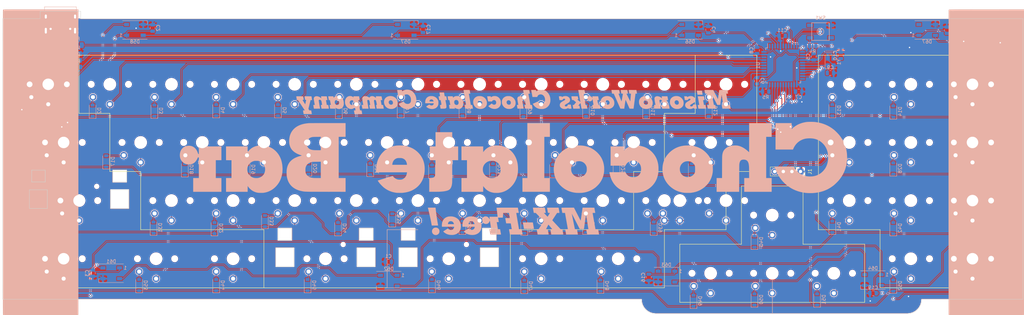
<source format=kicad_pcb>
(kicad_pcb (version 20171130) (host pcbnew "(5.1.5)-3")
  (layers (0 F.Cu signal) (31 B.Cu signal) (34 B.Paste user) (35 F.Paste user) (36 B.SilkS user) (37 F.SilkS user) (38 B.Mask user) (39 F.Mask user) (44 Edge.Cuts user))
  (net 0 "")
  (net 1 col0)
  (net 2 col1)
  (net 3 col3)
  (net 4 col4)
  (net 5 col5)
  (net 6 col6)
  (net 7 col7)
  (net 8 col8)
  (net 9 col9)
  (net 10 row0)
  (net 11 row1)
  (net 12 row2)
  (net 13 row3)
  (net 14 +5V)
  (net 15 2812b_data)
  (net 16 GND)
  (net 17 "Net-(D1-Pad2)")
  (net 18 "Net-(D2-Pad2)")
  (net 19 "Net-(D3-Pad2)")
  (net 20 "Net-(D4-Pad2)")
  (net 21 "Net-(C9-Pad2)")
  (net 22 "Net-(C10-Pad2)")
  (net 23 "Net-(C11-Pad1)")
  (net 24 VCC)
  (net 25 D+)
  (net 26 "Net-(R2-Pad1)")
  (net 27 D-)
  (net 28 "Net-(R3-Pad1)")
  (net 29 "Net-(R4-Pad1)")
  (net 30 "Net-(R5-Pad2)")
  (net 31 "Net-(U1-Pad42)")
  (net 32 "Net-(U1-Pad1)")
  (net 33 "Net-(D5-Pad2)")
  (net 34 "Net-(D6-Pad2)")
  (net 35 "Net-(D7-Pad2)")
  (net 36 "Net-(D8-Pad2)")
  (net 37 "Net-(D9-Pad2)")
  (net 38 "Net-(D10-Pad2)")
  (net 39 "Net-(D11-Pad2)")
  (net 40 "Net-(D12-Pad2)")
  (net 41 "Net-(D13-Pad2)")
  (net 42 "Net-(D14-Pad2)")
  (net 43 "Net-(D15-Pad2)")
  (net 44 "Net-(D16-Pad2)")
  (net 45 "Net-(D17-Pad2)")
  (net 46 "Net-(D18-Pad2)")
  (net 47 "Net-(D19-Pad2)")
  (net 48 "Net-(D20-Pad2)")
  (net 49 "Net-(D21-Pad2)")
  (net 50 "Net-(D22-Pad2)")
  (net 51 "Net-(D23-Pad2)")
  (net 52 "Net-(D24-Pad2)")
  (net 53 "Net-(D25-Pad2)")
  (net 54 "Net-(D26-Pad2)")
  (net 55 "Net-(D27-Pad2)")
  (net 56 "Net-(D28-Pad2)")
  (net 57 "Net-(D29-Pad2)")
  (net 58 "Net-(D30-Pad2)")
  (net 59 "Net-(D31-Pad2)")
  (net 60 "Net-(D32-Pad2)")
  (net 61 "Net-(D33-Pad2)")
  (net 62 "Net-(D34-Pad2)")
  (net 63 "Net-(D35-Pad2)")
  (net 64 "Net-(D36-Pad2)")
  (net 65 "Net-(D37-Pad2)")
  (net 66 "Net-(D38-Pad2)")
  (net 67 "Net-(D39-Pad2)")
  (net 68 "Net-(D40-Pad2)")
  (net 69 "Net-(D41-Pad2)")
  (net 70 "Net-(D42-Pad2)")
  (net 71 "Net-(D43-Pad2)")
  (net 72 "Net-(D44-Pad2)")
  (net 73 "Net-(D45-Pad2)")
  (net 74 "Net-(D46-Pad2)")
  (net 75 "Net-(D47-Pad2)")
  (net 76 "Net-(D48-Pad2)")
  (net 77 "Net-(D49-Pad2)")
  (net 78 "Net-(D50-Pad2)")
  (net 79 "Net-(D51-Pad2)")
  (net 80 "Net-(D52-Pad2)")
  (net 81 "Net-(D53-Pad2)")
  (net 82 "Net-(D55-Pad2)")
  (net 83 "Net-(D56-Pad2)")
  (net 84 "Net-(D57-Pad2)")
  (net 85 col2)
  (net 86 col10)
  (net 87 "Net-(D58-Pad2)")
  (net 88 "Net-(D59-Pad2)")
  (net 89 "Net-(D54-Pad2)")
  (net 90 col12)
  (net 91 col11)
  (net 92 col13)
  (net 93 "Net-(U1-Pad22)")
  (net 94 col14)
  (net 95 col15)
  (net 96 "Net-(D60-Pad2)")
  (net 97 "Net-(D61-Pad2)")
  (net 98 "Net-(D62-Pad2)")
  (net 99 "Net-(D63-Pad2)")
  (net 100 "Net-(D64-Pad2)")
  (net 101 "Net-(D65-Pad2)")
  (net 102 "Net-(D66-Pad2)")
  (net 103 "Net-(D67-Pad2)")
  (net 104 SDA)
  (net 105 SCL)
  (net 106 "Net-(J2-PadB5)")
  (net 107 "Net-(J2-PadA8)")
  (net 108 "Net-(J2-PadA5)")
  (net 109 "Net-(J2-PadB8)")
  (module "Modified Footprints:USB_C_Receptacle_HRO_TYPE-C-31-M-12" (layer B.Cu) (at 40 11.105)
    (fp_text reference J2 (at 0 5.645) (layer B.SilkS) (effects (justify mirror)))
    (fp_text value USB_C_Receptacle_USB2.0)
    (pad S1 thru_hole oval (at 4.32 -1.05) (size 1 1.6) (drill oval 0.6 1.2) (layers *.Cu *.Mask) (net 16 GND))
    (pad "" np_thru_hole circle (at 2.89 2.6) (size 0.65 0.65) (drill 0.65) (layers *.Cu *.Mask))
    (pad S1 thru_hole oval (at -4.32 -1.05) (size 1 1.6) (drill oval 0.6 1.2) (layers *.Cu *.Mask) (net 16 GND))
    (pad "" np_thru_hole circle (at -2.89 2.6) (size 0.65 0.65) (drill 0.65) (layers *.Cu *.Mask))
    (pad S1 thru_hole oval (at -4.32 3.13) (size 1 2.1) (drill oval 0.6 1.7) (layers *.Cu *.Mask) (net 16 GND))
    (pad S1 thru_hole oval (at 4.32 3.13) (size 1 2.1) (drill oval 0.6 1.7) (layers *.Cu *.Mask) (net 16 GND))
    (pad A6 smd rect (at -0.25 4.045) (size 0.3 1.45) (layers B.Cu B.Paste B.Mask) (net 25 D+))
    (pad B5 smd rect (at 1.75 4.045) (size 0.3 1.45) (layers B.Cu B.Paste B.Mask) (net 106 "Net-(J2-PadB5)"))
    (pad A8 smd rect (at 1.25 4.045) (size 0.3 1.45) (layers B.Cu B.Paste B.Mask) (net 107 "Net-(J2-PadA8)"))
    (pad B6 smd rect (at 0.75 4.045) (size 0.3 1.45) (layers B.Cu B.Paste B.Mask) (net 25 D+))
    (pad A7 smd rect (at 0.25 4.045) (size 0.3 1.45) (layers B.Cu B.Paste B.Mask) (net 27 D-))
    (pad B7 smd rect (at -0.75 4.045) (size 0.3 1.45) (layers B.Cu B.Paste B.Mask) (net 27 D-))
    (pad A5 smd rect (at -1.25 4.045) (size 0.3 1.45) (layers B.Cu B.Paste B.Mask) (net 108 "Net-(J2-PadA5)"))
    (pad B8 smd rect (at -1.75 4.045) (size 0.3 1.45) (layers B.Cu B.Paste B.Mask) (net 109 "Net-(J2-PadB8)"))
    (pad A12 smd rect (at 3.25 4.045) (size 0.6 1.45) (layers B.Cu B.Paste B.Mask) (net 16 GND))
    (pad B4 smd rect (at 2.45 4.045) (size 0.6 1.45) (layers B.Cu B.Paste B.Mask) (net 24 VCC))
    (pad A4 smd rect (at -2.45 4.045) (size 0.6 1.45) (layers B.Cu B.Paste B.Mask) (net 24 VCC))
    (pad A1 smd rect (at -3.25 4.045) (size 0.6 1.45) (layers B.Cu B.Paste B.Mask) (net 16 GND))
    (pad B12 smd rect (at -3.25 4.045) (size 0.6 1.45) (layers B.Cu B.Paste B.Mask) (net 16 GND))
    (pad B9 smd rect (at -2.45 4.045) (size 0.6 1.45) (layers B.Cu B.Paste B.Mask) (net 24 VCC))
    (pad A9 smd rect (at 2.45 4.045) (size 0.6 1.45) (layers B.Cu B.Paste B.Mask) (net 24 VCC))
    (pad B1 smd rect (at 3.25 4.045) (size 0.6 1.45) (layers B.Cu B.Paste B.Mask) (net 16 GND))
  )
  (module Package_QFP:TQFP-44_10x10mm_P0.8mm (layer B.Cu) (at 253.5 24.5 270)
    (fp_text reference U1 (at 0 7.45 90) (layer B.SilkS) (effects (justify mirror)))
    (fp_text value ATmega32U4-AU)
    (pad 44 smd rect (at -4 5.7 180) (size 1.5 0.55) (layers B.Cu B.Paste B.Mask) (net 14 +5V))
    (pad 43 smd rect (at -3.2 5.7 180) (size 1.5 0.55) (layers B.Cu B.Paste B.Mask) (net 16 GND))
    (pad 42 smd rect (at -2.4 5.7 180) (size 1.5 0.55) (layers B.Cu B.Paste B.Mask) (net 31 "Net-(U1-Pad42)"))
    (pad 41 smd rect (at -1.6 5.7 180) (size 1.5 0.55) (layers B.Cu B.Paste B.Mask) (net 1 col0))
    (pad 40 smd rect (at -0.8 5.7 180) (size 1.5 0.55) (layers B.Cu B.Paste B.Mask) (net 2 col1))
    (pad 39 smd rect (at 0 5.7 180) (size 1.5 0.55) (layers B.Cu B.Paste B.Mask) (net 85 col2))
    (pad 38 smd rect (at 0.8 5.7 180) (size 1.5 0.55) (layers B.Cu B.Paste B.Mask) (net 3 col3))
    (pad 37 smd rect (at 1.6 5.7 180) (size 1.5 0.55) (layers B.Cu B.Paste B.Mask) (net 4 col4))
    (pad 36 smd rect (at 2.4 5.7 180) (size 1.5 0.55) (layers B.Cu B.Paste B.Mask) (net 5 col5))
    (pad 35 smd rect (at 3.2 5.7 180) (size 1.5 0.55) (layers B.Cu B.Paste B.Mask) (net 16 GND))
    (pad 34 smd rect (at 4 5.7 180) (size 1.5 0.55) (layers B.Cu B.Paste B.Mask) (net 14 +5V))
    (pad 33 smd rect (at 5.7 4 270) (size 1.5 0.55) (layers B.Cu B.Paste B.Mask) (net 30 "Net-(R5-Pad2)"))
    (pad 32 smd rect (at 5.7 3.2 270) (size 1.5 0.55) (layers B.Cu B.Paste B.Mask) (net 6 col6))
    (pad 31 smd rect (at 5.7 2.4 270) (size 1.5 0.55) (layers B.Cu B.Paste B.Mask) (net 7 col7))
    (pad 30 smd rect (at 5.7 1.6 270) (size 1.5 0.55) (layers B.Cu B.Paste B.Mask) (net 8 col8))
    (pad 29 smd rect (at 5.7 0.8 270) (size 1.5 0.55) (layers B.Cu B.Paste B.Mask) (net 9 col9))
    (pad 28 smd rect (at 5.7 0 270) (size 1.5 0.55) (layers B.Cu B.Paste B.Mask) (net 86 col10))
    (pad 27 smd rect (at 5.7 -0.8 270) (size 1.5 0.55) (layers B.Cu B.Paste B.Mask) (net 91 col11))
    (pad 26 smd rect (at 5.7 -1.6 270) (size 1.5 0.55) (layers B.Cu B.Paste B.Mask) (net 90 col12))
    (pad 25 smd rect (at 5.7 -2.4 270) (size 1.5 0.55) (layers B.Cu B.Paste B.Mask) (net 92 col13))
    (pad 24 smd rect (at 5.7 -3.2 270) (size 1.5 0.55) (layers B.Cu B.Paste B.Mask) (net 14 +5V))
    (pad 23 smd rect (at 5.7 -4 270) (size 1.5 0.55) (layers B.Cu B.Paste B.Mask) (net 16 GND))
    (pad 22 smd rect (at 4 -5.7 180) (size 1.5 0.55) (layers B.Cu B.Paste B.Mask) (net 93 "Net-(U1-Pad22)"))
    (pad 21 smd rect (at 3.2 -5.7 180) (size 1.5 0.55) (layers B.Cu B.Paste B.Mask) (net 13 row3))
    (pad 20 smd rect (at 2.4 -5.7 180) (size 1.5 0.55) (layers B.Cu B.Paste B.Mask) (net 12 row2))
    (pad 19 smd rect (at 1.6 -5.7 180) (size 1.5 0.55) (layers B.Cu B.Paste B.Mask) (net 104 SDA))
    (pad 18 smd rect (at 0.8 -5.7 180) (size 1.5 0.55) (layers B.Cu B.Paste B.Mask) (net 105 SCL))
    (pad 17 smd rect (at 0 -5.7 180) (size 1.5 0.55) (layers B.Cu B.Paste B.Mask) (net 21 "Net-(C9-Pad2)"))
    (pad 16 smd rect (at -0.8 -5.7 180) (size 1.5 0.55) (layers B.Cu B.Paste B.Mask) (net 22 "Net-(C10-Pad2)"))
    (pad 15 smd rect (at -1.6 -5.7 180) (size 1.5 0.55) (layers B.Cu B.Paste B.Mask) (net 16 GND))
    (pad 14 smd rect (at -2.4 -5.7 180) (size 1.5 0.55) (layers B.Cu B.Paste B.Mask) (net 14 +5V))
    (pad 13 smd rect (at -3.2 -5.7 180) (size 1.5 0.55) (layers B.Cu B.Paste B.Mask) (net 29 "Net-(R4-Pad1)"))
    (pad 12 smd rect (at -4 -5.7 180) (size 1.5 0.55) (layers B.Cu B.Paste B.Mask) (net 11 row1))
    (pad 11 smd rect (at -5.7 -4 270) (size 1.5 0.55) (layers B.Cu B.Paste B.Mask) (net 94 col14))
    (pad 10 smd rect (at -5.7 -3.2 270) (size 1.5 0.55) (layers B.Cu B.Paste B.Mask) (net 95 col15))
    (pad 9 smd rect (at -5.7 -2.4 270) (size 1.5 0.55) (layers B.Cu B.Paste B.Mask) (net 15 2812b_data))
    (pad 8 smd rect (at -5.7 -1.6 270) (size 1.5 0.55) (layers B.Cu B.Paste B.Mask) (net 10 row0))
    (pad 7 smd rect (at -5.7 -0.8 270) (size 1.5 0.55) (layers B.Cu B.Paste B.Mask) (net 14 +5V))
    (pad 6 smd rect (at -5.7 0 270) (size 1.5 0.55) (layers B.Cu B.Paste B.Mask) (net 23 "Net-(C11-Pad1)"))
    (pad 5 smd rect (at -5.7 0.8 270) (size 1.5 0.55) (layers B.Cu B.Paste B.Mask) (net 16 GND))
    (pad 4 smd rect (at -5.7 1.6 270) (size 1.5 0.55) (layers B.Cu B.Paste B.Mask) (net 28 "Net-(R3-Pad1)"))
    (pad 3 smd rect (at -5.7 2.4 270) (size 1.5 0.55) (layers B.Cu B.Paste B.Mask) (net 26 "Net-(R2-Pad1)"))
    (pad 2 smd rect (at -5.7 3.2 270) (size 1.5 0.55) (layers B.Cu B.Paste B.Mask) (net 14 +5V))
    (pad 1 smd rect (at -5.7 4 270) (size 1.5 0.55) (layers B.Cu B.Paste B.Mask) (net 32 "Net-(U1-Pad1)"))
  )
  (module random-keyboard-parts:chocbar (layer B.Cu) (at 173.83125 53.18125 180)
    (fp_text reference G*** hide)
    (fp_text value LOGO hide)
  )
  (module Connector_PinSocket_2.54mm:PinSocket_1x04_P2.54mm_Vertical (layer F.Cu) (at 258.6 55.9 270)
    (fp_text reference J1 (at 0 -2.77 90) (layer F.SilkS))
    (fp_text value Conn_01x04)
    (pad 4 thru_hole oval (at 0 7.62 270) (size 1.7 1.7) (drill 1) (layers *.Cu *.Mask) (net 104 SDA))
    (pad 3 thru_hole oval (at 0 5.08 270) (size 1.7 1.7) (drill 1) (layers *.Cu *.Mask) (net 105 SCL))
    (pad 2 thru_hole oval (at 0 2.54 270) (size 1.7 1.7) (drill 1) (layers *.Cu *.Mask) (net 14 +5V))
    (pad 1 thru_hole rect (at 0 0 270) (size 1.7 1.7) (drill 1) (layers *.Cu *.Mask) (net 16 GND))
  )
  (module Diode_SMD:D_SOD-123 (layer B.Cu) (at 100.4 70.55 90)
    (fp_text reference D33 (at 0 2 90) (layer B.SilkS) (effects (justify mirror)))
    (fp_text value D_Small)
    (pad 2 smd rect (at 1.65 0 90) (size 0.9 1.2) (layers B.Cu B.Paste B.Mask) (net 61 "Net-(D33-Pad2)"))
    (pad 1 smd rect (at -1.65 0 90) (size 0.9 1.2) (layers B.Cu B.Paste B.Mask) (net 12 row2))
  )
  (module Keebio-Parts:Kailh-PG1350-1u-NoLED (layer F.Cu) (at 232.05 47.3)
    (fp_text reference MX26)
    (fp_text value MX-NoLED hide)
    (pad "" np_thru_hole circle (at 5.5 0 180) (size 1.7 1.7) (drill 1.7) (layers *.Cu *.Mask))
    (pad "" np_thru_hole circle (at -5.5 0 180) (size 1.7 1.7) (drill 1.7) (layers *.Cu *.Mask))
    (pad 2 thru_hole circle (at -5 3.8 41.9) (size 2 2) (drill 1.2) (layers *.Cu *.Mask) (net 54 "Net-(D26-Pad2)"))
    (pad 1 thru_hole circle (at 0 5.9 180) (size 2 2) (drill 1.2) (layers *.Cu *.Mask) (net 91 col11))
    (pad "" np_thru_hole circle (at 0 0 180) (size 3.4 3.4) (drill 3.4) (layers *.Cu *.Mask))
  )
  (module Keebio-Parts:Kailh-PG1350-1u-NoLED (layer F.Cu) (at 204.75 81.7)
    (fp_text reference MX48)
    (fp_text value MX-NoLED hide)
    (pad "" np_thru_hole circle (at 5.5 0 180) (size 1.7 1.7) (drill 1.7) (layers *.Cu *.Mask))
    (pad "" np_thru_hole circle (at -5.5 0 180) (size 1.7 1.7) (drill 1.7) (layers *.Cu *.Mask))
    (pad 2 thru_hole circle (at -5 3.8 41.9) (size 2 2) (drill 1.2) (layers *.Cu *.Mask) (net 76 "Net-(D48-Pad2)"))
    (pad 1 thru_hole circle (at 0 5.9 180) (size 2 2) (drill 1.2) (layers *.Cu *.Mask) (net 8 col8))
    (pad "" np_thru_hole circle (at 0 0 180) (size 3.4 3.4) (drill 3.4) (layers *.Cu *.Mask))
  )
  (module Keebio-Parts:Kailh-PG1350-1u-NoLED (layer F.Cu) (at 68.25 81.7)
    (fp_text reference MX53)
    (fp_text value MX-NoLED hide)
    (pad "" np_thru_hole circle (at 5.5 0 180) (size 1.7 1.7) (drill 1.7) (layers *.Cu *.Mask))
    (pad "" np_thru_hole circle (at -5.5 0 180) (size 1.7 1.7) (drill 1.7) (layers *.Cu *.Mask))
    (pad 2 thru_hole circle (at -5 3.8 41.9) (size 2 2) (drill 1.2) (layers *.Cu *.Mask) (net 81 "Net-(D53-Pad2)"))
    (pad 1 thru_hole circle (at 0 5.9 180) (size 2 2) (drill 1.2) (layers *.Cu *.Mask) (net 2 col1))
    (pad "" np_thru_hole circle (at 0 0 180) (size 3.4 3.4) (drill 3.4) (layers *.Cu *.Mask))
  )
  (module Keebio-Parts:Kailh-PG1350-1u-NoLED (layer F.Cu) (at 40.95 81.7)
    (fp_text reference MX54)
    (fp_text value MX-NoLED hide)
    (pad "" np_thru_hole circle (at 5.5 0 180) (size 1.7 1.7) (drill 1.7) (layers *.Cu *.Mask))
    (pad "" np_thru_hole circle (at -5.5 0 180) (size 1.7 1.7) (drill 1.7) (layers *.Cu *.Mask))
    (pad 2 thru_hole circle (at -5 3.8 41.9) (size 2 2) (drill 1.2) (layers *.Cu *.Mask) (net 89 "Net-(D54-Pad2)"))
    (pad 1 thru_hole circle (at 0 5.9 180) (size 2 2) (drill 1.2) (layers *.Cu *.Mask) (net 1 col0))
    (pad "" np_thru_hole circle (at 0 0 180) (size 3.4 3.4) (drill 3.4) (layers *.Cu *.Mask))
  )
  (module Keebio-Parts:Kailh-PG1350-1u-NoLED (layer F.Cu) (at 309.4 81.7)
    (fp_text reference MX55)
    (fp_text value MX-NoLED hide)
    (pad "" np_thru_hole circle (at 5.5 0 180) (size 1.7 1.7) (drill 1.7) (layers *.Cu *.Mask))
    (pad "" np_thru_hole circle (at -5.5 0 180) (size 1.7 1.7) (drill 1.7) (layers *.Cu *.Mask))
    (pad 2 thru_hole circle (at -5 3.8 41.9) (size 2 2) (drill 1.2) (layers *.Cu *.Mask) (net 82 "Net-(D55-Pad2)"))
    (pad 1 thru_hole circle (at 0 5.9 180) (size 2 2) (drill 1.2) (layers *.Cu *.Mask) (net 95 col15))
    (pad "" np_thru_hole circle (at 0 0 180) (size 3.4 3.4) (drill 3.4) (layers *.Cu *.Mask))
  )
  (module Keebio-Parts:Kailh-PG1350-1u-NoLED (layer F.Cu) (at 182 81.7)
    (fp_text reference MX47)
    (fp_text value MX-NoLED hide)
    (pad "" np_thru_hole circle (at 5.5 0 180) (size 1.7 1.7) (drill 1.7) (layers *.Cu *.Mask))
    (pad "" np_thru_hole circle (at -5.5 0 180) (size 1.7 1.7) (drill 1.7) (layers *.Cu *.Mask))
    (pad 2 thru_hole circle (at -5 3.8 41.9) (size 2 2) (drill 1.2) (layers *.Cu *.Mask) (net 75 "Net-(D47-Pad2)"))
    (pad 1 thru_hole circle (at 0 5.9 180) (size 2 2) (drill 1.2) (layers *.Cu *.Mask) (net 6 col6))
    (pad "" np_thru_hole circle (at 0 0 180) (size 3.4 3.4) (drill 3.4) (layers *.Cu *.Mask))
  )
  (module Keebio-Parts:Kailh-PG1350-2u-NoLED (layer F.Cu) (at 154.7 81.7)
    (fp_text reference MX46)
    (fp_text value MX-NoLED hide)
    (fp_line (start 14 -5.5) (end 14 -9) (layer Edge.Cuts) (width 0.12))
    (fp_line (start 10 -9) (end 10 -5.5) (layer Edge.Cuts) (width 0.12))
    (fp_line (start 10 -5.5) (end 14 -5.5) (layer Edge.Cuts) (width 0.12))
    (fp_line (start 10 -9) (end 14 -9) (layer Edge.Cuts) (width 0.12))
    (fp_line (start 9.35 -3.2) (end 9.35 2.3) (layer Edge.Cuts) (width 0.12))
    (fp_line (start 14.65 2.3) (end 14.65 -3.2) (layer Edge.Cuts) (width 0.12))
    (fp_line (start 9.35 -3.2) (end 14.65 -3.2) (layer Edge.Cuts) (width 0.12))
    (fp_line (start 9.35 2.3) (end 14.65 2.3) (layer Edge.Cuts) (width 0.12))
    (fp_line (start -10 -5.5) (end -10 -9) (layer Edge.Cuts) (width 0.12))
    (fp_line (start -14 -9) (end -14 -5.5) (layer Edge.Cuts) (width 0.12))
    (fp_line (start -14 -5.5) (end -10 -5.5) (layer Edge.Cuts) (width 0.12))
    (fp_line (start -14 -9) (end -10 -9) (layer Edge.Cuts) (width 0.12))
    (fp_line (start -14.65 -3.2) (end -14.65 2.3) (layer Edge.Cuts) (width 0.12))
    (fp_line (start -9.35 2.3) (end -9.35 -3.2) (layer Edge.Cuts) (width 0.12))
    (fp_line (start -14.65 -3.2) (end -9.35 -3.2) (layer Edge.Cuts) (width 0.12))
    (fp_line (start -14.65 2.3) (end -9.35 2.3) (layer Edge.Cuts) (width 0.12))
    (pad "" np_thru_hole circle (at 5.5 0 180) (size 1.7 1.7) (drill 1.7) (layers *.Cu *.Mask))
    (pad "" np_thru_hole circle (at -5.5 0 180) (size 1.7 1.7) (drill 1.7) (layers *.Cu *.Mask))
    (pad 2 thru_hole circle (at -5 3.8 41.9) (size 2 2) (drill 1.2) (layers *.Cu *.Mask) (net 74 "Net-(D46-Pad2)"))
    (pad 1 thru_hole circle (at 0 5.9 180) (size 2 2) (drill 1.2) (layers *.Cu *.Mask) (net 5 col5))
    (pad "" np_thru_hole circle (at 0 0 180) (size 3.4 3.4) (drill 3.4) (layers *.Cu *.Mask))
    (pad "" np_thru_hole circle (at 5.22 -4.2 180) (size 1.2 1.2) (drill 1.2) (layers *.Cu *.Mask))
  )
  (module Keebio-Parts:Kailh-PG1350-2u-NoLED (layer F.Cu) (at 118.3 81.7)
    (fp_text reference MX45)
    (fp_text value MX-NoLED hide)
    (fp_line (start 14 -5.5) (end 14 -9) (layer Edge.Cuts) (width 0.12))
    (fp_line (start 10 -9) (end 10 -5.5) (layer Edge.Cuts) (width 0.12))
    (fp_line (start 10 -5.5) (end 14 -5.5) (layer Edge.Cuts) (width 0.12))
    (fp_line (start 10 -9) (end 14 -9) (layer Edge.Cuts) (width 0.12))
    (fp_line (start 9.35 -3.2) (end 9.35 2.3) (layer Edge.Cuts) (width 0.12))
    (fp_line (start 14.65 2.3) (end 14.65 -3.2) (layer Edge.Cuts) (width 0.12))
    (fp_line (start 9.35 -3.2) (end 14.65 -3.2) (layer Edge.Cuts) (width 0.12))
    (fp_line (start 9.35 2.3) (end 14.65 2.3) (layer Edge.Cuts) (width 0.12))
    (fp_line (start -10 -5.5) (end -10 -9) (layer Edge.Cuts) (width 0.12))
    (fp_line (start -14 -9) (end -14 -5.5) (layer Edge.Cuts) (width 0.12))
    (fp_line (start -14 -5.5) (end -10 -5.5) (layer Edge.Cuts) (width 0.12))
    (fp_line (start -14 -9) (end -10 -9) (layer Edge.Cuts) (width 0.12))
    (fp_line (start -14.65 -3.2) (end -14.65 2.3) (layer Edge.Cuts) (width 0.12))
    (fp_line (start -9.35 2.3) (end -9.35 -3.2) (layer Edge.Cuts) (width 0.12))
    (fp_line (start -14.65 -3.2) (end -9.35 -3.2) (layer Edge.Cuts) (width 0.12))
    (fp_line (start -14.65 2.3) (end -9.35 2.3) (layer Edge.Cuts) (width 0.12))
    (pad "" np_thru_hole circle (at 5.5 0 180) (size 1.7 1.7) (drill 1.7) (layers *.Cu *.Mask))
    (pad "" np_thru_hole circle (at -5.5 0 180) (size 1.7 1.7) (drill 1.7) (layers *.Cu *.Mask))
    (pad 2 thru_hole circle (at -5 3.8 41.9) (size 2 2) (drill 1.2) (layers *.Cu *.Mask) (net 73 "Net-(D45-Pad2)"))
    (pad 1 thru_hole circle (at 0 5.9 180) (size 2 2) (drill 1.2) (layers *.Cu *.Mask) (net 3 col3))
    (pad "" np_thru_hole circle (at 0 0 180) (size 3.4 3.4) (drill 3.4) (layers *.Cu *.Mask))
    (pad "" np_thru_hole circle (at 5.22 -4.2 180) (size 1.2 1.2) (drill 1.2) (layers *.Cu *.Mask))
  )
  (module Keebio-Parts:Kailh-PG1350-2u-NoLED (layer F.Cu) (at 45.5 64.5)
    (fp_text reference MX30)
    (fp_text value MX-NoLED hide)
    (fp_line (start 14 -5.5) (end 14 -9) (layer Edge.Cuts) (width 0.12))
    (fp_line (start 10 -9) (end 10 -5.5) (layer Edge.Cuts) (width 0.12))
    (fp_line (start 10 -5.5) (end 14 -5.5) (layer Edge.Cuts) (width 0.12))
    (fp_line (start 10 -9) (end 14 -9) (layer Edge.Cuts) (width 0.12))
    (fp_line (start 9.35 -3.2) (end 9.35 2.3) (layer Edge.Cuts) (width 0.12))
    (fp_line (start 14.65 2.3) (end 14.65 -3.2) (layer Edge.Cuts) (width 0.12))
    (fp_line (start 9.35 -3.2) (end 14.65 -3.2) (layer Edge.Cuts) (width 0.12))
    (fp_line (start 9.35 2.3) (end 14.65 2.3) (layer Edge.Cuts) (width 0.12))
    (fp_line (start -10 -5.5) (end -10 -9) (layer Edge.Cuts) (width 0.12))
    (fp_line (start -14 -9) (end -14 -5.5) (layer Edge.Cuts) (width 0.12))
    (fp_line (start -14 -5.5) (end -10 -5.5) (layer Edge.Cuts) (width 0.12))
    (fp_line (start -14 -9) (end -10 -9) (layer Edge.Cuts) (width 0.12))
    (fp_line (start -14.65 -3.2) (end -14.65 2.3) (layer Edge.Cuts) (width 0.12))
    (fp_line (start -9.35 2.3) (end -9.35 -3.2) (layer Edge.Cuts) (width 0.12))
    (fp_line (start -14.65 -3.2) (end -9.35 -3.2) (layer Edge.Cuts) (width 0.12))
    (fp_line (start -14.65 2.3) (end -9.35 2.3) (layer Edge.Cuts) (width 0.12))
    (pad "" np_thru_hole circle (at 5.5 0 180) (size 1.7 1.7) (drill 1.7) (layers *.Cu *.Mask))
    (pad "" np_thru_hole circle (at -5.5 0 180) (size 1.7 1.7) (drill 1.7) (layers *.Cu *.Mask))
    (pad 2 thru_hole circle (at -5 3.8 41.9) (size 2 2) (drill 1.2) (layers *.Cu *.Mask) (net 58 "Net-(D30-Pad2)"))
    (pad 1 thru_hole circle (at 0 5.9 180) (size 2 2) (drill 1.2) (layers *.Cu *.Mask) (net 1 col0))
    (pad "" np_thru_hole circle (at 0 0 180) (size 3.4 3.4) (drill 3.4) (layers *.Cu *.Mask))
    (pad "" np_thru_hole circle (at 5.22 -4.2 180) (size 1.2 1.2) (drill 1.2) (layers *.Cu *.Mask))
  )
  (module Keebio-Parts:Kailh-PG1350-1u-NoLED (layer F.Cu) (at 63.7 47.3)
    (fp_text reference MX17)
    (fp_text value MX-NoLED hide)
    (pad "" np_thru_hole circle (at 5.5 0 180) (size 1.7 1.7) (drill 1.7) (layers *.Cu *.Mask))
    (pad "" np_thru_hole circle (at -5.5 0 180) (size 1.7 1.7) (drill 1.7) (layers *.Cu *.Mask))
    (pad 2 thru_hole circle (at -5 3.8 41.9) (size 2 2) (drill 1.2) (layers *.Cu *.Mask) (net 45 "Net-(D17-Pad2)"))
    (pad 1 thru_hole circle (at 0 5.9 180) (size 2 2) (drill 1.2) (layers *.Cu *.Mask) (net 2 col1))
    (pad "" np_thru_hole circle (at 0 0 180) (size 3.4 3.4) (drill 3.4) (layers *.Cu *.Mask))
  )
  (module Keebio-Parts:Kailh-PG1350-1u-NoLED (layer F.Cu) (at 236.6 64.5)
    (fp_text reference MX58)
    (fp_text value MX-NoLED hide)
    (pad "" np_thru_hole circle (at 5.5 0 180) (size 1.7 1.7) (drill 1.7) (layers *.Cu *.Mask))
    (pad "" np_thru_hole circle (at -5.5 0 180) (size 1.7 1.7) (drill 1.7) (layers *.Cu *.Mask))
    (pad 2 thru_hole circle (at -5 3.8 41.9) (size 2 2) (drill 1.2) (layers *.Cu *.Mask) (net 68 "Net-(D40-Pad2)"))
    (pad 1 thru_hole circle (at 0 5.9 180) (size 2 2) (drill 1.2) (layers *.Cu *.Mask) (net 90 col12))
    (pad "" np_thru_hole circle (at 0 0 180) (size 3.4 3.4) (drill 3.4) (layers *.Cu *.Mask))
  )
  (module Keebio-Parts:Kailh-PG1350-1u-NoLED (layer F.Cu) (at 218.4 64.5)
    (fp_text reference MX57)
    (fp_text value MX-NoLED hide)
    (pad "" np_thru_hole circle (at 5.5 0 180) (size 1.7 1.7) (drill 1.7) (layers *.Cu *.Mask))
    (pad "" np_thru_hole circle (at -5.5 0 180) (size 1.7 1.7) (drill 1.7) (layers *.Cu *.Mask))
    (pad 2 thru_hole circle (at -5 3.8 41.9) (size 2 2) (drill 1.2) (layers *.Cu *.Mask) (net 67 "Net-(D39-Pad2)"))
    (pad 1 thru_hole circle (at 0 5.9 180) (size 2 2) (drill 1.2) (layers *.Cu *.Mask) (net 91 col11))
    (pad "" np_thru_hole circle (at 0 0 180) (size 3.4 3.4) (drill 3.4) (layers *.Cu *.Mask))
  )
  (module Keebio-Parts:Kailh-PG1350-1u-NoLED (layer F.Cu) (at 291.2 81.7)
    (fp_text reference MX52)
    (fp_text value MX-NoLED hide)
    (pad "" np_thru_hole circle (at 5.5 0 180) (size 1.7 1.7) (drill 1.7) (layers *.Cu *.Mask))
    (pad "" np_thru_hole circle (at -5.5 0 180) (size 1.7 1.7) (drill 1.7) (layers *.Cu *.Mask))
    (pad 2 thru_hole circle (at -5 3.8 41.9) (size 2 2) (drill 1.2) (layers *.Cu *.Mask) (net 80 "Net-(D52-Pad2)"))
    (pad 1 thru_hole circle (at 0 5.9 180) (size 2 2) (drill 1.2) (layers *.Cu *.Mask) (net 94 col14))
    (pad "" np_thru_hole circle (at 0 0 180) (size 3.4 3.4) (drill 3.4) (layers *.Cu *.Mask))
  )
  (module Keebio-Parts:Kailh-PG1350-1u-NoLED (layer F.Cu) (at 268.45 86)
    (fp_text reference MX51)
    (fp_text value MX-NoLED hide)
    (pad "" np_thru_hole circle (at 5.5 0 180) (size 1.7 1.7) (drill 1.7) (layers *.Cu *.Mask))
    (pad "" np_thru_hole circle (at -5.5 0 180) (size 1.7 1.7) (drill 1.7) (layers *.Cu *.Mask))
    (pad 2 thru_hole circle (at -5 3.8 41.9) (size 2 2) (drill 1.2) (layers *.Cu *.Mask) (net 79 "Net-(D51-Pad2)"))
    (pad 1 thru_hole circle (at 0 5.9 180) (size 2 2) (drill 1.2) (layers *.Cu *.Mask) (net 92 col13))
    (pad "" np_thru_hole circle (at 0 0 180) (size 3.4 3.4) (drill 3.4) (layers *.Cu *.Mask))
  )
  (module Keebio-Parts:Kailh-PG1350-1u-NoLED (layer F.Cu) (at 250.25 86)
    (fp_text reference MX50)
    (fp_text value MX-NoLED hide)
    (pad "" np_thru_hole circle (at 5.5 0 180) (size 1.7 1.7) (drill 1.7) (layers *.Cu *.Mask))
    (pad "" np_thru_hole circle (at -5.5 0 180) (size 1.7 1.7) (drill 1.7) (layers *.Cu *.Mask))
    (pad 2 thru_hole circle (at -5 3.8 41.9) (size 2 2) (drill 1.2) (layers *.Cu *.Mask) (net 78 "Net-(D50-Pad2)"))
    (pad 1 thru_hole circle (at 0 5.9 180) (size 2 2) (drill 1.2) (layers *.Cu *.Mask) (net 90 col12))
    (pad "" np_thru_hole circle (at 0 0 180) (size 3.4 3.4) (drill 3.4) (layers *.Cu *.Mask))
  )
  (module Keebio-Parts:Kailh-PG1350-1u-NoLED (layer F.Cu) (at 232.05 86)
    (fp_text reference MX49)
    (fp_text value MX-NoLED hide)
    (pad "" np_thru_hole circle (at 5.5 0 180) (size 1.7 1.7) (drill 1.7) (layers *.Cu *.Mask))
    (pad "" np_thru_hole circle (at -5.5 0 180) (size 1.7 1.7) (drill 1.7) (layers *.Cu *.Mask))
    (pad 2 thru_hole circle (at -5 3.8 41.9) (size 2 2) (drill 1.2) (layers *.Cu *.Mask) (net 77 "Net-(D49-Pad2)"))
    (pad 1 thru_hole circle (at 0 5.9 180) (size 2 2) (drill 1.2) (layers *.Cu *.Mask) (net 91 col11))
    (pad "" np_thru_hole circle (at 0 0 180) (size 3.4 3.4) (drill 3.4) (layers *.Cu *.Mask))
  )
  (module Keebio-Parts:Kailh-PG1350-1u-NoLED (layer F.Cu) (at 91 81.7)
    (fp_text reference MX44)
    (fp_text value MX-NoLED hide)
    (pad "" np_thru_hole circle (at 5.5 0 180) (size 1.7 1.7) (drill 1.7) (layers *.Cu *.Mask))
    (pad "" np_thru_hole circle (at -5.5 0 180) (size 1.7 1.7) (drill 1.7) (layers *.Cu *.Mask))
    (pad 2 thru_hole circle (at -5 3.8 41.9) (size 2 2) (drill 1.2) (layers *.Cu *.Mask) (net 72 "Net-(D44-Pad2)"))
    (pad 1 thru_hole circle (at 0 5.9 180) (size 2 2) (drill 1.2) (layers *.Cu *.Mask) (net 85 col2))
    (pad "" np_thru_hole circle (at 0 0 180) (size 3.4 3.4) (drill 3.4) (layers *.Cu *.Mask))
  )
  (module Keebio-Parts:Kailh-PG1350-1u-NoLED (layer F.Cu) (at 309.4 64.5)
    (fp_text reference MX43)
    (fp_text value MX-NoLED hide)
    (pad "" np_thru_hole circle (at 5.5 0 180) (size 1.7 1.7) (drill 1.7) (layers *.Cu *.Mask))
    (pad "" np_thru_hole circle (at -5.5 0 180) (size 1.7 1.7) (drill 1.7) (layers *.Cu *.Mask))
    (pad 2 thru_hole circle (at -5 3.8 41.9) (size 2 2) (drill 1.2) (layers *.Cu *.Mask) (net 71 "Net-(D43-Pad2)"))
    (pad 1 thru_hole circle (at 0 5.9 180) (size 2 2) (drill 1.2) (layers *.Cu *.Mask) (net 95 col15))
    (pad "" np_thru_hole circle (at 0 0 180) (size 3.4 3.4) (drill 3.4) (layers *.Cu *.Mask))
  )
  (module Keebio-Parts:Kailh-PG1350-1u-NoLED (layer F.Cu) (at 291.2 64.5)
    (fp_text reference MX42)
    (fp_text value MX-NoLED hide)
    (pad "" np_thru_hole circle (at 5.5 0 180) (size 1.7 1.7) (drill 1.7) (layers *.Cu *.Mask))
    (pad "" np_thru_hole circle (at -5.5 0 180) (size 1.7 1.7) (drill 1.7) (layers *.Cu *.Mask))
    (pad 2 thru_hole circle (at -5 3.8 41.9) (size 2 2) (drill 1.2) (layers *.Cu *.Mask) (net 70 "Net-(D42-Pad2)"))
    (pad 1 thru_hole circle (at 0 5.9 180) (size 2 2) (drill 1.2) (layers *.Cu *.Mask) (net 94 col14))
    (pad "" np_thru_hole circle (at 0 0 180) (size 3.4 3.4) (drill 3.4) (layers *.Cu *.Mask))
  )
  (module Keebio-Parts:Kailh-PG1350-1u-NoLED (layer F.Cu) (at 273 64.5)
    (fp_text reference MX41)
    (fp_text value MX-NoLED hide)
    (pad "" np_thru_hole circle (at 5.5 0 180) (size 1.7 1.7) (drill 1.7) (layers *.Cu *.Mask))
    (pad "" np_thru_hole circle (at -5.5 0 180) (size 1.7 1.7) (drill 1.7) (layers *.Cu *.Mask))
    (pad 2 thru_hole circle (at -5 3.8 41.9) (size 2 2) (drill 1.2) (layers *.Cu *.Mask) (net 69 "Net-(D41-Pad2)"))
    (pad 1 thru_hole circle (at 0 5.9 180) (size 2 2) (drill 1.2) (layers *.Cu *.Mask) (net 92 col13))
    (pad "" np_thru_hole circle (at 0 0 180) (size 3.4 3.4) (drill 3.4) (layers *.Cu *.Mask))
  )
  (module Keebio-Parts:Kailh-PG1350-1u-NoLED (layer F.Cu) (at 250.25 68.8)
    (fp_text reference MX40)
    (fp_text value MX-NoLED hide)
    (pad "" np_thru_hole circle (at 5.5 0 180) (size 1.7 1.7) (drill 1.7) (layers *.Cu *.Mask))
    (pad "" np_thru_hole circle (at -5.5 0 180) (size 1.7 1.7) (drill 1.7) (layers *.Cu *.Mask))
    (pad 2 thru_hole circle (at -5 3.8 41.9) (size 2 2) (drill 1.2) (layers *.Cu *.Mask) (net 68 "Net-(D40-Pad2)"))
    (pad 1 thru_hole circle (at 0 5.9 180) (size 2 2) (drill 1.2) (layers *.Cu *.Mask) (net 90 col12))
    (pad "" np_thru_hole circle (at 0 0 180) (size 3.4 3.4) (drill 3.4) (layers *.Cu *.Mask))
  )
  (module Keebio-Parts:Kailh-PG1350-1u-NoLED (layer F.Cu) (at 222.95 64.5)
    (fp_text reference MX39)
    (fp_text value MX-NoLED hide)
    (pad "" np_thru_hole circle (at 5.5 0 180) (size 1.7 1.7) (drill 1.7) (layers *.Cu *.Mask))
    (pad "" np_thru_hole circle (at -5.5 0 180) (size 1.7 1.7) (drill 1.7) (layers *.Cu *.Mask))
    (pad 2 thru_hole circle (at -5 3.8 41.9) (size 2 2) (drill 1.2) (layers *.Cu *.Mask) (net 67 "Net-(D39-Pad2)"))
    (pad 1 thru_hole circle (at 0 5.9 180) (size 2 2) (drill 1.2) (layers *.Cu *.Mask) (net 91 col11))
    (pad "" np_thru_hole circle (at 0 0 180) (size 3.4 3.4) (drill 3.4) (layers *.Cu *.Mask))
  )
  (module Keebio-Parts:Kailh-PG1350-1u-NoLED (layer F.Cu) (at 200.2 64.5)
    (fp_text reference MX38)
    (fp_text value MX-NoLED hide)
    (pad "" np_thru_hole circle (at 5.5 0 180) (size 1.7 1.7) (drill 1.7) (layers *.Cu *.Mask))
    (pad "" np_thru_hole circle (at -5.5 0 180) (size 1.7 1.7) (drill 1.7) (layers *.Cu *.Mask))
    (pad 2 thru_hole circle (at -5 3.8 41.9) (size 2 2) (drill 1.2) (layers *.Cu *.Mask) (net 66 "Net-(D38-Pad2)"))
    (pad 1 thru_hole circle (at 0 5.9 180) (size 2 2) (drill 1.2) (layers *.Cu *.Mask) (net 8 col8))
    (pad "" np_thru_hole circle (at 0 0 180) (size 3.4 3.4) (drill 3.4) (layers *.Cu *.Mask))
  )
  (module Keebio-Parts:Kailh-PG1350-1u-NoLED (layer F.Cu) (at 182 64.5)
    (fp_text reference MX37)
    (fp_text value MX-NoLED hide)
    (pad "" np_thru_hole circle (at 5.5 0 180) (size 1.7 1.7) (drill 1.7) (layers *.Cu *.Mask))
    (pad "" np_thru_hole circle (at -5.5 0 180) (size 1.7 1.7) (drill 1.7) (layers *.Cu *.Mask))
    (pad 2 thru_hole circle (at -5 3.8 41.9) (size 2 2) (drill 1.2) (layers *.Cu *.Mask) (net 65 "Net-(D37-Pad2)"))
    (pad 1 thru_hole circle (at 0 5.9 180) (size 2 2) (drill 1.2) (layers *.Cu *.Mask) (net 7 col7))
    (pad "" np_thru_hole circle (at 0 0 180) (size 3.4 3.4) (drill 3.4) (layers *.Cu *.Mask))
  )
  (module Keebio-Parts:Kailh-PG1350-1u-NoLED (layer F.Cu) (at 163.8 64.5)
    (fp_text reference MX36)
    (fp_text value MX-NoLED hide)
    (pad "" np_thru_hole circle (at 5.5 0 180) (size 1.7 1.7) (drill 1.7) (layers *.Cu *.Mask))
    (pad "" np_thru_hole circle (at -5.5 0 180) (size 1.7 1.7) (drill 1.7) (layers *.Cu *.Mask))
    (pad 2 thru_hole circle (at -5 3.8 41.9) (size 2 2) (drill 1.2) (layers *.Cu *.Mask) (net 64 "Net-(D36-Pad2)"))
    (pad 1 thru_hole circle (at 0 5.9 180) (size 2 2) (drill 1.2) (layers *.Cu *.Mask) (net 6 col6))
    (pad "" np_thru_hole circle (at 0 0 180) (size 3.4 3.4) (drill 3.4) (layers *.Cu *.Mask))
  )
  (module Keebio-Parts:Kailh-PG1350-1u-NoLED (layer F.Cu) (at 145.6 64.5)
    (fp_text reference MX35)
    (fp_text value MX-NoLED hide)
    (pad "" np_thru_hole circle (at 5.5 0 180) (size 1.7 1.7) (drill 1.7) (layers *.Cu *.Mask))
    (pad "" np_thru_hole circle (at -5.5 0 180) (size 1.7 1.7) (drill 1.7) (layers *.Cu *.Mask))
    (pad 2 thru_hole circle (at -5 3.8 41.9) (size 2 2) (drill 1.2) (layers *.Cu *.Mask) (net 63 "Net-(D35-Pad2)"))
    (pad 1 thru_hole circle (at 0 5.9 180) (size 2 2) (drill 1.2) (layers *.Cu *.Mask) (net 5 col5))
    (pad "" np_thru_hole circle (at 0 0 180) (size 3.4 3.4) (drill 3.4) (layers *.Cu *.Mask))
  )
  (module Keebio-Parts:Kailh-PG1350-1u-NoLED (layer F.Cu) (at 127.4 64.5)
    (fp_text reference MX34)
    (fp_text value MX-NoLED hide)
    (pad "" np_thru_hole circle (at 5.5 0 180) (size 1.7 1.7) (drill 1.7) (layers *.Cu *.Mask))
    (pad "" np_thru_hole circle (at -5.5 0 180) (size 1.7 1.7) (drill 1.7) (layers *.Cu *.Mask))
    (pad 2 thru_hole circle (at -5 3.8 41.9) (size 2 2) (drill 1.2) (layers *.Cu *.Mask) (net 62 "Net-(D34-Pad2)"))
    (pad 1 thru_hole circle (at 0 5.9 180) (size 2 2) (drill 1.2) (layers *.Cu *.Mask) (net 4 col4))
    (pad "" np_thru_hole circle (at 0 0 180) (size 3.4 3.4) (drill 3.4) (layers *.Cu *.Mask))
  )
  (module Keebio-Parts:Kailh-PG1350-1u-NoLED (layer F.Cu) (at 109.2 64.5)
    (fp_text reference MX33)
    (fp_text value MX-NoLED hide)
    (pad "" np_thru_hole circle (at 5.5 0 180) (size 1.7 1.7) (drill 1.7) (layers *.Cu *.Mask))
    (pad "" np_thru_hole circle (at -5.5 0 180) (size 1.7 1.7) (drill 1.7) (layers *.Cu *.Mask))
    (pad 2 thru_hole circle (at -5 3.8 41.9) (size 2 2) (drill 1.2) (layers *.Cu *.Mask) (net 61 "Net-(D33-Pad2)"))
    (pad 1 thru_hole circle (at 0 5.9 180) (size 2 2) (drill 1.2) (layers *.Cu *.Mask) (net 3 col3))
    (pad "" np_thru_hole circle (at 0 0 180) (size 3.4 3.4) (drill 3.4) (layers *.Cu *.Mask))
  )
  (module Keebio-Parts:Kailh-PG1350-1u-NoLED (layer F.Cu) (at 91 64.5)
    (fp_text reference MX32)
    (fp_text value MX-NoLED hide)
    (pad "" np_thru_hole circle (at 5.5 0 180) (size 1.7 1.7) (drill 1.7) (layers *.Cu *.Mask))
    (pad "" np_thru_hole circle (at -5.5 0 180) (size 1.7 1.7) (drill 1.7) (layers *.Cu *.Mask))
    (pad 2 thru_hole circle (at -5 3.8 41.9) (size 2 2) (drill 1.2) (layers *.Cu *.Mask) (net 60 "Net-(D32-Pad2)"))
    (pad 1 thru_hole circle (at 0 5.9 180) (size 2 2) (drill 1.2) (layers *.Cu *.Mask) (net 85 col2))
    (pad "" np_thru_hole circle (at 0 0 180) (size 3.4 3.4) (drill 3.4) (layers *.Cu *.Mask))
  )
  (module Keebio-Parts:Kailh-PG1350-1u-NoLED (layer F.Cu) (at 72.8 64.5)
    (fp_text reference MX31)
    (fp_text value MX-NoLED hide)
    (pad "" np_thru_hole circle (at 5.5 0 180) (size 1.7 1.7) (drill 1.7) (layers *.Cu *.Mask))
    (pad "" np_thru_hole circle (at -5.5 0 180) (size 1.7 1.7) (drill 1.7) (layers *.Cu *.Mask))
    (pad 2 thru_hole circle (at -5 3.8 41.9) (size 2 2) (drill 1.2) (layers *.Cu *.Mask) (net 59 "Net-(D31-Pad2)"))
    (pad 1 thru_hole circle (at 0 5.9 180) (size 2 2) (drill 1.2) (layers *.Cu *.Mask) (net 2 col1))
    (pad "" np_thru_hole circle (at 0 0 180) (size 3.4 3.4) (drill 3.4) (layers *.Cu *.Mask))
  )
  (module Keebio-Parts:Kailh-PG1350-1u-NoLED (layer F.Cu) (at 309.4 47.3)
    (fp_text reference MX29)
    (fp_text value MX-NoLED hide)
    (pad "" np_thru_hole circle (at 5.5 0 180) (size 1.7 1.7) (drill 1.7) (layers *.Cu *.Mask))
    (pad "" np_thru_hole circle (at -5.5 0 180) (size 1.7 1.7) (drill 1.7) (layers *.Cu *.Mask))
    (pad 2 thru_hole circle (at -5 3.8 41.9) (size 2 2) (drill 1.2) (layers *.Cu *.Mask) (net 57 "Net-(D29-Pad2)"))
    (pad 1 thru_hole circle (at 0 5.9 180) (size 2 2) (drill 1.2) (layers *.Cu *.Mask) (net 95 col15))
    (pad "" np_thru_hole circle (at 0 0 180) (size 3.4 3.4) (drill 3.4) (layers *.Cu *.Mask))
  )
  (module Keebio-Parts:Kailh-PG1350-1u-NoLED (layer F.Cu) (at 291.2 47.3)
    (fp_text reference MX28)
    (fp_text value MX-NoLED hide)
    (pad "" np_thru_hole circle (at 5.5 0 180) (size 1.7 1.7) (drill 1.7) (layers *.Cu *.Mask))
    (pad "" np_thru_hole circle (at -5.5 0 180) (size 1.7 1.7) (drill 1.7) (layers *.Cu *.Mask))
    (pad 2 thru_hole circle (at -5 3.8 41.9) (size 2 2) (drill 1.2) (layers *.Cu *.Mask) (net 56 "Net-(D28-Pad2)"))
    (pad 1 thru_hole circle (at 0 5.9 180) (size 2 2) (drill 1.2) (layers *.Cu *.Mask) (net 94 col14))
    (pad "" np_thru_hole circle (at 0 0 180) (size 3.4 3.4) (drill 3.4) (layers *.Cu *.Mask))
  )
  (module Keebio-Parts:Kailh-PG1350-1u-NoLED (layer F.Cu) (at 273 47.3)
    (fp_text reference MX27)
    (fp_text value MX-NoLED hide)
    (pad "" np_thru_hole circle (at 5.5 0 180) (size 1.7 1.7) (drill 1.7) (layers *.Cu *.Mask))
    (pad "" np_thru_hole circle (at -5.5 0 180) (size 1.7 1.7) (drill 1.7) (layers *.Cu *.Mask))
    (pad 2 thru_hole circle (at -5 3.8 41.9) (size 2 2) (drill 1.2) (layers *.Cu *.Mask) (net 55 "Net-(D27-Pad2)"))
    (pad 1 thru_hole circle (at 0 5.9 180) (size 2 2) (drill 1.2) (layers *.Cu *.Mask) (net 92 col13))
    (pad "" np_thru_hole circle (at 0 0 180) (size 3.4 3.4) (drill 3.4) (layers *.Cu *.Mask))
  )
  (module Keebio-Parts:Kailh-PG1350-1u-NoLED (layer F.Cu) (at 209.3 47.3)
    (fp_text reference MX25)
    (fp_text value MX-NoLED hide)
    (pad "" np_thru_hole circle (at 5.5 0 180) (size 1.7 1.7) (drill 1.7) (layers *.Cu *.Mask))
    (pad "" np_thru_hole circle (at -5.5 0 180) (size 1.7 1.7) (drill 1.7) (layers *.Cu *.Mask))
    (pad 2 thru_hole circle (at -5 3.8 41.9) (size 2 2) (drill 1.2) (layers *.Cu *.Mask) (net 53 "Net-(D25-Pad2)"))
    (pad 1 thru_hole circle (at 0 5.9 180) (size 2 2) (drill 1.2) (layers *.Cu *.Mask) (net 9 col9))
    (pad "" np_thru_hole circle (at 0 0 180) (size 3.4 3.4) (drill 3.4) (layers *.Cu *.Mask))
  )
  (module Keebio-Parts:Kailh-PG1350-1u-NoLED (layer F.Cu) (at 191.1 47.3)
    (fp_text reference MX24)
    (fp_text value MX-NoLED hide)
    (pad "" np_thru_hole circle (at 5.5 0 180) (size 1.7 1.7) (drill 1.7) (layers *.Cu *.Mask))
    (pad "" np_thru_hole circle (at -5.5 0 180) (size 1.7 1.7) (drill 1.7) (layers *.Cu *.Mask))
    (pad 2 thru_hole circle (at -5 3.8 41.9) (size 2 2) (drill 1.2) (layers *.Cu *.Mask) (net 52 "Net-(D24-Pad2)"))
    (pad 1 thru_hole circle (at 0 5.9 180) (size 2 2) (drill 1.2) (layers *.Cu *.Mask) (net 8 col8))
    (pad "" np_thru_hole circle (at 0 0 180) (size 3.4 3.4) (drill 3.4) (layers *.Cu *.Mask))
  )
  (module Keebio-Parts:Kailh-PG1350-1u-NoLED (layer F.Cu) (at 172.9 47.3)
    (fp_text reference MX23)
    (fp_text value MX-NoLED hide)
    (pad "" np_thru_hole circle (at 5.5 0 180) (size 1.7 1.7) (drill 1.7) (layers *.Cu *.Mask))
    (pad "" np_thru_hole circle (at -5.5 0 180) (size 1.7 1.7) (drill 1.7) (layers *.Cu *.Mask))
    (pad 2 thru_hole circle (at -5 3.8 41.9) (size 2 2) (drill 1.2) (layers *.Cu *.Mask) (net 51 "Net-(D23-Pad2)"))
    (pad 1 thru_hole circle (at 0 5.9 180) (size 2 2) (drill 1.2) (layers *.Cu *.Mask) (net 7 col7))
    (pad "" np_thru_hole circle (at 0 0 180) (size 3.4 3.4) (drill 3.4) (layers *.Cu *.Mask))
  )
  (module Keebio-Parts:Kailh-PG1350-1u-NoLED (layer F.Cu) (at 154.7 47.3)
    (fp_text reference MX22)
    (fp_text value MX-NoLED hide)
    (pad "" np_thru_hole circle (at 5.5 0 180) (size 1.7 1.7) (drill 1.7) (layers *.Cu *.Mask))
    (pad "" np_thru_hole circle (at -5.5 0 180) (size 1.7 1.7) (drill 1.7) (layers *.Cu *.Mask))
    (pad 2 thru_hole circle (at -5 3.8 41.9) (size 2 2) (drill 1.2) (layers *.Cu *.Mask) (net 50 "Net-(D22-Pad2)"))
    (pad 1 thru_hole circle (at 0 5.9 180) (size 2 2) (drill 1.2) (layers *.Cu *.Mask) (net 6 col6))
    (pad "" np_thru_hole circle (at 0 0 180) (size 3.4 3.4) (drill 3.4) (layers *.Cu *.Mask))
  )
  (module Keebio-Parts:Kailh-PG1350-1u-NoLED (layer F.Cu) (at 136.5 47.3)
    (fp_text reference MX21)
    (fp_text value MX-NoLED hide)
    (pad "" np_thru_hole circle (at 5.5 0 180) (size 1.7 1.7) (drill 1.7) (layers *.Cu *.Mask))
    (pad "" np_thru_hole circle (at -5.5 0 180) (size 1.7 1.7) (drill 1.7) (layers *.Cu *.Mask))
    (pad 2 thru_hole circle (at -5 3.8 41.9) (size 2 2) (drill 1.2) (layers *.Cu *.Mask) (net 49 "Net-(D21-Pad2)"))
    (pad 1 thru_hole circle (at 0 5.9 180) (size 2 2) (drill 1.2) (layers *.Cu *.Mask) (net 5 col5))
    (pad "" np_thru_hole circle (at 0 0 180) (size 3.4 3.4) (drill 3.4) (layers *.Cu *.Mask))
  )
  (module Keebio-Parts:Kailh-PG1350-1u-NoLED (layer F.Cu) (at 118.3 47.3)
    (fp_text reference MX20)
    (fp_text value MX-NoLED hide)
    (pad "" np_thru_hole circle (at 5.5 0 180) (size 1.7 1.7) (drill 1.7) (layers *.Cu *.Mask))
    (pad "" np_thru_hole circle (at -5.5 0 180) (size 1.7 1.7) (drill 1.7) (layers *.Cu *.Mask))
    (pad 2 thru_hole circle (at -5 3.8 41.9) (size 2 2) (drill 1.2) (layers *.Cu *.Mask) (net 48 "Net-(D20-Pad2)"))
    (pad 1 thru_hole circle (at 0 5.9 180) (size 2 2) (drill 1.2) (layers *.Cu *.Mask) (net 4 col4))
    (pad "" np_thru_hole circle (at 0 0 180) (size 3.4 3.4) (drill 3.4) (layers *.Cu *.Mask))
  )
  (module Keebio-Parts:Kailh-PG1350-1u-NoLED (layer F.Cu) (at 100.1 47.3)
    (fp_text reference MX19)
    (fp_text value MX-NoLED hide)
    (pad "" np_thru_hole circle (at 5.5 0 180) (size 1.7 1.7) (drill 1.7) (layers *.Cu *.Mask))
    (pad "" np_thru_hole circle (at -5.5 0 180) (size 1.7 1.7) (drill 1.7) (layers *.Cu *.Mask))
    (pad 2 thru_hole circle (at -5 3.8 41.9) (size 2 2) (drill 1.2) (layers *.Cu *.Mask) (net 47 "Net-(D19-Pad2)"))
    (pad 1 thru_hole circle (at 0 5.9 180) (size 2 2) (drill 1.2) (layers *.Cu *.Mask) (net 3 col3))
    (pad "" np_thru_hole circle (at 0 0 180) (size 3.4 3.4) (drill 3.4) (layers *.Cu *.Mask))
  )
  (module Keebio-Parts:Kailh-PG1350-1u-NoLED (layer F.Cu) (at 81.9 47.3)
    (fp_text reference MX18)
    (fp_text value MX-NoLED hide)
    (pad "" np_thru_hole circle (at 5.5 0 180) (size 1.7 1.7) (drill 1.7) (layers *.Cu *.Mask))
    (pad "" np_thru_hole circle (at -5.5 0 180) (size 1.7 1.7) (drill 1.7) (layers *.Cu *.Mask))
    (pad 2 thru_hole circle (at -5 3.8 41.9) (size 2 2) (drill 1.2) (layers *.Cu *.Mask) (net 46 "Net-(D18-Pad2)"))
    (pad 1 thru_hole circle (at 0 5.9 180) (size 2 2) (drill 1.2) (layers *.Cu *.Mask) (net 85 col2))
    (pad "" np_thru_hole circle (at 0 0 180) (size 3.4 3.4) (drill 3.4) (layers *.Cu *.Mask))
  )
  (module Keebio-Parts:Kailh-PG1350-1u-NoLED (layer F.Cu) (at 40.95 47.3)
    (fp_text reference MX16)
    (fp_text value MX-NoLED hide)
    (pad "" np_thru_hole circle (at 5.5 0 180) (size 1.7 1.7) (drill 1.7) (layers *.Cu *.Mask))
    (pad "" np_thru_hole circle (at -5.5 0 180) (size 1.7 1.7) (drill 1.7) (layers *.Cu *.Mask))
    (pad 2 thru_hole circle (at -5 3.8 41.9) (size 2 2) (drill 1.2) (layers *.Cu *.Mask) (net 44 "Net-(D16-Pad2)"))
    (pad 1 thru_hole circle (at 0 5.9 180) (size 2 2) (drill 1.2) (layers *.Cu *.Mask) (net 1 col0))
    (pad "" np_thru_hole circle (at 0 0 180) (size 3.4 3.4) (drill 3.4) (layers *.Cu *.Mask))
  )
  (module Keebio-Parts:Kailh-PG1350-1u-NoLED (layer F.Cu) (at 309.4 30.1)
    (fp_text reference MX15)
    (fp_text value MX-NoLED hide)
    (pad "" np_thru_hole circle (at 5.5 0 180) (size 1.7 1.7) (drill 1.7) (layers *.Cu *.Mask))
    (pad "" np_thru_hole circle (at -5.5 0 180) (size 1.7 1.7) (drill 1.7) (layers *.Cu *.Mask))
    (pad 2 thru_hole circle (at -5 3.8 41.9) (size 2 2) (drill 1.2) (layers *.Cu *.Mask) (net 43 "Net-(D15-Pad2)"))
    (pad 1 thru_hole circle (at 0 5.9 180) (size 2 2) (drill 1.2) (layers *.Cu *.Mask) (net 95 col15))
    (pad "" np_thru_hole circle (at 0 0 180) (size 3.4 3.4) (drill 3.4) (layers *.Cu *.Mask))
  )
  (module Keebio-Parts:Kailh-PG1350-1u-NoLED (layer F.Cu) (at 291.2 30.1)
    (fp_text reference MX14)
    (fp_text value MX-NoLED hide)
    (pad "" np_thru_hole circle (at 5.5 0 180) (size 1.7 1.7) (drill 1.7) (layers *.Cu *.Mask))
    (pad "" np_thru_hole circle (at -5.5 0 180) (size 1.7 1.7) (drill 1.7) (layers *.Cu *.Mask))
    (pad 2 thru_hole circle (at -5 3.8 41.9) (size 2 2) (drill 1.2) (layers *.Cu *.Mask) (net 42 "Net-(D14-Pad2)"))
    (pad 1 thru_hole circle (at 0 5.9 180) (size 2 2) (drill 1.2) (layers *.Cu *.Mask) (net 94 col14))
    (pad "" np_thru_hole circle (at 0 0 180) (size 3.4 3.4) (drill 3.4) (layers *.Cu *.Mask))
  )
  (module Keebio-Parts:Kailh-PG1350-1u-NoLED (layer F.Cu) (at 273 30.1)
    (fp_text reference MX13)
    (fp_text value MX-NoLED hide)
    (pad "" np_thru_hole circle (at 5.5 0 180) (size 1.7 1.7) (drill 1.7) (layers *.Cu *.Mask))
    (pad "" np_thru_hole circle (at -5.5 0 180) (size 1.7 1.7) (drill 1.7) (layers *.Cu *.Mask))
    (pad 2 thru_hole circle (at -5 3.8 41.9) (size 2 2) (drill 1.2) (layers *.Cu *.Mask) (net 41 "Net-(D13-Pad2)"))
    (pad 1 thru_hole circle (at 0 5.9 180) (size 2 2) (drill 1.2) (layers *.Cu *.Mask) (net 92 col13))
    (pad "" np_thru_hole circle (at 0 0 180) (size 3.4 3.4) (drill 3.4) (layers *.Cu *.Mask))
  )
  (module Keebio-Parts:Kailh-PG1350-1u-NoLED (layer F.Cu) (at 236.6 30.1)
    (fp_text reference MX12)
    (fp_text value MX-NoLED hide)
    (pad "" np_thru_hole circle (at 5.5 0 180) (size 1.7 1.7) (drill 1.7) (layers *.Cu *.Mask))
    (pad "" np_thru_hole circle (at -5.5 0 180) (size 1.7 1.7) (drill 1.7) (layers *.Cu *.Mask))
    (pad 2 thru_hole circle (at -5 3.8 41.9) (size 2 2) (drill 1.2) (layers *.Cu *.Mask) (net 40 "Net-(D12-Pad2)"))
    (pad 1 thru_hole circle (at 0 5.9 180) (size 2 2) (drill 1.2) (layers *.Cu *.Mask) (net 91 col11))
    (pad "" np_thru_hole circle (at 0 0 180) (size 3.4 3.4) (drill 3.4) (layers *.Cu *.Mask))
  )
  (module Keebio-Parts:Kailh-PG1350-1u-NoLED (layer F.Cu) (at 218.4 30.1)
    (fp_text reference MX11)
    (fp_text value MX-NoLED hide)
    (pad "" np_thru_hole circle (at 5.5 0 180) (size 1.7 1.7) (drill 1.7) (layers *.Cu *.Mask))
    (pad "" np_thru_hole circle (at -5.5 0 180) (size 1.7 1.7) (drill 1.7) (layers *.Cu *.Mask))
    (pad 2 thru_hole circle (at -5 3.8 41.9) (size 2 2) (drill 1.2) (layers *.Cu *.Mask) (net 39 "Net-(D11-Pad2)"))
    (pad 1 thru_hole circle (at 0 5.9 180) (size 2 2) (drill 1.2) (layers *.Cu *.Mask) (net 86 col10))
    (pad "" np_thru_hole circle (at 0 0 180) (size 3.4 3.4) (drill 3.4) (layers *.Cu *.Mask))
  )
  (module Keebio-Parts:Kailh-PG1350-1u-NoLED (layer F.Cu) (at 200.2 30.1)
    (fp_text reference MX10)
    (fp_text value MX-NoLED hide)
    (pad "" np_thru_hole circle (at 5.5 0 180) (size 1.7 1.7) (drill 1.7) (layers *.Cu *.Mask))
    (pad "" np_thru_hole circle (at -5.5 0 180) (size 1.7 1.7) (drill 1.7) (layers *.Cu *.Mask))
    (pad 2 thru_hole circle (at -5 3.8 41.9) (size 2 2) (drill 1.2) (layers *.Cu *.Mask) (net 38 "Net-(D10-Pad2)"))
    (pad 1 thru_hole circle (at 0 5.9 180) (size 2 2) (drill 1.2) (layers *.Cu *.Mask) (net 9 col9))
    (pad "" np_thru_hole circle (at 0 0 180) (size 3.4 3.4) (drill 3.4) (layers *.Cu *.Mask))
  )
  (module Keebio-Parts:Kailh-PG1350-1u-NoLED (layer F.Cu) (at 182 30.1)
    (fp_text reference MX9)
    (fp_text value MX-NoLED hide)
    (pad "" np_thru_hole circle (at 5.5 0 180) (size 1.7 1.7) (drill 1.7) (layers *.Cu *.Mask))
    (pad "" np_thru_hole circle (at -5.5 0 180) (size 1.7 1.7) (drill 1.7) (layers *.Cu *.Mask))
    (pad 2 thru_hole circle (at -5 3.8 41.9) (size 2 2) (drill 1.2) (layers *.Cu *.Mask) (net 37 "Net-(D9-Pad2)"))
    (pad 1 thru_hole circle (at 0 5.9 180) (size 2 2) (drill 1.2) (layers *.Cu *.Mask) (net 8 col8))
    (pad "" np_thru_hole circle (at 0 0 180) (size 3.4 3.4) (drill 3.4) (layers *.Cu *.Mask))
  )
  (module Keebio-Parts:Kailh-PG1350-1u-NoLED (layer F.Cu) (at 163.8 30.1)
    (fp_text reference MX8)
    (fp_text value MX-NoLED hide)
    (pad "" np_thru_hole circle (at 5.5 0 180) (size 1.7 1.7) (drill 1.7) (layers *.Cu *.Mask))
    (pad "" np_thru_hole circle (at -5.5 0 180) (size 1.7 1.7) (drill 1.7) (layers *.Cu *.Mask))
    (pad 2 thru_hole circle (at -5 3.8 41.9) (size 2 2) (drill 1.2) (layers *.Cu *.Mask) (net 36 "Net-(D8-Pad2)"))
    (pad 1 thru_hole circle (at 0 5.9 180) (size 2 2) (drill 1.2) (layers *.Cu *.Mask) (net 7 col7))
    (pad "" np_thru_hole circle (at 0 0 180) (size 3.4 3.4) (drill 3.4) (layers *.Cu *.Mask))
  )
  (module Keebio-Parts:Kailh-PG1350-1u-NoLED (layer F.Cu) (at 145.6 30.1)
    (fp_text reference MX7)
    (fp_text value MX-NoLED hide)
    (pad "" np_thru_hole circle (at 5.5 0 180) (size 1.7 1.7) (drill 1.7) (layers *.Cu *.Mask))
    (pad "" np_thru_hole circle (at -5.5 0 180) (size 1.7 1.7) (drill 1.7) (layers *.Cu *.Mask))
    (pad 2 thru_hole circle (at -5 3.8 41.9) (size 2 2) (drill 1.2) (layers *.Cu *.Mask) (net 35 "Net-(D7-Pad2)"))
    (pad 1 thru_hole circle (at 0 5.9 180) (size 2 2) (drill 1.2) (layers *.Cu *.Mask) (net 6 col6))
    (pad "" np_thru_hole circle (at 0 0 180) (size 3.4 3.4) (drill 3.4) (layers *.Cu *.Mask))
  )
  (module Keebio-Parts:Kailh-PG1350-1u-NoLED (layer F.Cu) (at 127.4 30.1)
    (fp_text reference MX6)
    (fp_text value MX-NoLED hide)
    (pad "" np_thru_hole circle (at 5.5 0 180) (size 1.7 1.7) (drill 1.7) (layers *.Cu *.Mask))
    (pad "" np_thru_hole circle (at -5.5 0 180) (size 1.7 1.7) (drill 1.7) (layers *.Cu *.Mask))
    (pad 2 thru_hole circle (at -5 3.8 41.9) (size 2 2) (drill 1.2) (layers *.Cu *.Mask) (net 34 "Net-(D6-Pad2)"))
    (pad 1 thru_hole circle (at 0 5.9 180) (size 2 2) (drill 1.2) (layers *.Cu *.Mask) (net 5 col5))
    (pad "" np_thru_hole circle (at 0 0 180) (size 3.4 3.4) (drill 3.4) (layers *.Cu *.Mask))
  )
  (module Keebio-Parts:Kailh-PG1350-1u-NoLED (layer F.Cu) (at 109.2 30.1)
    (fp_text reference MX5)
    (fp_text value MX-NoLED hide)
    (pad "" np_thru_hole circle (at 5.5 0 180) (size 1.7 1.7) (drill 1.7) (layers *.Cu *.Mask))
    (pad "" np_thru_hole circle (at -5.5 0 180) (size 1.7 1.7) (drill 1.7) (layers *.Cu *.Mask))
    (pad 2 thru_hole circle (at -5 3.8 41.9) (size 2 2) (drill 1.2) (layers *.Cu *.Mask) (net 33 "Net-(D5-Pad2)"))
    (pad 1 thru_hole circle (at 0 5.9 180) (size 2 2) (drill 1.2) (layers *.Cu *.Mask) (net 4 col4))
    (pad "" np_thru_hole circle (at 0 0 180) (size 3.4 3.4) (drill 3.4) (layers *.Cu *.Mask))
  )
  (module Keebio-Parts:Kailh-PG1350-1u-NoLED (layer F.Cu) (at 91 30.1)
    (fp_text reference MX4)
    (fp_text value MX-NoLED hide)
    (pad "" np_thru_hole circle (at 5.5 0 180) (size 1.7 1.7) (drill 1.7) (layers *.Cu *.Mask))
    (pad "" np_thru_hole circle (at -5.5 0 180) (size 1.7 1.7) (drill 1.7) (layers *.Cu *.Mask))
    (pad 2 thru_hole circle (at -5 3.8 41.9) (size 2 2) (drill 1.2) (layers *.Cu *.Mask) (net 20 "Net-(D4-Pad2)"))
    (pad 1 thru_hole circle (at 0 5.9 180) (size 2 2) (drill 1.2) (layers *.Cu *.Mask) (net 3 col3))
    (pad "" np_thru_hole circle (at 0 0 180) (size 3.4 3.4) (drill 3.4) (layers *.Cu *.Mask))
  )
  (module Keebio-Parts:Kailh-PG1350-1u-NoLED (layer F.Cu) (at 72.8 30.1)
    (fp_text reference MX3)
    (fp_text value MX-NoLED hide)
    (pad "" np_thru_hole circle (at 5.5 0 180) (size 1.7 1.7) (drill 1.7) (layers *.Cu *.Mask))
    (pad "" np_thru_hole circle (at -5.5 0 180) (size 1.7 1.7) (drill 1.7) (layers *.Cu *.Mask))
    (pad 2 thru_hole circle (at -5 3.8 41.9) (size 2 2) (drill 1.2) (layers *.Cu *.Mask) (net 19 "Net-(D3-Pad2)"))
    (pad 1 thru_hole circle (at 0 5.9 180) (size 2 2) (drill 1.2) (layers *.Cu *.Mask) (net 85 col2))
    (pad "" np_thru_hole circle (at 0 0 180) (size 3.4 3.4) (drill 3.4) (layers *.Cu *.Mask))
  )
  (module Keebio-Parts:Kailh-PG1350-1u-NoLED (layer F.Cu) (at 54.6 30.1)
    (fp_text reference MX2)
    (fp_text value MX-NoLED hide)
    (pad "" np_thru_hole circle (at 5.5 0 180) (size 1.7 1.7) (drill 1.7) (layers *.Cu *.Mask))
    (pad "" np_thru_hole circle (at -5.5 0 180) (size 1.7 1.7) (drill 1.7) (layers *.Cu *.Mask))
    (pad 2 thru_hole circle (at -5 3.8 41.9) (size 2 2) (drill 1.2) (layers *.Cu *.Mask) (net 18 "Net-(D2-Pad2)"))
    (pad 1 thru_hole circle (at 0 5.9 180) (size 2 2) (drill 1.2) (layers *.Cu *.Mask) (net 2 col1))
    (pad "" np_thru_hole circle (at 0 0 180) (size 3.4 3.4) (drill 3.4) (layers *.Cu *.Mask))
  )
  (module Keebio-Parts:Kailh-PG1350-1u-NoLED (layer F.Cu) (at 36.4 30.1)
    (fp_text reference MX1)
    (fp_text value MX-NoLED hide)
    (pad "" np_thru_hole circle (at 5.5 0 180) (size 1.7 1.7) (drill 1.7) (layers *.Cu *.Mask))
    (pad "" np_thru_hole circle (at -5.5 0 180) (size 1.7 1.7) (drill 1.7) (layers *.Cu *.Mask))
    (pad 2 thru_hole circle (at -5 3.8 41.9) (size 2 2) (drill 1.2) (layers *.Cu *.Mask) (net 17 "Net-(D1-Pad2)"))
    (pad 1 thru_hole circle (at 0 5.9 180) (size 2 2) (drill 1.2) (layers *.Cu *.Mask) (net 1 col0))
    (pad "" np_thru_hole circle (at 0 0 180) (size 3.4 3.4) (drill 3.4) (layers *.Cu *.Mask))
  )
  (module Diode_SMD:D_SOD-123 (layer B.Cu) (at 304.25 89.5 90)
    (fp_text reference D55 (at 0 2 90) (layer B.SilkS) (effects (justify mirror)))
    (fp_text value D_Small)
    (pad 2 smd rect (at 1.65 0 90) (size 0.9 1.2) (layers B.Cu B.Paste B.Mask) (net 82 "Net-(D55-Pad2)"))
    (pad 1 smd rect (at -1.65 0 90) (size 0.9 1.2) (layers B.Cu B.Paste B.Mask) (net 13 row3))
  )
  (module Diode_SMD:D_SOD-123 (layer B.Cu) (at 35.5 89.5 90)
    (fp_text reference D54 (at 0 2 90) (layer B.SilkS) (effects (justify mirror)))
    (fp_text value D_Small)
    (pad 2 smd rect (at 1.65 0 90) (size 0.9 1.2) (layers B.Cu B.Paste B.Mask) (net 89 "Net-(D54-Pad2)"))
    (pad 1 smd rect (at -1.65 0 90) (size 0.9 1.2) (layers B.Cu B.Paste B.Mask) (net 13 row3))
  )
  (module Diode_SMD:D_SOD-123 (layer B.Cu) (at 227 94.15 90)
    (fp_text reference D49 (at 0 2 90) (layer B.SilkS) (effects (justify mirror)))
    (fp_text value D_Small)
    (pad 2 smd rect (at 1.65 0 90) (size 0.9 1.2) (layers B.Cu B.Paste B.Mask) (net 77 "Net-(D49-Pad2)"))
    (pad 1 smd rect (at -1.65 0 90) (size 0.9 1.2) (layers B.Cu B.Paste B.Mask) (net 13 row3))
  )
  (module Diode_SMD:D_SOD-123 (layer B.Cu) (at 304 55.15 90)
    (fp_text reference D29 (at 0 2 90) (layer B.SilkS) (effects (justify mirror)))
    (fp_text value D_Small)
    (pad 2 smd rect (at 1.65 0 90) (size 0.9 1.2) (layers B.Cu B.Paste B.Mask) (net 57 "Net-(D29-Pad2)"))
    (pad 1 smd rect (at -1.65 0 90) (size 0.9 1.2) (layers B.Cu B.Paste B.Mask) (net 11 row1))
  )
  (module Diode_SMD:D_SOD-123 (layer B.Cu) (at 286 72.65 90)
    (fp_text reference D42 (at 0 2 90) (layer B.SilkS) (effects (justify mirror)))
    (fp_text value D_Small)
    (pad 2 smd rect (at 1.65 0 90) (size 0.9 1.2) (layers B.Cu B.Paste B.Mask) (net 70 "Net-(D42-Pad2)"))
    (pad 1 smd rect (at -1.65 0 90) (size 0.9 1.2) (layers B.Cu B.Paste B.Mask) (net 12 row2))
  )
  (module Diode_SMD:D_SOD-123 (layer B.Cu) (at 149.75 89.5 90)
    (fp_text reference D46 (at 0 2 90) (layer B.SilkS) (effects (justify mirror)))
    (fp_text value D_Small)
    (pad 2 smd rect (at 1.65 0 90) (size 0.9 1.2) (layers B.Cu B.Paste B.Mask) (net 74 "Net-(D46-Pad2)"))
    (pad 1 smd rect (at -1.65 0 90) (size 0.9 1.2) (layers B.Cu B.Paste B.Mask) (net 13 row3))
  )
  (module Diode_SMD:D_SOD-123 (layer B.Cu) (at 40.5 72.15 90)
    (fp_text reference D30 (at 0 2 90) (layer B.SilkS) (effects (justify mirror)))
    (fp_text value D_Small)
    (pad 2 smd rect (at 1.65 0 90) (size 0.9 1.2) (layers B.Cu B.Paste B.Mask) (net 58 "Net-(D30-Pad2)"))
    (pad 1 smd rect (at -1.65 0 90) (size 0.9 1.2) (layers B.Cu B.Paste B.Mask) (net 12 row2))
  )
  (module Diode_SMD:D_SOD-123 (layer B.Cu) (at 286 55 90)
    (fp_text reference D28 (at 0 2 90) (layer B.SilkS) (effects (justify mirror)))
    (fp_text value D_Small)
    (pad 2 smd rect (at 1.65 0 90) (size 0.9 1.2) (layers B.Cu B.Paste B.Mask) (net 56 "Net-(D28-Pad2)"))
    (pad 1 smd rect (at -1.65 0 90) (size 0.9 1.2) (layers B.Cu B.Paste B.Mask) (net 11 row1))
  )
  (module Diode_SMD:D_SOD-123 (layer B.Cu) (at 286 38.15 90)
    (fp_text reference D14 (at 0 2 90) (layer B.SilkS) (effects (justify mirror)))
    (fp_text value D_Small)
    (pad 2 smd rect (at 1.65 0 90) (size 0.9 1.2) (layers B.Cu B.Paste B.Mask) (net 42 "Net-(D14-Pad2)"))
    (pad 1 smd rect (at -1.65 0 90) (size 0.9 1.2) (layers B.Cu B.Paste B.Mask) (net 10 row0))
  )
  (module Diode_SMD:D_SOD-123 (layer B.Cu) (at 149.75 55.65 90)
    (fp_text reference D22 (at 0 2 90) (layer B.SilkS) (effects (justify mirror)))
    (fp_text value D_Small)
    (pad 2 smd rect (at 1.65 0 90) (size 0.9 1.2) (layers B.Cu B.Paste B.Mask) (net 50 "Net-(D22-Pad2)"))
    (pad 1 smd rect (at -1.65 0 90) (size 0.9 1.2) (layers B.Cu B.Paste B.Mask) (net 11 row1))
  )
  (module Diode_SMD:D_SOD-123 (layer B.Cu) (at 204.25 55.15 90)
    (fp_text reference D25 (at 0 2 90) (layer B.SilkS) (effects (justify mirror)))
    (fp_text value D_Small)
    (pad 2 smd rect (at 1.65 0 90) (size 0.9 1.2) (layers B.Cu B.Paste B.Mask) (net 53 "Net-(D25-Pad2)"))
    (pad 1 smd rect (at -1.65 0 90) (size 0.9 1.2) (layers B.Cu B.Paste B.Mask) (net 11 row1))
  )
  (module Diode_SMD:D_SOD-123 (layer B.Cu) (at 268 37.75 90)
    (fp_text reference D13 (at 0 2 90) (layer B.SilkS) (effects (justify mirror)))
    (fp_text value D_Small)
    (pad 2 smd rect (at 1.65 0 90) (size 0.9 1.2) (layers B.Cu B.Paste B.Mask) (net 41 "Net-(D13-Pad2)"))
    (pad 1 smd rect (at -1.65 0 90) (size 0.9 1.2) (layers B.Cu B.Paste B.Mask) (net 10 row0))
  )
  (module Diode_SMD:D_SOD-123 (layer B.Cu) (at 158.75 72.25 90)
    (fp_text reference D36 (at 0 2 90) (layer B.SilkS) (effects (justify mirror)))
    (fp_text value D_Small)
    (pad 2 smd rect (at 1.65 0 90) (size 0.9 1.2) (layers B.Cu B.Paste B.Mask) (net 64 "Net-(D36-Pad2)"))
    (pad 1 smd rect (at -1.65 0 90) (size 0.9 1.2) (layers B.Cu B.Paste B.Mask) (net 12 row2))
  )
  (module Diode_SMD:D_SOD-123 (layer B.Cu) (at 286 89.65 90)
    (fp_text reference D52 (at 0 2 90) (layer B.SilkS) (effects (justify mirror)))
    (fp_text value D_Small)
    (pad 2 smd rect (at 1.65 0 90) (size 0.9 1.2) (layers B.Cu B.Paste B.Mask) (net 80 "Net-(D52-Pad2)"))
    (pad 1 smd rect (at -1.65 0 90) (size 0.9 1.2) (layers B.Cu B.Paste B.Mask) (net 13 row3))
  )
  (module Diode_SMD:D_SOD-123 (layer B.Cu) (at 199.5 89.65 90)
    (fp_text reference D48 (at 0 2 90) (layer B.SilkS) (effects (justify mirror)))
    (fp_text value D_Small)
    (pad 2 smd rect (at 1.65 0 90) (size 0.9 1.2) (layers B.Cu B.Paste B.Mask) (net 76 "Net-(D48-Pad2)"))
    (pad 1 smd rect (at -1.65 0 90) (size 0.9 1.2) (layers B.Cu B.Paste B.Mask) (net 13 row3))
  )
  (module Diode_SMD:D_SOD-123 (layer B.Cu) (at 245 76.65 90)
    (fp_text reference D40 (at 0 2 90) (layer B.SilkS) (effects (justify mirror)))
    (fp_text value D_Small)
    (pad 2 smd rect (at 1.65 0 90) (size 0.9 1.2) (layers B.Cu B.Paste B.Mask) (net 68 "Net-(D40-Pad2)"))
    (pad 1 smd rect (at -1.65 0 90) (size 0.9 1.2) (layers B.Cu B.Paste B.Mask) (net 12 row2))
  )
  (module Diode_SMD:D_SOD-123 (layer B.Cu) (at 177 89.75 90)
    (fp_text reference D47 (at 0 2 90) (layer B.SilkS) (effects (justify mirror)))
    (fp_text value D_Small)
    (pad 2 smd rect (at 1.65 0 90) (size 0.9 1.2) (layers B.Cu B.Paste B.Mask) (net 75 "Net-(D47-Pad2)"))
    (pad 1 smd rect (at -1.65 0 90) (size 0.9 1.2) (layers B.Cu B.Paste B.Mask) (net 13 row3))
  )
  (module Diode_SMD:D_SOD-123 (layer B.Cu) (at 195.25 72.25 90)
    (fp_text reference D38 (at 0 2 90) (layer B.SilkS) (effects (justify mirror)))
    (fp_text value D_Small)
    (pad 2 smd rect (at 1.65 0 90) (size 0.9 1.2) (layers B.Cu B.Paste B.Mask) (net 66 "Net-(D38-Pad2)"))
    (pad 1 smd rect (at -1.65 0 90) (size 0.9 1.2) (layers B.Cu B.Paste B.Mask) (net 12 row2))
  )
  (module Diode_SMD:D_SOD-123 (layer B.Cu) (at 85.5 72.65 90)
    (fp_text reference D32 (at 0 2 90) (layer B.SilkS) (effects (justify mirror)))
    (fp_text value D_Small)
    (pad 2 smd rect (at 1.65 0 90) (size 0.9 1.2) (layers B.Cu B.Paste B.Mask) (net 60 "Net-(D32-Pad2)"))
    (pad 1 smd rect (at -1.65 0 90) (size 0.9 1.2) (layers B.Cu B.Paste B.Mask) (net 12 row2))
  )
  (module Diode_SMD:D_SOD-123 (layer B.Cu) (at 185.5 55.5 90)
    (fp_text reference D24 (at 0 2 90) (layer B.SilkS) (effects (justify mirror)))
    (fp_text value D_Small)
    (pad 2 smd rect (at 1.65 0 90) (size 0.9 1.2) (layers B.Cu B.Paste B.Mask) (net 52 "Net-(D24-Pad2)"))
    (pad 1 smd rect (at -1.65 0 90) (size 0.9 1.2) (layers B.Cu B.Paste B.Mask) (net 11 row1))
  )
  (module Diode_SMD:D_SOD-123 (layer B.Cu) (at 131.5 55.15 90)
    (fp_text reference D21 (at 0 2 90) (layer B.SilkS) (effects (justify mirror)))
    (fp_text value D_Small)
    (pad 2 smd rect (at 1.65 0 90) (size 0.9 1.2) (layers B.Cu B.Paste B.Mask) (net 49 "Net-(D21-Pad2)"))
    (pad 1 smd rect (at -1.65 0 90) (size 0.9 1.2) (layers B.Cu B.Paste B.Mask) (net 11 row1))
  )
  (module Diode_SMD:D_SOD-123 (layer B.Cu) (at 263.5 93.75 90)
    (fp_text reference D51 (at 0 2 90) (layer B.SilkS) (effects (justify mirror)))
    (fp_text value D_Small)
    (pad 2 smd rect (at 1.65 0 90) (size 0.9 1.2) (layers B.Cu B.Paste B.Mask) (net 79 "Net-(D51-Pad2)"))
    (pad 1 smd rect (at -1.65 0 90) (size 0.9 1.2) (layers B.Cu B.Paste B.Mask) (net 13 row3))
  )
  (module Diode_SMD:D_SOD-123 (layer B.Cu) (at 215.25 72.5 90)
    (fp_text reference D39 (at 0 2 90) (layer B.SilkS) (effects (justify mirror)))
    (fp_text value D_Small)
    (pad 2 smd rect (at 1.65 0 90) (size 0.9 1.2) (layers B.Cu B.Paste B.Mask) (net 67 "Net-(D39-Pad2)"))
    (pad 1 smd rect (at -1.65 0 90) (size 0.9 1.2) (layers B.Cu B.Paste B.Mask) (net 12 row2))
  )
  (module Diode_SMD:D_SOD-123 (layer B.Cu) (at 53.5 52.9 90)
    (fp_text reference D17 (at 0 2 90) (layer B.SilkS) (effects (justify mirror)))
    (fp_text value D_Small)
    (pad 2 smd rect (at 1.65 0 90) (size 0.9 1.2) (layers B.Cu B.Paste B.Mask) (net 45 "Net-(D17-Pad2)"))
    (pad 1 smd rect (at -1.65 0 90) (size 0.9 1.2) (layers B.Cu B.Paste B.Mask) (net 11 row1))
  )
  (module Diode_SMD:D_SOD-123 (layer B.Cu) (at 138 70.05 90)
    (fp_text reference D35 (at 0 2 90) (layer B.SilkS) (effects (justify mirror)))
    (fp_text value D_Small)
    (pad 2 smd rect (at 1.65 0 90) (size 0.9 1.2) (layers B.Cu B.Paste B.Mask) (net 63 "Net-(D35-Pad2)"))
    (pad 1 smd rect (at -1.65 0 90) (size 0.9 1.2) (layers B.Cu B.Paste B.Mask) (net 12 row2))
  )
  (module Diode_SMD:D_SOD-123 (layer B.Cu) (at 122 72.65 90)
    (fp_text reference D34 (at 0 2 90) (layer B.SilkS) (effects (justify mirror)))
    (fp_text value D_Small)
    (pad 2 smd rect (at 1.65 0 90) (size 0.9 1.2) (layers B.Cu B.Paste B.Mask) (net 62 "Net-(D34-Pad2)"))
    (pad 1 smd rect (at -1.65 0 90) (size 0.9 1.2) (layers B.Cu B.Paste B.Mask) (net 12 row2))
  )
  (module Diode_SMD:D_SOD-123 (layer B.Cu) (at 176.75 38 90)
    (fp_text reference D9 (at 0 2 90) (layer B.SilkS) (effects (justify mirror)))
    (fp_text value D_Small)
    (pad 2 smd rect (at 1.65 0 90) (size 0.9 1.2) (layers B.Cu B.Paste B.Mask) (net 37 "Net-(D9-Pad2)"))
    (pad 1 smd rect (at -1.65 0 90) (size 0.9 1.2) (layers B.Cu B.Paste B.Mask) (net 10 row0))
  )
  (module Diode_SMD:D_SOD-123 (layer B.Cu) (at 76.75 55.25 90)
    (fp_text reference D18 (at 0 2 90) (layer B.SilkS) (effects (justify mirror)))
    (fp_text value D_Small)
    (pad 2 smd rect (at 1.65 0 90) (size 0.9 1.2) (layers B.Cu B.Paste B.Mask) (net 46 "Net-(D18-Pad2)"))
    (pad 1 smd rect (at -1.65 0 90) (size 0.9 1.2) (layers B.Cu B.Paste B.Mask) (net 11 row1))
  )
  (module Diode_SMD:D_SOD-123 (layer B.Cu) (at 67.5 72.5 90)
    (fp_text reference D31 (at 0 2 90) (layer B.SilkS) (effects (justify mirror)))
    (fp_text value D_Small)
    (pad 2 smd rect (at 1.65 0 90) (size 0.9 1.2) (layers B.Cu B.Paste B.Mask) (net 59 "Net-(D31-Pad2)"))
    (pad 1 smd rect (at -1.65 0 90) (size 0.9 1.2) (layers B.Cu B.Paste B.Mask) (net 12 row2))
  )
  (module Diode_SMD:D_SOD-123 (layer B.Cu) (at 32.75 52.9 90)
    (fp_text reference D16 (at 0 2 90) (layer B.SilkS) (effects (justify mirror)))
    (fp_text value D_Small)
    (pad 2 smd rect (at 1.65 0 90) (size 0.9 1.2) (layers B.Cu B.Paste B.Mask) (net 44 "Net-(D16-Pad2)"))
    (pad 1 smd rect (at -1.65 0 90) (size 0.9 1.2) (layers B.Cu B.Paste B.Mask) (net 11 row1))
  )
  (module Diode_SMD:D_SOD-123 (layer B.Cu) (at 245 93.75 90)
    (fp_text reference D50 (at 0 2 90) (layer B.SilkS) (effects (justify mirror)))
    (fp_text value D_Small)
    (pad 2 smd rect (at 1.65 0 90) (size 0.9 1.2) (layers B.Cu B.Paste B.Mask) (net 78 "Net-(D50-Pad2)"))
    (pad 1 smd rect (at -1.65 0 90) (size 0.9 1.2) (layers B.Cu B.Paste B.Mask) (net 13 row3))
  )
  (module Diode_SMD:D_SOD-123 (layer B.Cu) (at 177 72.5 90)
    (fp_text reference D37 (at 0 2 90) (layer B.SilkS) (effects (justify mirror)))
    (fp_text value D_Small)
    (pad 2 smd rect (at 1.65 0 90) (size 0.9 1.2) (layers B.Cu B.Paste B.Mask) (net 65 "Net-(D37-Pad2)"))
    (pad 1 smd rect (at -1.65 0 90) (size 0.9 1.2) (layers B.Cu B.Paste B.Mask) (net 12 row2))
  )
  (module Diode_SMD:D_SOD-123 (layer B.Cu) (at 195.25 37.9 90)
    (fp_text reference D10 (at 0 2 90) (layer B.SilkS) (effects (justify mirror)))
    (fp_text value D_Small)
    (pad 2 smd rect (at 1.65 0 90) (size 0.9 1.2) (layers B.Cu B.Paste B.Mask) (net 38 "Net-(D10-Pad2)"))
    (pad 1 smd rect (at -1.65 0 90) (size 0.9 1.2) (layers B.Cu B.Paste B.Mask) (net 10 row0))
  )
  (module Diode_SMD:D_SOD-123 (layer B.Cu) (at 113 89.5 90)
    (fp_text reference D45 (at 0 2 90) (layer B.SilkS) (effects (justify mirror)))
    (fp_text value D_Small)
    (pad 2 smd rect (at 1.65 0 90) (size 0.9 1.2) (layers B.Cu B.Paste B.Mask) (net 73 "Net-(D45-Pad2)"))
    (pad 1 smd rect (at -1.65 0 90) (size 0.9 1.2) (layers B.Cu B.Paste B.Mask) (net 13 row3))
  )
  (module Diode_SMD:D_SOD-123 (layer B.Cu) (at 86 89.5 90)
    (fp_text reference D44 (at 0 2 90) (layer B.SilkS) (effects (justify mirror)))
    (fp_text value D_Small)
    (pad 2 smd rect (at 1.65 0 90) (size 0.9 1.2) (layers B.Cu B.Paste B.Mask) (net 72 "Net-(D44-Pad2)"))
    (pad 1 smd rect (at -1.65 0 90) (size 0.9 1.2) (layers B.Cu B.Paste B.Mask) (net 13 row3))
  )
  (module Diode_SMD:D_SOD-123 (layer B.Cu) (at 268 72.25 90)
    (fp_text reference D41 (at 0 2 90) (layer B.SilkS) (effects (justify mirror)))
    (fp_text value D_Small)
    (pad 2 smd rect (at 1.65 0 90) (size 0.9 1.2) (layers B.Cu B.Paste B.Mask) (net 69 "Net-(D41-Pad2)"))
    (pad 1 smd rect (at -1.65 0 90) (size 0.9 1.2) (layers B.Cu B.Paste B.Mask) (net 12 row2))
  )
  (module Diode_SMD:D_SOD-123 (layer B.Cu) (at 304.25 72.25 90)
    (fp_text reference D43 (at 0 2 90) (layer B.SilkS) (effects (justify mirror)))
    (fp_text value D_Small)
    (pad 2 smd rect (at 1.65 0 90) (size 0.9 1.2) (layers B.Cu B.Paste B.Mask) (net 71 "Net-(D43-Pad2)"))
    (pad 1 smd rect (at -1.65 0 90) (size 0.9 1.2) (layers B.Cu B.Paste B.Mask) (net 12 row2))
  )
  (module Diode_SMD:D_SOD-123 (layer B.Cu) (at 226.5 55.25 90)
    (fp_text reference D26 (at 0 2 90) (layer B.SilkS) (effects (justify mirror)))
    (fp_text value D_Small)
    (pad 2 smd rect (at 1.65 0 90) (size 0.9 1.2) (layers B.Cu B.Paste B.Mask) (net 54 "Net-(D26-Pad2)"))
    (pad 1 smd rect (at -1.65 0 90) (size 0.9 1.2) (layers B.Cu B.Paste B.Mask) (net 11 row1))
  )
  (module Diode_SMD:D_SOD-123 (layer B.Cu) (at 167.75 55.25 90)
    (fp_text reference D23 (at 0 2 90) (layer B.SilkS) (effects (justify mirror)))
    (fp_text value D_Small)
    (pad 2 smd rect (at 1.65 0 90) (size 0.9 1.2) (layers B.Cu B.Paste B.Mask) (net 51 "Net-(D23-Pad2)"))
    (pad 1 smd rect (at -1.65 0 90) (size 0.9 1.2) (layers B.Cu B.Paste B.Mask) (net 11 row1))
  )
  (module Diode_SMD:D_SOD-123 (layer B.Cu) (at 113.25 55 90)
    (fp_text reference D20 (at 0 2 90) (layer B.SilkS) (effects (justify mirror)))
    (fp_text value D_Small)
    (pad 2 smd rect (at 1.65 0 90) (size 0.9 1.2) (layers B.Cu B.Paste B.Mask) (net 48 "Net-(D20-Pad2)"))
    (pad 1 smd rect (at -1.65 0 90) (size 0.9 1.2) (layers B.Cu B.Paste B.Mask) (net 11 row1))
  )
  (module Diode_SMD:D_SOD-123 (layer B.Cu) (at 95 55.25 90)
    (fp_text reference D19 (at 0 2 90) (layer B.SilkS) (effects (justify mirror)))
    (fp_text value D_Small)
    (pad 2 smd rect (at 1.65 0 90) (size 0.9 1.2) (layers B.Cu B.Paste B.Mask) (net 47 "Net-(D19-Pad2)"))
    (pad 1 smd rect (at -1.65 0 90) (size 0.9 1.2) (layers B.Cu B.Paste B.Mask) (net 11 row1))
  )
  (module Diode_SMD:D_SOD-123 (layer B.Cu) (at 268 55.25 90)
    (fp_text reference D27 (at 0 2 90) (layer B.SilkS) (effects (justify mirror)))
    (fp_text value D_Small)
    (pad 2 smd rect (at 1.65 0 90) (size 0.9 1.2) (layers B.Cu B.Paste B.Mask) (net 55 "Net-(D27-Pad2)"))
    (pad 1 smd rect (at -1.65 0 90) (size 0.9 1.2) (layers B.Cu B.Paste B.Mask) (net 11 row1))
  )
  (module Diode_SMD:D_SOD-123 (layer B.Cu) (at 304.5 38 90)
    (fp_text reference D15 (at 0 2 90) (layer B.SilkS) (effects (justify mirror)))
    (fp_text value D_Small)
    (pad 2 smd rect (at 1.65 0 90) (size 0.9 1.2) (layers B.Cu B.Paste B.Mask) (net 43 "Net-(D15-Pad2)"))
    (pad 1 smd rect (at -1.65 0 90) (size 0.9 1.2) (layers B.Cu B.Paste B.Mask) (net 10 row0))
  )
  (module Diode_SMD:D_SOD-123 (layer B.Cu) (at 231.5 37.9 90)
    (fp_text reference D12 (at 0 2 90) (layer B.SilkS) (effects (justify mirror)))
    (fp_text value D_Small)
    (pad 2 smd rect (at 1.65 0 90) (size 0.9 1.2) (layers B.Cu B.Paste B.Mask) (net 40 "Net-(D12-Pad2)"))
    (pad 1 smd rect (at -1.65 0 90) (size 0.9 1.2) (layers B.Cu B.Paste B.Mask) (net 10 row0))
  )
  (module Diode_SMD:D_SOD-123 (layer B.Cu) (at 213 38 90)
    (fp_text reference D11 (at 0 2 90) (layer B.SilkS) (effects (justify mirror)))
    (fp_text value D_Small)
    (pad 2 smd rect (at 1.65 0 90) (size 0.9 1.2) (layers B.Cu B.Paste B.Mask) (net 39 "Net-(D11-Pad2)"))
    (pad 1 smd rect (at -1.65 0 90) (size 0.9 1.2) (layers B.Cu B.Paste B.Mask) (net 10 row0))
  )
  (module Diode_SMD:D_SOD-123 (layer B.Cu) (at 158.75 37.75 90)
    (fp_text reference D8 (at 0 2 90) (layer B.SilkS) (effects (justify mirror)))
    (fp_text value D_Small)
    (pad 2 smd rect (at 1.65 0 90) (size 0.9 1.2) (layers B.Cu B.Paste B.Mask) (net 36 "Net-(D8-Pad2)"))
    (pad 1 smd rect (at -1.65 0 90) (size 0.9 1.2) (layers B.Cu B.Paste B.Mask) (net 10 row0))
  )
  (module Diode_SMD:D_SOD-123 (layer B.Cu) (at 140.5 37.75 90)
    (fp_text reference D7 (at 0 2 90) (layer B.SilkS) (effects (justify mirror)))
    (fp_text value D_Small)
    (pad 2 smd rect (at 1.65 0 90) (size 0.9 1.2) (layers B.Cu B.Paste B.Mask) (net 35 "Net-(D7-Pad2)"))
    (pad 1 smd rect (at -1.65 0 90) (size 0.9 1.2) (layers B.Cu B.Paste B.Mask) (net 10 row0))
  )
  (module Diode_SMD:D_SOD-123 (layer B.Cu) (at 104.25 37.75 90)
    (fp_text reference D5 (at 0 2 90) (layer B.SilkS) (effects (justify mirror)))
    (fp_text value D_Small)
    (pad 2 smd rect (at 1.65 0 90) (size 0.9 1.2) (layers B.Cu B.Paste B.Mask) (net 33 "Net-(D5-Pad2)"))
    (pad 1 smd rect (at -1.65 0 90) (size 0.9 1.2) (layers B.Cu B.Paste B.Mask) (net 10 row0))
  )
  (module Diode_SMD:D_SOD-123 (layer B.Cu) (at 86 37.75 90)
    (fp_text reference D4 (at 0 2 90) (layer B.SilkS) (effects (justify mirror)))
    (fp_text value D_Small)
    (pad 2 smd rect (at 1.65 0 90) (size 0.9 1.2) (layers B.Cu B.Paste B.Mask) (net 20 "Net-(D4-Pad2)"))
    (pad 1 smd rect (at -1.65 0 90) (size 0.9 1.2) (layers B.Cu B.Paste B.Mask) (net 10 row0))
  )
  (module Diode_SMD:D_SOD-123 (layer B.Cu) (at 67.75 37.9 90)
    (fp_text reference D3 (at 0 2 90) (layer B.SilkS) (effects (justify mirror)))
    (fp_text value D_Small)
    (pad 2 smd rect (at 1.65 0 90) (size 0.9 1.2) (layers B.Cu B.Paste B.Mask) (net 19 "Net-(D3-Pad2)"))
    (pad 1 smd rect (at -1.65 0 90) (size 0.9 1.2) (layers B.Cu B.Paste B.Mask) (net 10 row0))
  )
  (module Diode_SMD:D_SOD-123 (layer B.Cu) (at 31 38.25 90)
    (fp_text reference D1 (at 0 2 90) (layer B.SilkS) (effects (justify mirror)))
    (fp_text value D_Small)
    (pad 2 smd rect (at 1.65 0 90) (size 0.9 1.2) (layers B.Cu B.Paste B.Mask) (net 17 "Net-(D1-Pad2)"))
    (pad 1 smd rect (at -1.65 0 90) (size 0.9 1.2) (layers B.Cu B.Paste B.Mask) (net 10 row0))
  )
  (module Crystal:Crystal_SMD_3225-4Pin_3.2x2.5mm (layer B.Cu) (at 267.5 23.5 90)
    (fp_text reference Y1 (at 0 2.45 90) (layer B.SilkS) (effects (justify mirror)))
    (fp_text value Crystal_GND24_Small)
    (pad 4 smd rect (at -1.1 0.85 90) (size 1.4 1.2) (layers B.Cu B.Paste B.Mask) (net 16 GND))
    (pad 3 smd rect (at 1.1 0.85 90) (size 1.4 1.2) (layers B.Cu B.Paste B.Mask) (net 22 "Net-(C10-Pad2)"))
    (pad 2 smd rect (at 1.1 -0.85 90) (size 1.4 1.2) (layers B.Cu B.Paste B.Mask) (net 16 GND))
    (pad 1 smd rect (at -1.1 -0.85 90) (size 1.4 1.2) (layers B.Cu B.Paste B.Mask) (net 21 "Net-(C9-Pad2)"))
  )
  (module random-keyboard-parts:SKQG-1155865 (layer B.Cu) (at 264.5 14.5)
    (fp_text reference SW1 (at 0 -4.064) (layer B.SilkS) (effects (justify mirror)))
    (fp_text value SW_Push)
    (pad 1 smd rect (at 3.1 -1.85) (size 1.8 1.1) (layers B.Cu B.Paste B.Mask) (net 16 GND))
    (pad 2 smd rect (at -3.1 1.85) (size 1.8 1.1) (layers B.Cu B.Paste B.Mask) (net 29 "Net-(R4-Pad1)"))
    (pad 3 smd rect (at 3.1 1.85) (size 1.8 1.1) (layers B.Cu B.Paste B.Mask))
    (pad 4 smd rect (at -3.1 -1.85) (size 1.8 1.1) (layers B.Cu B.Paste B.Mask))
  )
  (module Resistor_SMD:R_0805_2012Metric (layer B.Cu) (at 44.9375 21 180)
    (fp_text reference R7 (at 0 1.65) (layer B.SilkS) (effects (justify mirror)))
    (fp_text value 5.1k)
    (pad 2 smd roundrect (at 0.9375 0 180) (size 0.975 1.4) (layers B.Cu B.Paste B.Mask) (net 106 "Net-(J2-PadB5)"))
    (pad 1 smd roundrect (at -0.9375 0 180) (size 0.975 1.4) (layers B.Cu B.Paste B.Mask) (net 16 GND))
  )
  (module Resistor_SMD:R_0805_2012Metric (layer B.Cu) (at 248.3125 32.25)
    (fp_text reference R5 (at 0 1.65) (layer B.SilkS) (effects (justify mirror)))
    (fp_text value 10K)
    (pad 2 smd roundrect (at 0.9375 0) (size 0.975 1.4) (layers B.Cu B.Paste B.Mask) (net 30 "Net-(R5-Pad2)"))
    (pad 1 smd roundrect (at -0.9375 0) (size 0.975 1.4) (layers B.Cu B.Paste B.Mask) (net 16 GND))
  )
  (module Resistor_SMD:R_0805_2012Metric (layer B.Cu) (at 262.1875 18.75)
    (fp_text reference R4 (at 0 1.65) (layer B.SilkS) (effects (justify mirror)))
    (fp_text value 10K)
    (pad 2 smd roundrect (at 0.9375 0) (size 0.975 1.4) (layers B.Cu B.Paste B.Mask) (net 14 +5V))
    (pad 1 smd roundrect (at -0.9375 0) (size 0.975 1.4) (layers B.Cu B.Paste B.Mask) (net 29 "Net-(R4-Pad1)"))
  )
  (module Resistor_SMD:R_0805_2012Metric (layer B.Cu) (at 37.8125 18.25)
    (fp_text reference R6 (at 0 1.65) (layer B.SilkS) (effects (justify mirror)))
    (fp_text value 5.1k)
    (pad 2 smd roundrect (at 0.9375 0) (size 0.975 1.4) (layers B.Cu B.Paste B.Mask) (net 108 "Net-(J2-PadA5)"))
    (pad 1 smd roundrect (at -0.9375 0) (size 0.975 1.4) (layers B.Cu B.Paste B.Mask) (net 16 GND))
  )
  (module Resistor_SMD:R_0805_2012Metric (layer B.Cu) (at 44.9375 23 180)
    (fp_text reference R3 (at 0 1.65) (layer B.SilkS) (effects (justify mirror)))
    (fp_text value 22)
    (pad 2 smd roundrect (at 0.9375 0 180) (size 0.975 1.4) (layers B.Cu B.Paste B.Mask) (net 25 D+))
    (pad 1 smd roundrect (at -0.9375 0 180) (size 0.975 1.4) (layers B.Cu B.Paste B.Mask) (net 28 "Net-(R3-Pad1)"))
  )
  (module Resistor_SMD:R_0805_2012Metric (layer B.Cu) (at 45 25 180)
    (fp_text reference R2 (at 0 1.65) (layer B.SilkS) (effects (justify mirror)))
    (fp_text value 22)
    (pad 2 smd roundrect (at 0.9375 0 180) (size 0.975 1.4) (layers B.Cu B.Paste B.Mask) (net 27 D-))
    (pad 1 smd roundrect (at -0.9375 0 180) (size 0.975 1.4) (layers B.Cu B.Paste B.Mask) (net 26 "Net-(R2-Pad1)"))
  )
  (module Fuse:Fuse_1206_3216Metric (layer B.Cu) (at 44.9 18.5 180)
    (fp_text reference F1 (at 0 1.82) (layer B.SilkS) (effects (justify mirror)))
    (fp_text value Polyfuse_Small)
    (pad 2 smd roundrect (at 1.4 0 180) (size 1.25 1.75) (layers B.Cu B.Paste B.Mask) (roundrect_rratio 0.2) (net 24 VCC))
    (pad 1 smd roundrect (at -1.4 0 180) (size 1.25 1.75) (layers B.Cu B.Paste B.Mask) (roundrect_rratio 0.2) (net 14 +5V))
  )
  (module Capacitor_SMD:C_0805_2012Metric (layer B.Cu) (at 253.1875 15.75 180)
    (fp_text reference C11 (at 0 1.65) (layer B.SilkS) (effects (justify mirror)))
    (fp_text value 1uF)
    (pad 2 smd roundrect (at 0.9375 0 180) (size 0.975 1.4) (layers B.Cu B.Paste B.Mask) (net 16 GND))
    (pad 1 smd roundrect (at -0.9375 0 180) (size 0.975 1.4) (layers B.Cu B.Paste B.Mask) (net 23 "Net-(C11-Pad1)"))
  )
  (module Diode_SMD:D_SOD-123 (layer B.Cu) (at 122.25 38 90)
    (fp_text reference D6 (at 0 2 90) (layer B.SilkS) (effects (justify mirror)))
    (fp_text value D_Small)
    (pad 2 smd rect (at 1.65 0 90) (size 0.9 1.2) (layers B.Cu B.Paste B.Mask) (net 34 "Net-(D6-Pad2)"))
    (pad 1 smd rect (at -1.65 0 90) (size 0.9 1.2) (layers B.Cu B.Paste B.Mask) (net 10 row0))
  )
  (module Diode_SMD:D_SOD-123 (layer B.Cu) (at 49.5 37.9 90)
    (fp_text reference D2 (at 0 2 90) (layer B.SilkS) (effects (justify mirror)))
    (fp_text value D_Small)
    (pad 2 smd rect (at 1.65 0 90) (size 0.9 1.2) (layers B.Cu B.Paste B.Mask) (net 18 "Net-(D2-Pad2)"))
    (pad 1 smd rect (at -1.65 0 90) (size 0.9 1.2) (layers B.Cu B.Paste B.Mask) (net 10 row0))
  )
  (module Capacitor_SMD:C_0805_2012Metric (layer B.Cu) (at 270.5 21.5625 270)
    (fp_text reference C10 (at 0 1.65 90) (layer B.SilkS) (effects (justify mirror)))
    (fp_text value 22pF)
    (pad 2 smd roundrect (at 0.9375 0 270) (size 0.975 1.4) (layers B.Cu B.Paste B.Mask) (net 22 "Net-(C10-Pad2)"))
    (pad 1 smd roundrect (at -0.9375 0 270) (size 0.975 1.4) (layers B.Cu B.Paste B.Mask) (net 16 GND))
  )
  (module Capacitor_SMD:C_0805_2012Metric (layer B.Cu) (at 267.4375 26.75 180)
    (fp_text reference C9 (at 0 1.65) (layer B.SilkS) (effects (justify mirror)))
    (fp_text value 22pF)
    (pad 2 smd roundrect (at 0.9375 0 180) (size 0.975 1.4) (layers B.Cu B.Paste B.Mask) (net 21 "Net-(C9-Pad2)"))
    (pad 1 smd roundrect (at -0.9375 0 180) (size 0.975 1.4) (layers B.Cu B.Paste B.Mask) (net 16 GND))
  )
  (module Capacitor_SMD:C_0805_2012Metric (layer B.Cu) (at 245.75 29.0625 90)
    (fp_text reference C6 (at 0 1.65 90) (layer B.SilkS) (effects (justify mirror)))
    (fp_text value 1uF)
    (pad 2 smd roundrect (at 0.9375 0 90) (size 0.975 1.4) (layers B.Cu B.Paste B.Mask) (net 16 GND))
    (pad 1 smd roundrect (at -0.9375 0 90) (size 0.975 1.4) (layers B.Cu B.Paste B.Mask) (net 14 +5V))
  )
  (module Capacitor_SMD:C_0805_2012Metric (layer B.Cu) (at 258.0625 32.25)
    (fp_text reference C7 (at 0 1.65) (layer B.SilkS) (effects (justify mirror)))
    (fp_text value 1uF)
    (pad 2 smd roundrect (at 0.9375 0) (size 0.975 1.4) (layers B.Cu B.Paste B.Mask) (net 16 GND))
    (pad 1 smd roundrect (at -0.9375 0) (size 0.975 1.4) (layers B.Cu B.Paste B.Mask) (net 14 +5V))
  )
  (module Capacitor_SMD:C_0805_2012Metric (layer B.Cu) (at 262.5 21.9375 270)
    (fp_text reference C5 (at 0 1.65 90) (layer B.SilkS) (effects (justify mirror)))
    (fp_text value 1uF)
    (pad 2 smd roundrect (at 0.9375 0 270) (size 0.975 1.4) (layers B.Cu B.Paste B.Mask) (net 16 GND))
    (pad 1 smd roundrect (at -0.9375 0 270) (size 0.975 1.4) (layers B.Cu B.Paste B.Mask) (net 14 +5V))
  )
  (module Capacitor_SMD:C_0805_2012Metric (layer B.Cu) (at 245.75 20.0625 270)
    (fp_text reference C8 (at 0 1.65 90) (layer B.SilkS) (effects (justify mirror)))
    (fp_text value 1uF)
    (pad 2 smd roundrect (at 0.9375 0 270) (size 0.975 1.4) (layers B.Cu B.Paste B.Mask) (net 16 GND))
    (pad 1 smd roundrect (at -0.9375 0 270) (size 0.975 1.4) (layers B.Cu B.Paste B.Mask) (net 14 +5V))
  )
  (module Diode_SMD:D_SOD-123 (layer B.Cu) (at 63.25 89.5 90)
    (fp_text reference D53 (at 0 2 90) (layer B.SilkS) (effects (justify mirror)))
    (fp_text value D_Small)
    (pad 2 smd rect (at 1.65 0 90) (size 0.9 1.2) (layers B.Cu B.Paste B.Mask) (net 81 "Net-(D53-Pad2)"))
    (pad 1 smd rect (at -1.65 0 90) (size 0.9 1.2) (layers B.Cu B.Paste B.Mask) (net 13 row3))
  )
  (module Capacitor_SMD:C_0805_2012Metric (layer B.Cu) (at 318.9 32.8)
    (fp_text reference C15 (at 0 1.65) (layer B.SilkS) (effects (justify mirror)))
    (fp_text value 104)
    (pad 2 smd roundrect (at 0.9375 0) (size 0.975 1.4) (layers B.Cu B.Paste B.Mask) (net 16 GND))
    (pad 1 smd roundrect (at -0.9375 0) (size 0.975 1.4) (layers B.Cu B.Paste B.Mask) (net 14 +5V))
  )
  (module Capacitor_SMD:C_0805_2012Metric (layer B.Cu) (at 136.8625 82.6 180)
    (fp_text reference C1 (at 0 1.65) (layer B.SilkS) (effects (justify mirror)))
    (fp_text value 104)
    (pad 2 smd roundrect (at 0.9375 0 180) (size 0.975 1.4) (layers B.Cu B.Paste B.Mask) (net 16 GND))
    (pad 1 smd roundrect (at -0.9375 0 180) (size 0.975 1.4) (layers B.Cu B.Paste B.Mask) (net 14 +5V))
  )
  (module LED_SMD:LED_WS2812B_PLCC4_5.0x5.0mm_P3.2mm (layer B.Cu) (at 319 73 270)
    (fp_text reference D65 (at 0 3.5 90) (layer B.SilkS) (effects (justify mirror)))
    (fp_text value WS2812B)
    (fp_text user 1 (at -4.15 1.6 90) (layer B.SilkS) (effects (justify mirror)))
    (pad 1 smd rect (at -2.45 1.6 270) (size 1.5 1) (layers B.Cu B.Paste B.Mask) (net 14 +5V))
    (pad 2 smd rect (at -2.45 -1.6 270) (size 1.5 1) (layers B.Cu B.Paste B.Mask) (net 101 "Net-(D65-Pad2)"))
    (pad 4 smd rect (at 2.45 1.6 270) (size 1.5 1) (layers B.Cu B.Paste B.Mask) (net 100 "Net-(D64-Pad2)"))
    (pad 3 smd rect (at 2.45 -1.6 270) (size 1.5 1) (layers B.Cu B.Paste B.Mask) (net 16 GND))
  )
  (module LED_SMD:LED_WS2812B_PLCC4_5.0x5.0mm_P3.2mm (layer B.Cu) (at 219 87 180)
    (fp_text reference D63 (at 0 3.5) (layer B.SilkS) (effects (justify mirror)))
    (fp_text value WS2812B)
    (fp_text user 1 (at -4.15 1.6) (layer B.SilkS) (effects (justify mirror)))
    (pad 1 smd rect (at -2.45 1.6 180) (size 1.5 1) (layers B.Cu B.Paste B.Mask) (net 14 +5V))
    (pad 2 smd rect (at -2.45 -1.6 180) (size 1.5 1) (layers B.Cu B.Paste B.Mask) (net 99 "Net-(D63-Pad2)"))
    (pad 4 smd rect (at 2.45 1.6 180) (size 1.5 1) (layers B.Cu B.Paste B.Mask) (net 98 "Net-(D62-Pad2)"))
    (pad 3 smd rect (at 2.45 -1.6 180) (size 1.5 1) (layers B.Cu B.Paste B.Mask) (net 16 GND))
  )
  (module Capacitor_SMD:C_0805_2012Metric (layer B.Cu) (at 147.1 13.8375 90)
    (fp_text reference C17 (at 0 1.65 90) (layer B.SilkS) (effects (justify mirror)))
    (fp_text value 104)
    (pad 2 smd roundrect (at 0.9375 0 90) (size 0.975 1.4) (layers B.Cu B.Paste B.Mask) (net 16 GND))
    (pad 1 smd roundrect (at -0.9375 0 90) (size 0.975 1.4) (layers B.Cu B.Paste B.Mask) (net 14 +5V))
  )
  (module LED_SMD:LED_WS2812B_PLCC4_5.0x5.0mm_P3.2mm (layer B.Cu) (at 27 45 90)
    (fp_text reference D59 (at 0 3.5 90) (layer B.SilkS) (effects (justify mirror)))
    (fp_text value WS2812B)
    (fp_text user 1 (at -4.15 1.6 90) (layer B.SilkS) (effects (justify mirror)))
    (pad 1 smd rect (at -2.45 1.6 90) (size 1.5 1) (layers B.Cu B.Paste B.Mask) (net 14 +5V))
    (pad 2 smd rect (at -2.45 -1.6 90) (size 1.5 1) (layers B.Cu B.Paste B.Mask) (net 88 "Net-(D59-Pad2)"))
    (pad 4 smd rect (at 2.45 1.6 90) (size 1.5 1) (layers B.Cu B.Paste B.Mask) (net 87 "Net-(D58-Pad2)"))
    (pad 3 smd rect (at 2.45 -1.6 90) (size 1.5 1) (layers B.Cu B.Paste B.Mask) (net 16 GND))
  )
  (module Capacitor_SMD:C_0805_2012Metric (layer B.Cu) (at 213.8 87.2125 270)
    (fp_text reference C16 (at 0 1.65 90) (layer B.SilkS) (effects (justify mirror)))
    (fp_text value 104)
    (pad 2 smd roundrect (at 0.9375 0 270) (size 0.975 1.4) (layers B.Cu B.Paste B.Mask) (net 16 GND))
    (pad 1 smd roundrect (at -0.9375 0 270) (size 0.975 1.4) (layers B.Cu B.Paste B.Mask) (net 14 +5V))
  )
  (module LED_SMD:LED_WS2812B_PLCC4_5.0x5.0mm_P3.2mm (layer B.Cu) (at 319 38 270)
    (fp_text reference D66 (at 0 3.5 90) (layer B.SilkS) (effects (justify mirror)))
    (fp_text value WS2812B)
    (fp_text user 1 (at -4.15 1.6 90) (layer B.SilkS) (effects (justify mirror)))
    (pad 1 smd rect (at -2.45 1.6 270) (size 1.5 1) (layers B.Cu B.Paste B.Mask) (net 14 +5V))
    (pad 2 smd rect (at -2.45 -1.6 270) (size 1.5 1) (layers B.Cu B.Paste B.Mask) (net 102 "Net-(D66-Pad2)"))
    (pad 4 smd rect (at 2.45 1.6 270) (size 1.5 1) (layers B.Cu B.Paste B.Mask) (net 101 "Net-(D65-Pad2)"))
    (pad 3 smd rect (at 2.45 -1.6 270) (size 1.5 1) (layers B.Cu B.Paste B.Mask) (net 16 GND))
  )
  (module LED_SMD:LED_WS2812B_PLCC4_5.0x5.0mm_P3.2mm (layer B.Cu) (at 137 88.2 180)
    (fp_text reference D62 (at 0 3.5) (layer B.SilkS) (effects (justify mirror)))
    (fp_text value WS2812B)
    (fp_text user 1 (at -4.15 1.6) (layer B.SilkS) (effects (justify mirror)))
    (pad 1 smd rect (at -2.45 1.6 180) (size 1.5 1) (layers B.Cu B.Paste B.Mask) (net 14 +5V))
    (pad 2 smd rect (at -2.45 -1.6 180) (size 1.5 1) (layers B.Cu B.Paste B.Mask) (net 98 "Net-(D62-Pad2)"))
    (pad 4 smd rect (at 2.45 1.6 180) (size 1.5 1) (layers B.Cu B.Paste B.Mask) (net 97 "Net-(D61-Pad2)"))
    (pad 3 smd rect (at 2.45 -1.6 180) (size 1.5 1) (layers B.Cu B.Paste B.Mask) (net 16 GND))
  )
  (module Capacitor_SMD:C_0805_2012Metric (layer B.Cu) (at 26.8375 82.15 180)
    (fp_text reference C12 (at 0 1.65) (layer B.SilkS) (effects (justify mirror)))
    (fp_text value 104)
    (pad 2 smd roundrect (at 0.9375 0 180) (size 0.975 1.4) (layers B.Cu B.Paste B.Mask) (net 16 GND))
    (pad 1 smd roundrect (at -0.9375 0 180) (size 0.975 1.4) (layers B.Cu B.Paste B.Mask) (net 14 +5V))
  )
  (module Capacitor_SMD:C_0805_2012Metric (layer B.Cu) (at 280.05 91.9 180)
    (fp_text reference C19 (at 0 1.65) (layer B.SilkS) (effects (justify mirror)))
    (fp_text value 104)
    (pad 2 smd roundrect (at 0.9375 0 180) (size 0.975 1.4) (layers B.Cu B.Paste B.Mask) (net 16 GND))
    (pad 1 smd roundrect (at -0.9375 0 180) (size 0.975 1.4) (layers B.Cu B.Paste B.Mask) (net 14 +5V))
  )
  (module Capacitor_SMD:C_0805_2012Metric (layer B.Cu) (at 32.5 44.85 90)
    (fp_text reference C14 (at 0 1.65 90) (layer B.SilkS) (effects (justify mirror)))
    (fp_text value 104)
    (pad 2 smd roundrect (at 0.9375 0 90) (size 0.975 1.4) (layers B.Cu B.Paste B.Mask) (net 16 GND))
    (pad 1 smd roundrect (at -0.9375 0 90) (size 0.975 1.4) (layers B.Cu B.Paste B.Mask) (net 14 +5V))
  )
  (module Capacitor_SMD:C_0805_2012Metric (layer B.Cu) (at 301.85 14.1 90)
    (fp_text reference C13 (at 0 1.65 90) (layer B.SilkS) (effects (justify mirror)))
    (fp_text value 104)
    (pad 2 smd roundrect (at 0.9375 0 90) (size 0.975 1.4) (layers B.Cu B.Paste B.Mask) (net 16 GND))
    (pad 1 smd roundrect (at -0.9375 0 90) (size 0.975 1.4) (layers B.Cu B.Paste B.Mask) (net 14 +5V))
  )
  (module Capacitor_SMD:C_0805_2012Metric (layer B.Cu) (at 231.35 13.9375 90)
    (fp_text reference C4 (at 0 1.65 90) (layer B.SilkS) (effects (justify mirror)))
    (fp_text value 104)
    (pad 2 smd roundrect (at 0.9375 0 90) (size 0.975 1.4) (layers B.Cu B.Paste B.Mask) (net 16 GND))
    (pad 1 smd roundrect (at -0.9375 0 90) (size 0.975 1.4) (layers B.Cu B.Paste B.Mask) (net 14 +5V))
  )
  (module Capacitor_SMD:C_0805_2012Metric (layer B.Cu) (at 49.55 85.9625 270)
    (fp_text reference C3 (at 0 1.65 90) (layer B.SilkS) (effects (justify mirror)))
    (fp_text value 104)
    (pad 2 smd roundrect (at 0.9375 0 270) (size 0.975 1.4) (layers B.Cu B.Paste B.Mask) (net 16 GND))
    (pad 1 smd roundrect (at -0.9375 0 270) (size 0.975 1.4) (layers B.Cu B.Paste B.Mask) (net 14 +5V))
  )
  (module Capacitor_SMD:C_0805_2012Metric (layer B.Cu) (at 319.0125 78.25)
    (fp_text reference C18 (at 0 1.65) (layer B.SilkS) (effects (justify mirror)))
    (fp_text value 104)
    (pad 2 smd roundrect (at 0.9375 0) (size 0.975 1.4) (layers B.Cu B.Paste B.Mask) (net 16 GND))
    (pad 1 smd roundrect (at -0.9375 0) (size 0.975 1.4) (layers B.Cu B.Paste B.Mask) (net 14 +5V))
  )
  (module Capacitor_SMD:C_0805_2012Metric (layer B.Cu) (at 67.25 13.4375 90)
    (fp_text reference C2 (at 0 1.65 90) (layer B.SilkS) (effects (justify mirror)))
    (fp_text value 104)
    (pad 2 smd roundrect (at 0.9375 0 90) (size 0.975 1.4) (layers B.Cu B.Paste B.Mask) (net 16 GND))
    (pad 1 smd roundrect (at -0.9375 0 90) (size 0.975 1.4) (layers B.Cu B.Paste B.Mask) (net 14 +5V))
  )
  (module LED_SMD:LED_WS2812B_PLCC4_5.0x5.0mm_P3.2mm (layer B.Cu) (at 296 14)
    (fp_text reference D67 (at 0 3.5) (layer B.SilkS) (effects (justify mirror)))
    (fp_text value WS2812B)
    (fp_text user 1 (at -4.15 1.6) (layer B.SilkS) (effects (justify mirror)))
    (pad 1 smd rect (at -2.45 1.6) (size 1.5 1) (layers B.Cu B.Paste B.Mask) (net 14 +5V))
    (pad 2 smd rect (at -2.45 -1.6) (size 1.5 1) (layers B.Cu B.Paste B.Mask) (net 103 "Net-(D67-Pad2)"))
    (pad 4 smd rect (at 2.45 1.6) (size 1.5 1) (layers B.Cu B.Paste B.Mask) (net 102 "Net-(D66-Pad2)"))
    (pad 3 smd rect (at 2.45 -1.6) (size 1.5 1) (layers B.Cu B.Paste B.Mask) (net 16 GND))
  )
  (module LED_SMD:LED_WS2812B_PLCC4_5.0x5.0mm_P3.2mm (layer B.Cu) (at 280 88 180)
    (fp_text reference D64 (at 0 3.5) (layer B.SilkS) (effects (justify mirror)))
    (fp_text value WS2812B)
    (fp_text user 1 (at -4.15 1.6) (layer B.SilkS) (effects (justify mirror)))
    (pad 1 smd rect (at -2.45 1.6 180) (size 1.5 1) (layers B.Cu B.Paste B.Mask) (net 14 +5V))
    (pad 2 smd rect (at -2.45 -1.6 180) (size 1.5 1) (layers B.Cu B.Paste B.Mask) (net 100 "Net-(D64-Pad2)"))
    (pad 4 smd rect (at 2.45 1.6 180) (size 1.5 1) (layers B.Cu B.Paste B.Mask) (net 99 "Net-(D63-Pad2)"))
    (pad 3 smd rect (at 2.45 -1.6 180) (size 1.5 1) (layers B.Cu B.Paste B.Mask) (net 16 GND))
  )
  (module LED_SMD:LED_WS2812B_PLCC4_5.0x5.0mm_P3.2mm (layer B.Cu) (at 55 86 180)
    (fp_text reference D61 (at 0 3.5) (layer B.SilkS) (effects (justify mirror)))
    (fp_text value WS2812B)
    (fp_text user 1 (at -4.15 1.6) (layer B.SilkS) (effects (justify mirror)))
    (pad 1 smd rect (at -2.45 1.6 180) (size 1.5 1) (layers B.Cu B.Paste B.Mask) (net 14 +5V))
    (pad 2 smd rect (at -2.45 -1.6 180) (size 1.5 1) (layers B.Cu B.Paste B.Mask) (net 97 "Net-(D61-Pad2)"))
    (pad 4 smd rect (at 2.45 1.6 180) (size 1.5 1) (layers B.Cu B.Paste B.Mask) (net 96 "Net-(D60-Pad2)"))
    (pad 3 smd rect (at 2.45 -1.6 180) (size 1.5 1) (layers B.Cu B.Paste B.Mask) (net 16 GND))
  )
  (module LED_SMD:LED_WS2812B_PLCC4_5.0x5.0mm_P3.2mm (layer B.Cu) (at 27 77 90)
    (fp_text reference D60 (at 0 3.5 90) (layer B.SilkS) (effects (justify mirror)))
    (fp_text value WS2812B)
    (fp_text user 1 (at -4.15 1.6 90) (layer B.SilkS) (effects (justify mirror)))
    (pad 1 smd rect (at -2.45 1.6 90) (size 1.5 1) (layers B.Cu B.Paste B.Mask) (net 14 +5V))
    (pad 2 smd rect (at -2.45 -1.6 90) (size 1.5 1) (layers B.Cu B.Paste B.Mask) (net 96 "Net-(D60-Pad2)"))
    (pad 4 smd rect (at 2.45 1.6 90) (size 1.5 1) (layers B.Cu B.Paste B.Mask) (net 88 "Net-(D59-Pad2)"))
    (pad 3 smd rect (at 2.45 -1.6 90) (size 1.5 1) (layers B.Cu B.Paste B.Mask) (net 16 GND))
  )
  (module LED_SMD:LED_WS2812B_PLCC4_5.0x5.0mm_P3.2mm (layer B.Cu) (at 142 14)
    (fp_text reference D57 (at 0 3.5) (layer B.SilkS) (effects (justify mirror)))
    (fp_text value WS2812B)
    (fp_text user 1 (at -4.15 1.6) (layer B.SilkS) (effects (justify mirror)))
    (pad 1 smd rect (at -2.45 1.6) (size 1.5 1) (layers B.Cu B.Paste B.Mask) (net 14 +5V))
    (pad 2 smd rect (at -2.45 -1.6) (size 1.5 1) (layers B.Cu B.Paste B.Mask) (net 84 "Net-(D57-Pad2)"))
    (pad 4 smd rect (at 2.45 1.6) (size 1.5 1) (layers B.Cu B.Paste B.Mask) (net 83 "Net-(D56-Pad2)"))
    (pad 3 smd rect (at 2.45 -1.6) (size 1.5 1) (layers B.Cu B.Paste B.Mask) (net 16 GND))
  )
  (module LED_SMD:LED_WS2812B_PLCC4_5.0x5.0mm_P3.2mm (layer B.Cu) (at 226 14)
    (fp_text reference D56 (at 0 3.5) (layer B.SilkS) (effects (justify mirror)))
    (fp_text value WS2812B)
    (fp_text user 1 (at -4.15 1.6) (layer B.SilkS) (effects (justify mirror)))
    (pad 1 smd rect (at -2.45 1.6) (size 1.5 1) (layers B.Cu B.Paste B.Mask) (net 14 +5V))
    (pad 2 smd rect (at -2.45 -1.6) (size 1.5 1) (layers B.Cu B.Paste B.Mask) (net 83 "Net-(D56-Pad2)"))
    (pad 4 smd rect (at 2.45 1.6) (size 1.5 1) (layers B.Cu B.Paste B.Mask) (net 15 2812b_data))
    (pad 3 smd rect (at 2.45 -1.6) (size 1.5 1) (layers B.Cu B.Paste B.Mask) (net 16 GND))
  )
  (module LED_SMD:LED_WS2812B_PLCC4_5.0x5.0mm_P3.2mm (layer B.Cu) (at 62 14)
    (fp_text reference D58 (at 0 3.5) (layer B.SilkS) (effects (justify mirror)))
    (fp_text value WS2812B)
    (fp_text user 1 (at -4.15 1.6) (layer B.SilkS) (effects (justify mirror)))
    (pad 1 smd rect (at -2.45 1.6) (size 1.5 1) (layers B.Cu B.Paste B.Mask) (net 14 +5V))
    (pad 2 smd rect (at -2.45 -1.6) (size 1.5 1) (layers B.Cu B.Paste B.Mask) (net 87 "Net-(D58-Pad2)"))
    (pad 4 smd rect (at 2.45 1.6) (size 1.5 1) (layers B.Cu B.Paste B.Mask) (net 84 "Net-(D57-Pad2)"))
    (pad 3 smd rect (at 2.45 -1.6) (size 1.5 1) (layers B.Cu B.Paste B.Mask) (net 16 GND))
  )
  (gr_line (start 250.3 86) (end 250.3 98) (layer B.SilkS) (width 0.15))
  (gr_line (start 136.5 90.3) (end 172.9 90.3) (layer B.SilkS) (width 0.15))
  (gr_line (start 136.5 73.1) (end 136.5 90.3) (layer B.SilkS) (width 0.15))
  (gr_line (start 145.6 73.1) (end 136.5 73.1) (layer B.SilkS) (width 0.15))
  (gr_line (start 172.9 90.3) (end 136.5 90.3) (layer F.SilkS) (width 0.15))
  (gr_line (start 172.9 73.1) (end 172.9 90.3) (layer F.SilkS) (width 0.15))
  (gr_line (start 218.4 90.3) (end 218.4 73.1) (layer F.SilkS) (width 0.15))
  (gr_line (start 191.1 73.1) (end 172.9 73.1) (layer F.SilkS) (width 0.15))
  (gr_line (start 218.4 55.9) (end 209.3 55.9) (layer F.SilkS) (width 0.15))
  (gr_line (start 236.6 73.1) (end 236.6 55.9) (layer F.SilkS) (width 0.15))
  (gr_line (start 172.9 90.3) (end 191.1 90.3) (layer F.SilkS) (width 0.15))
  (gr_line (start 218.4 73.1) (end 236.6 73.1) (layer F.SilkS) (width 0.15))
  (gr_line (start 209.3 73.1) (end 191.1 73.1) (layer F.SilkS) (width 0.15))
  (gr_line (start 191.1 90.3) (end 218.4 90.3) (layer F.SilkS) (width 0.15))
  (gr_line (start 245.7 21.5) (end 245.7 38.7) (layer F.SilkS) (width 0.15))
  (gr_line (start 45.5 21.5) (end 227.5 21.5) (layer F.SilkS) (width 0.15))
  (gr_line (start 27.3 21.5) (end 45.5 21.5) (layer F.SilkS) (width 0.15))
  (gr_line (start 54.6 38.7) (end 54.6 55.9) (layer F.SilkS) (width 0.15))
  (gr_line (start 81.9 90.3) (end 100.1 90.3) (layer F.SilkS) (width 0.15))
  (gr_line (start 27.3 38.7) (end 27.3 55.9) (layer F.SilkS) (width 0.15))
  (gr_line (start 282.1 73.1) (end 263.9 73.1) (layer F.SilkS) (width 0.15))
  (gr_line (start 282.1 90.3) (end 282.1 73.1) (layer F.SilkS) (width 0.15))
  (gr_line (start 241.15 77.4) (end 241.15 60.2) (layer F.SilkS) (width 0.15))
  (gr_line (start 318.5 90.3) (end 282.1 90.3) (layer F.SilkS) (width 0.15))
  (gr_line (start 263.9 73.1) (end 263.9 21.5) (layer F.SilkS) (width 0.15))
  (gr_line (start 318.5 21.5) (end 318.5 90.3) (layer F.SilkS) (width 0.15))
  (gr_line (start 34 8.52) (end 46 8.52) (layer Edge.Cuts) (width 0.1))
  (gr_line (start 259.35 77.4) (end 277.55 77.4) (layer F.SilkS) (width 0.15))
  (gr_line (start 263.9 21.5) (end 318.5 21.5) (layer F.SilkS) (width 0.15))
  (gr_line (start 227.5 21.5) (end 245.7 21.5) (layer F.SilkS) (width 0.15))
  (gr_line (start 277.55 94.6) (end 222.95 94.6) (layer F.SilkS) (width 0.15))
  (gr_line (start 227.5 21.5) (end 227.5 38.7) (layer F.SilkS) (width 0.15))
  (gr_line (start 45.5 38.7) (end 54.6 38.7) (layer F.SilkS) (width 0.15))
  (gr_line (start 245.7 55.9) (end 245.7 38.7) (layer F.SilkS) (width 0.15))
  (gr_line (start 236.6 55.9) (end 245.7 55.9) (layer F.SilkS) (width 0.15))
  (gr_line (start 63.7 73.1) (end 100.1 73.1) (layer F.SilkS) (width 0.15))
  (gr_line (start 209.3 55.9) (end 209.3 73.1) (layer F.SilkS) (width 0.15))
  (gr_line (start 277.55 77.4) (end 277.55 94.6) (layer F.SilkS) (width 0.15))
  (gr_line (start 218.4 38.7) (end 218.4 55.9) (layer F.SilkS) (width 0.15))
  (gr_line (start 45.5 21.5) (end 45.5 38.7) (layer F.SilkS) (width 0.15))
  (gr_line (start 27.3 38.7) (end 27.3 21.5) (layer F.SilkS) (width 0.15))
  (gr_line (start 222.95 94.6) (end 222.95 77.4) (layer F.SilkS) (width 0.15))
  (gr_line (start 218.4 38.7) (end 227.5 38.7) (layer F.SilkS) (width 0.15))
  (gr_line (start 259.35 60.2) (end 259.35 77.4) (layer F.SilkS) (width 0.15))
  (gr_line (start 241.15 60.2) (end 259.35 60.2) (layer F.SilkS) (width 0.15))
  (gr_line (start 222.95 77.4) (end 241.15 77.4) (layer F.SilkS) (width 0.15))
  (gr_line (start 215.86 97.98) (end 290.14 97.98) (layer Edge.Cuts) (width 0.1))
  (gr_line (start 211.6 93.72) (end 23 93.72) (layer Edge.Cuts) (width 0.1))
  (gr_line (start 23 93.72) (end 23 10.65) (layer Edge.Cuts) (width 0.1))
  (gr_line (start 324.3 10.65) (end 324.3 93.72) (layer Edge.Cuts) (width 0.1))
  (gr_arc (start 290.14 93.72) (end 290.14 97.98) (angle -90) (layer Edge.Cuts) (width 0.1))
  (gr_line (start 34 10.65) (end 23 10.65) (layer Edge.Cuts) (width 0.1))
  (gr_line (start 46 10.65) (end 324.3 10.65) (layer Edge.Cuts) (width 0.1))
  (gr_line (start 46 8.52) (end 46 10.65) (layer Edge.Cuts) (width 0.1))
  (gr_arc (start 215.86 93.72) (end 211.6 93.72) (angle -90) (layer Edge.Cuts) (width 0.1))
  (gr_line (start 34 8.52) (end 34 10.65) (layer Edge.Cuts) (width 0.1))
  (gr_line (start 294.4 93.72) (end 324.3 93.72) (layer Edge.Cuts) (width 0.1))
  (gr_line (start 27.3 73.1) (end 27.3 55.9) (layer F.SilkS) (width 0.15))
  (gr_line (start 63.7 55.9) (end 63.7 73.1) (layer F.SilkS) (width 0.15))
  (gr_line (start 27.3 90.3) (end 40.95 90.3) (layer F.SilkS) (width 0.15))
  (gr_line (start 81.9 90.3) (end 54.6 90.3) (layer F.SilkS) (width 0.15))
  (gr_line (start 54.6 55.9) (end 63.7 55.9) (layer F.SilkS) (width 0.15))
  (gr_line (start 40.95 90.3) (end 54.6 90.3) (layer F.SilkS) (width 0.15))
  (gr_line (start 27.3 73.1) (end 27.3 90.3) (layer F.SilkS) (width 0.15))
  (gr_line (start 136.5 90.3) (end 100.1 90.3) (layer F.SilkS) (width 0.15))
  (gr_line (start 100.1 90.3) (end 100.1 73.1) (layer F.SilkS) (width 0.15))
  (segment (start 246.625001 22.725001) (end 49.774999 22.725001) (width 0.25) (layer B.Cu) (net 1))
  (segment (start 40.5 36) (end 36.4 36) (width 0.25) (layer B.Cu) (net 1))
  (segment (start 44 32.5) (end 40.5 36) (width 0.25) (layer B.Cu) (net 1))
  (segment (start 44 28.5) (end 44 32.5) (width 0.25) (layer B.Cu) (net 1))
  (segment (start 246.8 22.9) (end 246.625001 22.725001) (width 0.25) (layer B.Cu) (net 1))
  (segment (start 49.774999 22.725001) (end 44 28.5) (width 0.25) (layer B.Cu) (net 1))
  (segment (start 247.8 22.9) (end 246.8 22.9) (width 0.25) (layer B.Cu) (net 1))
  (segment (start 43.497501 72.402499) (end 44.500001 71.399999) (width 0.25) (layer F.Cu) (net 1))
  (segment (start 36.4 36) (end 37.399999 36.999999) (width 0.25) (layer F.Cu) (net 1))
  (segment (start 37.399999 36.999999) (end 37.399999 49.649999) (width 0.25) (layer F.Cu) (net 1))
  (segment (start 43.497501 85.052499) (end 43.497501 72.402499) (width 0.25) (layer F.Cu) (net 1))
  (segment (start 44.500001 71.399999) (end 45.5 70.4) (width 0.25) (layer F.Cu) (net 1))
  (segment (start 41.949999 54.199999) (end 41.949999 66.849999) (width 0.25) (layer F.Cu) (net 1))
  (segment (start 44.500001 69.400001) (end 45.5 70.4) (width 0.25) (layer F.Cu) (net 1))
  (segment (start 40.95 53.2) (end 41.949999 54.199999) (width 0.25) (layer F.Cu) (net 1))
  (segment (start 41.949999 66.849999) (end 44.500001 69.400001) (width 0.25) (layer F.Cu) (net 1))
  (segment (start 37.399999 49.649999) (end 39.950001 52.200001) (width 0.25) (layer F.Cu) (net 1))
  (segment (start 39.950001 52.200001) (end 40.95 53.2) (width 0.25) (layer F.Cu) (net 1))
  (segment (start 40.95 87.6) (end 43.497501 85.052499) (width 0.25) (layer F.Cu) (net 1))
  (segment (start 238.81359 23.7) (end 247.8 23.7) (width 0.25) (layer B.Cu) (net 2))
  (segment (start 57.75 32.85) (end 54.6 36) (width 0.25) (layer B.Cu) (net 2))
  (segment (start 59.25 23.5) (end 57.75 25) (width 0.25) (layer B.Cu) (net 2))
  (segment (start 72.8 70.4) (end 71.800001 71.399999) (width 0.25) (layer F.Cu) (net 2))
  (segment (start 72.8 68.985787) (end 72.8 70.4) (width 0.25) (layer F.Cu) (net 2))
  (segment (start 54.6 41.197002) (end 63.7 50.297002) (width 0.25) (layer F.Cu) (net 2))
  (segment (start 63.7 58.397002) (end 72.8 67.497002) (width 0.25) (layer F.Cu) (net 2))
  (segment (start 63.7 51.785787) (end 63.7 53.2) (width 0.25) (layer F.Cu) (net 2))
  (segment (start 72.8 67.497002) (end 72.8 68.985787) (width 0.25) (layer F.Cu) (net 2))
  (segment (start 71.800001 84.049999) (end 69.249999 86.600001) (width 0.25) (layer F.Cu) (net 2))
  (segment (start 238.61359 23.5) (end 238.81359 23.7) (width 0.25) (layer B.Cu) (net 2))
  (segment (start 238.61359 23.5) (end 59.25 23.5) (width 0.25) (layer B.Cu) (net 2))
  (segment (start 69.249999 86.600001) (end 68.25 87.6) (width 0.25) (layer F.Cu) (net 2))
  (segment (start 57.75 25) (end 57.75 32.85) (width 0.25) (layer B.Cu) (net 2))
  (segment (start 63.7 53.2) (end 63.7 58.397002) (width 0.25) (layer F.Cu) (net 2))
  (segment (start 63.7 50.297002) (end 63.7 51.785787) (width 0.25) (layer F.Cu) (net 2))
  (segment (start 71.800001 71.399999) (end 71.800001 84.049999) (width 0.25) (layer F.Cu) (net 2))
  (segment (start 54.6 36) (end 54.6 41.197002) (width 0.25) (layer F.Cu) (net 2))
  (segment (start 99.100001 52.200001) (end 100.1 53.2) (width 0.25) (layer F.Cu) (net 3))
  (segment (start 118.3 87.6) (end 116.274999 85.574999) (width 0.25) (layer F.Cu) (net 3))
  (segment (start 109.2 71.814213) (end 109.2 70.4) (width 0.25) (layer F.Cu) (net 3))
  (segment (start 100.1 53.2) (end 105.525001 58.625001) (width 0.25) (layer F.Cu) (net 3))
  (segment (start 105.525001 66.725001) (end 108.200001 69.400001) (width 0.25) (layer F.Cu) (net 3))
  (segment (start 96.425001 41.425001) (end 96.425001 49.525001) (width 0.25) (layer F.Cu) (net 3))
  (segment (start 96.25 27.25) (end 94 29.5) (width 0.25) (layer B.Cu) (net 3))
  (segment (start 243.789002 25.3) (end 241.839002 27.25) (width 0.25) (layer B.Cu) (net 3))
  (segment (start 91 36) (end 96.425001 41.425001) (width 0.25) (layer F.Cu) (net 3))
  (segment (start 96.425001 49.525001) (end 99.100001 52.200001) (width 0.25) (layer F.Cu) (net 3))
  (segment (start 94 29.5) (end 94 33) (width 0.25) (layer B.Cu) (net 3))
  (segment (start 247.8 25.3) (end 243.789002 25.3) (width 0.25) (layer B.Cu) (net 3))
  (segment (start 241.839002 27.25) (end 96.25 27.25) (width 0.25) (layer B.Cu) (net 3))
  (segment (start 94 33) (end 91 36) (width 0.25) (layer B.Cu) (net 3))
  (segment (start 116.274999 78.889212) (end 109.2 71.814213) (width 0.25) (layer F.Cu) (net 3))
  (segment (start 108.200001 69.400001) (end 109.2 70.4) (width 0.25) (layer F.Cu) (net 3))
  (segment (start 116.274999 85.574999) (end 116.274999 78.889212) (width 0.25) (layer F.Cu) (net 3))
  (segment (start 105.525001 58.625001) (end 105.525001 66.725001) (width 0.25) (layer F.Cu) (net 3))
  (segment (start 112.25 29.25) (end 112.25 33) (width 0.25) (layer B.Cu) (net 4))
  (segment (start 113.425001 28.074999) (end 112.25 29.25) (width 0.25) (layer B.Cu) (net 4))
  (segment (start 112.25 33) (end 112.25 32.95) (width 0.25) (layer B.Cu) (net 4))
  (segment (start 241.650413 28.074999) (end 113.425001 28.074999) (width 0.25) (layer B.Cu) (net 4))
  (segment (start 247.8 26.1) (end 243.625412 26.1) (width 0.25) (layer B.Cu) (net 4))
  (segment (start 109.2 36) (end 112.25 33) (width 0.25) (layer B.Cu) (net 4))
  (segment (start 243.625412 26.1) (end 241.650413 28.074999) (width 0.25) (layer B.Cu) (net 4))
  (segment (start 125.25 68.25) (end 127.4 70.4) (width 0.25) (layer F.Cu) (net 4))
  (segment (start 118.3 53.2) (end 118.3 58.397002) (width 0.25) (layer F.Cu) (net 4))
  (segment (start 118.3 58.397002) (end 125.25 65.347002) (width 0.25) (layer F.Cu) (net 4))
  (segment (start 109.2 36) (end 113.975001 40.775001) (width 0.25) (layer F.Cu) (net 4))
  (segment (start 113.975001 48.875001) (end 117.300001 52.200001) (width 0.25) (layer F.Cu) (net 4))
  (segment (start 117.300001 52.200001) (end 118.3 53.2) (width 0.25) (layer F.Cu) (net 4))
  (segment (start 125.25 65.347002) (end 125.25 68.25) (width 0.25) (layer F.Cu) (net 4))
  (segment (start 113.975001 40.775001) (end 113.975001 48.875001) (width 0.25) (layer F.Cu) (net 4))
  (segment (start 150.375001 83.275001) (end 153.700001 86.600001) (width 0.25) (layer F.Cu) (net 5))
  (segment (start 145.6 68.985787) (end 145.6 70.4) (width 0.25) (layer F.Cu) (net 5))
  (segment (start 136.5 58.397002) (end 145.6 67.497002) (width 0.25) (layer F.Cu) (net 5))
  (segment (start 244 31.25) (end 241.5 33.75) (width 0.25) (layer B.Cu) (net 5))
  (segment (start 136.5 53.2) (end 136.5 58.397002) (width 0.25) (layer F.Cu) (net 5))
  (segment (start 244.35 26.9) (end 244 27.25) (width 0.25) (layer B.Cu) (net 5))
  (segment (start 127.4 36) (end 127.4 41.197002) (width 0.25) (layer F.Cu) (net 5))
  (segment (start 235.25 33.75) (end 233.625001 32.125001) (width 0.25) (layer B.Cu) (net 5))
  (segment (start 150.375001 75.175001) (end 150.375001 83.275001) (width 0.25) (layer F.Cu) (net 5))
  (segment (start 153.700001 86.600001) (end 154.7 87.6) (width 0.25) (layer F.Cu) (net 5))
  (segment (start 145.6 67.497002) (end 145.6 68.985787) (width 0.25) (layer F.Cu) (net 5))
  (segment (start 136.5 51.785787) (end 136.5 53.2) (width 0.25) (layer F.Cu) (net 5))
  (segment (start 131.274999 32.125001) (end 128.399999 35.000001) (width 0.25) (layer B.Cu) (net 5))
  (segment (start 244 27.25) (end 244 31.25) (width 0.25) (layer B.Cu) (net 5))
  (segment (start 136.5 50.297002) (end 136.5 51.785787) (width 0.25) (layer F.Cu) (net 5))
  (segment (start 233.625001 32.125001) (end 131.274999 32.125001) (width 0.25) (layer B.Cu) (net 5))
  (segment (start 127.4 41.197002) (end 136.5 50.297002) (width 0.25) (layer F.Cu) (net 5))
  (segment (start 128.399999 35.000001) (end 127.4 36) (width 0.25) (layer B.Cu) (net 5))
  (segment (start 241.5 33.75) (end 235.25 33.75) (width 0.25) (layer B.Cu) (net 5))
  (segment (start 145.6 70.4) (end 150.375001 75.175001) (width 0.25) (layer F.Cu) (net 5))
  (segment (start 247.8 26.9) (end 244.35 26.9) (width 0.25) (layer B.Cu) (net 5))
  (segment (start 151.75 42.75) (end 151.75 50.25) (width 0.25) (layer B.Cu) (net 6))
  (segment (start 250.3 31.2) (end 250.25 31.25) (width 0.25) (layer B.Cu) (net 6))
  (segment (start 250.25 37) (end 250.25 37) (width 0.25) (layer B.Cu) (net 6))
  (segment (start 163.8 68.260998) (end 163.8 70.4) (width 0.25) (layer F.Cu) (net 6))
  (segment (start 151.75 50.25) (end 154.7 53.2) (width 0.25) (layer B.Cu) (net 6))
  (segment (start 179 84.6) (end 182 87.6) (width 0.25) (layer F.Cu) (net 6))
  (segment (start 250.25 31.25) (end 250.25 37) (width 0.25) (layer B.Cu) (net 6))
  (segment (start 250.3 30.2) (end 250.3 31.2) (width 0.25) (layer B.Cu) (net 6))
  (segment (start 154.7 50.297002) (end 154.7 51.785787) (width 0.25) (layer F.Cu) (net 6))
  (segment (start 145.6 41.197002) (end 154.7 50.297002) (width 0.25) (layer F.Cu) (net 6))
  (segment (start 250.25 37) (end 250.25 39.75) (width 0.25) (layer F.Cu) (net 6))
  (segment (start 145.6 36) (end 145.6 41.197002) (width 0.25) (layer F.Cu) (net 6))
  (segment (start 155.699999 60.160997) (end 163.8 68.260998) (width 0.25) (layer F.Cu) (net 6))
  (segment (start 179 81.5) (end 179 84.6) (width 0.25) (layer F.Cu) (net 6))
  (segment (start 176.25 78.75) (end 179 81.5) (width 0.25) (layer F.Cu) (net 6))
  (segment (start 154 40.5) (end 151.75 42.75) (width 0.25) (layer B.Cu) (net 6))
  (segment (start 250.25 39.75) (end 249.5 40.5) (width 0.25) (layer F.Cu) (net 6))
  (segment (start 154.7 51.785787) (end 154.7 53.2) (width 0.25) (layer F.Cu) (net 6))
  (segment (start 154.7 53.2) (end 155.699999 54.199999) (width 0.25) (layer F.Cu) (net 6))
  (segment (start 155.699999 54.199999) (end 155.699999 60.160997) (width 0.25) (layer F.Cu) (net 6))
  (segment (start 249.5 40.5) (end 154 40.5) (width 0.25) (layer B.Cu) (net 6))
  (via (at 250.25 37) (size 0.8) (drill 0.4) (layers F.Cu B.Cu) (net 6))
  (via (at 249.5 40.5) (size 0.8) (drill 0.4) (layers F.Cu B.Cu) (net 6))
  (segment (start 176.25 78.75) (end 176.25 75.85) (width 0.25) (layer F.Cu) (net 6))
  (segment (start 170.8 70.4) (end 163.8 70.4) (width 0.25) (layer F.Cu) (net 6))
  (segment (start 176.25 75.85) (end 170.8 70.4) (width 0.25) (layer F.Cu) (net 6))
  (segment (start 170 50.3) (end 172.9 53.2) (width 0.25) (layer B.Cu) (net 7))
  (segment (start 181.000001 69.400001) (end 182 70.4) (width 0.25) (layer F.Cu) (net 7))
  (segment (start 248.75 41.5) (end 248.25 41) (width 0.25) (layer B.Cu) (net 7))
  (segment (start 177.675001 57.975001) (end 177.675001 66.075001) (width 0.25) (layer F.Cu) (net 7))
  (segment (start 251 40.75) (end 250.25 41.5) (width 0.25) (layer F.Cu) (net 7))
  (segment (start 172.9 50.297002) (end 172.9 51.785787) (width 0.25) (layer F.Cu) (net 7))
  (segment (start 163.8 36) (end 163.8 41.197002) (width 0.25) (layer F.Cu) (net 7))
  (segment (start 170 41.75) (end 170 50.3) (width 0.25) (layer B.Cu) (net 7))
  (segment (start 170.75 41) (end 170 41.75) (width 0.25) (layer B.Cu) (net 7))
  (segment (start 251.1 30.2) (end 251.1 31.2) (width 0.25) (layer B.Cu) (net 7))
  (segment (start 251 36.25) (end 251 36.25) (width 0.25) (layer B.Cu) (net 7))
  (segment (start 163.8 41.197002) (end 172.9 50.297002) (width 0.25) (layer F.Cu) (net 7))
  (segment (start 248.25 41) (end 170.75 41) (width 0.25) (layer B.Cu) (net 7))
  (segment (start 251.1 31.2) (end 251 31.3) (width 0.25) (layer B.Cu) (net 7))
  (segment (start 250.25 41.5) (end 248.75 41.5) (width 0.25) (layer B.Cu) (net 7))
  (segment (start 251 36.25) (end 251 40.75) (width 0.25) (layer F.Cu) (net 7))
  (segment (start 250.25 41.5) (end 250.25 41.5) (width 0.25) (layer F.Cu) (net 7))
  (segment (start 251 31.3) (end 251 36.25) (width 0.25) (layer B.Cu) (net 7))
  (segment (start 177.675001 66.075001) (end 181.000001 69.400001) (width 0.25) (layer F.Cu) (net 7))
  (segment (start 172.9 53.2) (end 177.675001 57.975001) (width 0.25) (layer F.Cu) (net 7))
  (segment (start 172.9 51.785787) (end 172.9 53.2) (width 0.25) (layer F.Cu) (net 7))
  (via (at 251 36.25) (size 0.8) (drill 0.4) (layers F.Cu B.Cu) (net 7))
  (via (at 250.25 41.5) (size 0.8) (drill 0.4) (layers F.Cu B.Cu) (net 7))
  (segment (start 188.5 43.5) (end 188.5 50.6) (width 0.25) (layer B.Cu) (net 8))
  (segment (start 250.75 42.75) (end 250.75 42.75) (width 0.25) (layer F.Cu) (net 8))
  (segment (start 188.5 50.6) (end 191.1 53.2) (width 0.25) (layer B.Cu) (net 8))
  (segment (start 247.75 41.75) (end 190.25 41.75) (width 0.25) (layer B.Cu) (net 8))
  (segment (start 190.25 41.75) (end 188.5 43.5) (width 0.25) (layer B.Cu) (net 8))
  (segment (start 248.350001 42.350001) (end 247.75 41.75) (width 0.25) (layer B.Cu) (net 8))
  (segment (start 250.75 42.75) (end 250.350001 42.350001) (width 0.25) (layer B.Cu) (net 8))
  (segment (start 250.350001 42.350001) (end 248.350001 42.350001) (width 0.25) (layer B.Cu) (net 8))
  (segment (start 200.2 78.45) (end 201.75 80) (width 0.25) (layer F.Cu) (net 8))
  (segment (start 182 36) (end 182 41.197002) (width 0.25) (layer F.Cu) (net 8))
  (segment (start 191.1 54.614213) (end 197 60.514213) (width 0.25) (layer F.Cu) (net 8))
  (segment (start 200.2 70.4) (end 200.2 78.45) (width 0.25) (layer F.Cu) (net 8))
  (segment (start 251.9 31.2) (end 251.75 31.35) (width 0.25) (layer B.Cu) (net 8))
  (segment (start 197 60.514213) (end 197 67.2) (width 0.25) (layer F.Cu) (net 8))
  (segment (start 191.1 53.2) (end 191.1 54.614213) (width 0.25) (layer F.Cu) (net 8))
  (segment (start 187.75 46.947002) (end 187.75 49.85) (width 0.25) (layer F.Cu) (net 8))
  (segment (start 182 41.197002) (end 187.75 46.947002) (width 0.25) (layer F.Cu) (net 8))
  (segment (start 251.75 41.75) (end 250.75 42.75) (width 0.25) (layer F.Cu) (net 8))
  (segment (start 251.75 41.5) (end 251.75 41.75) (width 0.25) (layer F.Cu) (net 8))
  (segment (start 251.75 35) (end 251.75 41.5) (width 0.25) (layer F.Cu) (net 8))
  (segment (start 251.75 35) (end 251.75 35) (width 0.25) (layer B.Cu) (net 8))
  (segment (start 201.75 84.6) (end 204.75 87.6) (width 0.25) (layer F.Cu) (net 8))
  (segment (start 197 67.2) (end 200.2 70.4) (width 0.25) (layer F.Cu) (net 8))
  (segment (start 187.75 49.85) (end 191.1 53.2) (width 0.25) (layer F.Cu) (net 8))
  (segment (start 251.75 31.35) (end 251.75 35) (width 0.25) (layer B.Cu) (net 8))
  (segment (start 251.9 30.2) (end 251.9 31.2) (width 0.25) (layer B.Cu) (net 8))
  (segment (start 201.75 80) (end 201.75 84.6) (width 0.25) (layer F.Cu) (net 8))
  (via (at 250.75 42.75) (size 0.8) (drill 0.4) (layers F.Cu B.Cu) (net 8))
  (via (at 251.75 35) (size 0.8) (drill 0.4) (layers F.Cu B.Cu) (net 8))
  (segment (start 206.5 45) (end 206.5 50.4) (width 0.25) (layer B.Cu) (net 9))
  (segment (start 206.5 50.4) (end 209.3 53.2) (width 0.25) (layer B.Cu) (net 9))
  (segment (start 204.5 44.75) (end 206.5 46.75) (width 0.25) (layer F.Cu) (net 9))
  (segment (start 252.7 33.95) (end 253.099999 34.349999) (width 0.25) (layer F.Cu) (net 9))
  (segment (start 251.875 43.375) (end 251.75 43.5) (width 0.25) (layer F.Cu) (net 9))
  (segment (start 252.7 33.7) (end 252.7 33.95) (width 0.25) (layer B.Cu) (net 9))
  (segment (start 253.099999 42.150001) (end 251.875 43.375) (width 0.25) (layer F.Cu) (net 9))
  (segment (start 200.2 41.197002) (end 203.752998 44.75) (width 0.25) (layer F.Cu) (net 9))
  (segment (start 206.5 46.75) (end 206.5 50.4) (width 0.25) (layer F.Cu) (net 9))
  (segment (start 200.2 36) (end 200.2 41.197002) (width 0.25) (layer F.Cu) (net 9))
  (segment (start 207.25 44.25) (end 206.5 45) (width 0.25) (layer B.Cu) (net 9))
  (segment (start 251.309315 43.375) (end 250.434315 44.25) (width 0.25) (layer B.Cu) (net 9))
  (segment (start 206.5 50.4) (end 209.3 53.2) (width 0.25) (layer F.Cu) (net 9))
  (segment (start 250.434315 44.25) (end 207.25 44.25) (width 0.25) (layer B.Cu) (net 9))
  (segment (start 251.875 43.375) (end 251.309315 43.375) (width 0.25) (layer B.Cu) (net 9))
  (segment (start 252.7 30.2) (end 252.7 33.7) (width 0.25) (layer B.Cu) (net 9))
  (segment (start 203.752998 44.75) (end 204.5 44.75) (width 0.25) (layer F.Cu) (net 9))
  (segment (start 252.7 33.95) (end 252.7 33.95) (width 0.25) (layer B.Cu) (net 9))
  (segment (start 253.099999 34.349999) (end 253.099999 42.150001) (width 0.25) (layer F.Cu) (net 9))
  (via (at 251.875 43.375) (size 0.8) (drill 0.4) (layers F.Cu B.Cu) (net 9))
  (via (at 252.7 33.95) (size 0.8) (drill 0.4) (layers F.Cu B.Cu) (net 9))
  (segment (start 122.25 39.65) (end 104.5 39.65) (width 0.25) (layer B.Cu) (net 10))
  (segment (start 140.5 39.4) (end 122.5 39.4) (width 0.25) (layer B.Cu) (net 10))
  (segment (start 285.6 39.4) (end 286 39.8) (width 0.25) (layer B.Cu) (net 10))
  (segment (start 31 39.9) (end 49.15 39.9) (width 0.25) (layer B.Cu) (net 10))
  (segment (start 67.9 39.4) (end 67.75 39.55) (width 0.25) (layer B.Cu) (net 10))
  (segment (start 195.35 39.65) (end 195.25 39.55) (width 0.25) (layer B.Cu) (net 10))
  (segment (start 122.5 39.4) (end 122.25 39.65) (width 0.25) (layer B.Cu) (net 10))
  (segment (start 159 39.65) (end 158.75 39.4) (width 0.25) (layer B.Cu) (net 10))
  (segment (start 231.65 39.4) (end 231.5 39.55) (width 0.25) (layer B.Cu) (net 10))
  (segment (start 176.75 39.65) (end 159 39.65) (width 0.25) (layer B.Cu) (net 10))
  (segment (start 195.25 39.55) (end 176.85 39.55) (width 0.25) (layer B.Cu) (net 10))
  (segment (start 104.25 39.4) (end 86 39.4) (width 0.25) (layer B.Cu) (net 10))
  (segment (start 231.5 39.55) (end 213.1 39.55) (width 0.25) (layer B.Cu) (net 10))
  (segment (start 86 39.4) (end 67.9 39.4) (width 0.25) (layer B.Cu) (net 10))
  (segment (start 158.75 39.4) (end 140.5 39.4) (width 0.25) (layer B.Cu) (net 10))
  (segment (start 268 39.4) (end 282.1 39.4) (width 0.25) (layer B.Cu) (net 10))
  (segment (start 213 39.65) (end 195.35 39.65) (width 0.25) (layer B.Cu) (net 10))
  (segment (start 49.15 39.9) (end 49.5 39.55) (width 0.25) (layer B.Cu) (net 10))
  (segment (start 67.75 39.55) (end 49.5 39.55) (width 0.25) (layer B.Cu) (net 10))
  (segment (start 268 39.4) (end 231.65 39.4) (width 0.25) (layer B.Cu) (net 10))
  (segment (start 286 39.8) (end 304.35 39.8) (width 0.25) (layer B.Cu) (net 10))
  (segment (start 213.1 39.55) (end 213 39.65) (width 0.25) (layer B.Cu) (net 10))
  (segment (start 176.85 39.55) (end 176.75 39.65) (width 0.25) (layer B.Cu) (net 10))
  (segment (start 104.5 39.65) (end 104.25 39.4) (width 0.25) (layer B.Cu) (net 10))
  (segment (start 304.35 39.8) (end 304.5 39.65) (width 0.25) (layer B.Cu) (net 10))
  (segment (start 255.1 18.8) (end 255.1 17.2) (width 0.25) (layer B.Cu) (net 10))
  (segment (start 255.1 17.2) (end 255.1 17.2) (width 0.25) (layer B.Cu) (net 10))
  (via (at 255.1 17.2) (size 0.8) (drill 0.4) (layers F.Cu B.Cu) (net 10))
  (segment (start 282.1 39.4) (end 285.6 39.4) (width 0.25) (layer B.Cu) (net 10))
  (via (at 282.1 39.4) (size 0.8) (drill 0.4) (layers F.Cu B.Cu) (net 10))
  (segment (start 255.665685 17.2) (end 255.1 17.2) (width 0.25) (layer F.Cu) (net 10))
  (segment (start 256.465685 18) (end 255.665685 17.2) (width 0.25) (layer F.Cu) (net 10))
  (segment (start 282.1 27.1) (end 274.9 19.9) (width 0.25) (layer F.Cu) (net 10))
  (segment (start 282.1 39.4) (end 282.1 27.1) (width 0.25) (layer F.Cu) (net 10))
  (segment (start 274.9 19.9) (end 266.4 19.9) (width 0.25) (layer F.Cu) (net 10))
  (segment (start 266.4 19.9) (end 264.5 18) (width 0.25) (layer F.Cu) (net 10))
  (segment (start 264.5 18) (end 256.465685 18) (width 0.25) (layer F.Cu) (net 10))
  (segment (start 226.4 56.8) (end 226.5 56.9) (width 0.25) (layer B.Cu) (net 11))
  (segment (start 76.75 56.9) (end 95 56.9) (width 0.25) (layer B.Cu) (net 11))
  (segment (start 63.65 56.9) (end 76.75 56.9) (width 0.25) (layer B.Cu) (net 11))
  (segment (start 53.5 54.55) (end 61.3 54.55) (width 0.25) (layer B.Cu) (net 11))
  (segment (start 32.75 54.55) (end 53.5 54.55) (width 0.25) (layer B.Cu) (net 11))
  (segment (start 76.65 56.8) (end 76.75 56.9) (width 0.25) (layer B.Cu) (net 11))
  (segment (start 285.75 56.9) (end 286 56.65) (width 0.25) (layer B.Cu) (net 11))
  (segment (start 95 56.9) (end 113 56.9) (width 0.25) (layer B.Cu) (net 11))
  (segment (start 185.25 56.9) (end 185.5 57.15) (width 0.25) (layer B.Cu) (net 11))
  (segment (start 303.85 56.65) (end 304 56.8) (width 0.25) (layer B.Cu) (net 11))
  (segment (start 149.75 57.3) (end 132.3 57.3) (width 0.25) (layer B.Cu) (net 11))
  (segment (start 167.35 57.3) (end 167.75 56.9) (width 0.25) (layer B.Cu) (net 11))
  (segment (start 61.3 54.55) (end 63.65 56.9) (width 0.25) (layer B.Cu) (net 11))
  (segment (start 113 56.9) (end 113.25 56.65) (width 0.25) (layer B.Cu) (net 11))
  (segment (start 268 56.9) (end 279.7 56.9) (width 0.25) (layer B.Cu) (net 11))
  (segment (start 204.25 56.8) (end 226.4 56.8) (width 0.25) (layer B.Cu) (net 11))
  (segment (start 203.9 57.15) (end 204.25 56.8) (width 0.25) (layer B.Cu) (net 11))
  (segment (start 167.75 56.9) (end 185.25 56.9) (width 0.25) (layer B.Cu) (net 11))
  (segment (start 132.3 57.3) (end 131.8 56.8) (width 0.25) (layer B.Cu) (net 11))
  (segment (start 131.8 56.8) (end 131.5 56.8) (width 0.25) (layer B.Cu) (net 11))
  (segment (start 131.35 56.65) (end 131.5 56.8) (width 0.25) (layer B.Cu) (net 11))
  (segment (start 286 56.65) (end 303.85 56.65) (width 0.25) (layer B.Cu) (net 11))
  (segment (start 149.75 57.3) (end 167.35 57.3) (width 0.25) (layer B.Cu) (net 11))
  (segment (start 185.5 57.15) (end 203.9 57.15) (width 0.25) (layer B.Cu) (net 11))
  (segment (start 113.25 56.65) (end 131.35 56.65) (width 0.25) (layer B.Cu) (net 11))
  (segment (start 259.2 20.5) (end 259.2 19.2) (width 0.25) (layer B.Cu) (net 11))
  (segment (start 259.2 19.2) (end 259.2 19.2) (width 0.25) (layer B.Cu) (net 11))
  (via (at 259.2 19.2) (size 0.8) (drill 0.4) (layers F.Cu B.Cu) (net 11))
  (segment (start 259.599999 18.800001) (end 264.400001 18.800001) (width 0.25) (layer F.Cu) (net 11))
  (segment (start 259.2 19.2) (end 259.599999 18.800001) (width 0.25) (layer F.Cu) (net 11))
  (segment (start 264.400001 18.800001) (end 265.95001 20.35001) (width 0.25) (layer F.Cu) (net 11))
  (segment (start 265.95001 20.35001) (end 274.7136 20.35001) (width 0.25) (layer F.Cu) (net 11))
  (segment (start 279.675001 25.311411) (end 279.675001 56.875001) (width 0.25) (layer F.Cu) (net 11))
  (segment (start 274.7136 20.35001) (end 279.675001 25.311411) (width 0.25) (layer F.Cu) (net 11))
  (segment (start 279.7 56.9) (end 285.75 56.9) (width 0.25) (layer B.Cu) (net 11))
  (via (at 279.7 56.9) (size 0.8) (drill 0.4) (layers F.Cu B.Cu) (net 11))
  (segment (start 226.5 57.6) (end 228.9 60) (width 0.25) (layer B.Cu) (net 11))
  (segment (start 226.5 56.9) (end 226.5 57.6) (width 0.25) (layer B.Cu) (net 11))
  (segment (start 268 57.6) (end 268 56.9) (width 0.25) (layer B.Cu) (net 11))
  (segment (start 265.6 60) (end 268 57.6) (width 0.25) (layer B.Cu) (net 11))
  (segment (start 228.9 60) (end 265.6 60) (width 0.25) (layer B.Cu) (net 11))
  (segment (start 263.25 70) (end 263.25 68) (width 0.25) (layer B.Cu) (net 12))
  (segment (start 268 73.9) (end 267.15 73.9) (width 0.25) (layer B.Cu) (net 12))
  (segment (start 267.15 73.9) (end 263.25 70) (width 0.25) (layer B.Cu) (net 12))
  (segment (start 263.25 27.5) (end 263.25 68) (width 0.25) (layer F.Cu) (net 12))
  (segment (start 262.5 26.75) (end 263.25 27.5) (width 0.25) (layer F.Cu) (net 12))
  (segment (start 263.25 68) (end 263.25 68) (width 0.25) (layer B.Cu) (net 12))
  (segment (start 303.85 74.3) (end 304.25 73.9) (width 0.25) (layer B.Cu) (net 12))
  (segment (start 244.15 78.3) (end 245 78.3) (width 0.25) (layer B.Cu) (net 12))
  (segment (start 268 73.9) (end 285.6 73.9) (width 0.25) (layer B.Cu) (net 12))
  (segment (start 285.6 73.9) (end 286 74.3) (width 0.25) (layer B.Cu) (net 12))
  (segment (start 245 78.3) (end 264.3 78.3) (width 0.25) (layer B.Cu) (net 12))
  (segment (start 215.25 74.15) (end 236.65 74.15) (width 0.25) (layer B.Cu) (net 12))
  (segment (start 195.25 73.9) (end 215 73.9) (width 0.25) (layer B.Cu) (net 12))
  (segment (start 215 73.9) (end 215.25 74.15) (width 0.25) (layer B.Cu) (net 12))
  (segment (start 177 74.15) (end 195 74.15) (width 0.25) (layer B.Cu) (net 12))
  (segment (start 85.35 74.15) (end 85.5 74.3) (width 0.25) (layer B.Cu) (net 12))
  (segment (start 67.5 74.15) (end 85.35 74.15) (width 0.25) (layer B.Cu) (net 12))
  (segment (start 67.15 73.8) (end 67.5 74.15) (width 0.25) (layer B.Cu) (net 12))
  (segment (start 264.3 78.3) (end 268 74.6) (width 0.25) (layer B.Cu) (net 12))
  (segment (start 268 74.6) (end 268 73.9) (width 0.25) (layer B.Cu) (net 12))
  (segment (start 240.8 78.3) (end 244.15 78.3) (width 0.25) (layer B.Cu) (net 12))
  (segment (start 195 74.15) (end 195.25 73.9) (width 0.25) (layer B.Cu) (net 12))
  (segment (start 176.75 73.9) (end 177 74.15) (width 0.25) (layer B.Cu) (net 12))
  (segment (start 40.5 73.8) (end 67.15 73.8) (width 0.25) (layer B.Cu) (net 12))
  (segment (start 262.5 26.75) (end 262.5 26.75) (width 0.25) (layer B.Cu) (net 12))
  (segment (start 260.35 26.75) (end 262.5 26.75) (width 0.25) (layer B.Cu) (net 12))
  (segment (start 259.2 26.9) (end 260.2 26.9) (width 0.25) (layer B.Cu) (net 12))
  (segment (start 260.2 26.9) (end 260.35 26.75) (width 0.25) (layer B.Cu) (net 12))
  (segment (start 236.65 74.15) (end 240.8 78.3) (width 0.25) (layer B.Cu) (net 12))
  (segment (start 121.6 73.9) (end 122 74.3) (width 0.25) (layer B.Cu) (net 12))
  (segment (start 286 74.3) (end 303.85 74.3) (width 0.25) (layer B.Cu) (net 12))
  (via (at 262.5 26.75) (size 0.8) (drill 0.4) (layers F.Cu B.Cu) (net 12))
  (via (at 263.25 68) (size 0.8) (drill 0.4) (layers F.Cu B.Cu) (net 12))
  (segment (start 119.7 74.3) (end 122 74.3) (width 0.25) (layer B.Cu) (net 12))
  (segment (start 103.8 72.2) (end 107.8 68.2) (width 0.25) (layer B.Cu) (net 12))
  (segment (start 117.6 72.2) (end 119.7 74.3) (width 0.25) (layer B.Cu) (net 12))
  (segment (start 100.4 72.2) (end 103.8 72.2) (width 0.25) (layer B.Cu) (net 12))
  (segment (start 107.8 68.2) (end 114.6 68.2) (width 0.25) (layer B.Cu) (net 12))
  (segment (start 117.6 71.2) (end 117.6 72.2) (width 0.25) (layer B.Cu) (net 12))
  (segment (start 114.6 68.2) (end 117.6 71.2) (width 0.25) (layer B.Cu) (net 12))
  (segment (start 85.5 73.6) (end 85.5 74.3) (width 0.25) (layer B.Cu) (net 12))
  (segment (start 86.9 72.2) (end 85.5 73.6) (width 0.25) (layer B.Cu) (net 12))
  (segment (start 100.4 72.2) (end 86.9 72.2) (width 0.25) (layer B.Cu) (net 12))
  (segment (start 122.85 74.3) (end 125 72.15) (width 0.25) (layer B.Cu) (net 12))
  (segment (start 122 74.3) (end 122.85 74.3) (width 0.25) (layer B.Cu) (net 12))
  (segment (start 125 72.15) (end 125 69.2) (width 0.25) (layer B.Cu) (net 12))
  (segment (start 125 69.2) (end 126.6 67.6) (width 0.25) (layer B.Cu) (net 12))
  (segment (start 126.6 67.6) (end 133.8 67.6) (width 0.25) (layer B.Cu) (net 12))
  (segment (start 133.8 67.6) (end 136 69.8) (width 0.25) (layer B.Cu) (net 12))
  (segment (start 136 70.55) (end 137.15 71.7) (width 0.25) (layer B.Cu) (net 12))
  (segment (start 137.15 71.7) (end 138 71.7) (width 0.25) (layer B.Cu) (net 12))
  (segment (start 136 69.8) (end 136 70.55) (width 0.25) (layer B.Cu) (net 12))
  (segment (start 138 71.7) (end 140.5 71.7) (width 0.25) (layer B.Cu) (net 12))
  (segment (start 140.5 71.7) (end 144 68.2) (width 0.25) (layer B.Cu) (net 12))
  (segment (start 144 68.2) (end 150.8 68.2) (width 0.25) (layer B.Cu) (net 12))
  (segment (start 156.5 73.9) (end 158.75 73.9) (width 0.25) (layer B.Cu) (net 12))
  (segment (start 150.8 68.2) (end 156.5 73.9) (width 0.25) (layer B.Cu) (net 12))
  (segment (start 159.6 73.9) (end 161.4 72.1) (width 0.25) (layer B.Cu) (net 12))
  (segment (start 158.75 73.9) (end 159.6 73.9) (width 0.25) (layer B.Cu) (net 12))
  (segment (start 161.4 72.1) (end 161.4 69.8) (width 0.25) (layer B.Cu) (net 12))
  (segment (start 161.4 69.8) (end 163.2 68) (width 0.25) (layer B.Cu) (net 12))
  (segment (start 163.2 68) (end 171 68) (width 0.25) (layer B.Cu) (net 12))
  (segment (start 171 68) (end 174.4 71.4) (width 0.25) (layer B.Cu) (net 12))
  (segment (start 174.4 72.4) (end 176.15 74.15) (width 0.25) (layer B.Cu) (net 12))
  (segment (start 176.15 74.15) (end 177 74.15) (width 0.25) (layer B.Cu) (net 12))
  (segment (start 174.4 71.4) (end 174.4 72.4) (width 0.25) (layer B.Cu) (net 12))
  (segment (start 263.5 95.4) (end 245 95.4) (width 0.25) (layer B.Cu) (net 13))
  (segment (start 113 91.15) (end 86 91.15) (width 0.25) (layer B.Cu) (net 13))
  (segment (start 261.95 27.7) (end 261.95 27.7) (width 0.25) (layer B.Cu) (net 13))
  (segment (start 245 95.4) (end 227.4 95.4) (width 0.25) (layer B.Cu) (net 13))
  (segment (start 281.05 95.4) (end 264.35 95.4) (width 0.25) (layer B.Cu) (net 13))
  (segment (start 259.2 27.7) (end 261.95 27.7) (width 0.25) (layer B.Cu) (net 13))
  (segment (start 199.5 91.3) (end 149.9 91.3) (width 0.25) (layer B.Cu) (net 13))
  (segment (start 261.95 27.7) (end 261.550001 28.099999) (width 0.25) (layer F.Cu) (net 13))
  (segment (start 219.35 95.8) (end 214.85 91.3) (width 0.25) (layer B.Cu) (net 13))
  (segment (start 226.15 95.8) (end 227 95.8) (width 0.25) (layer B.Cu) (net 13))
  (segment (start 304.25 91.15) (end 286.15 91.15) (width 0.25) (layer B.Cu) (net 13))
  (segment (start 149.9 91.3) (end 149.75 91.15) (width 0.25) (layer B.Cu) (net 13))
  (segment (start 227 95.8) (end 219.35 95.8) (width 0.25) (layer B.Cu) (net 13))
  (segment (start 262.65 95.4) (end 263.5 95.4) (width 0.25) (layer B.Cu) (net 13))
  (segment (start 261.550001 94.300001) (end 262.65 95.4) (width 0.25) (layer B.Cu) (net 13))
  (segment (start 214.85 91.3) (end 199.5 91.3) (width 0.25) (layer B.Cu) (net 13))
  (segment (start 286.15 91.15) (end 286 91.3) (width 0.25) (layer B.Cu) (net 13))
  (segment (start 261.550001 87.949999) (end 261.550001 94.300001) (width 0.25) (layer B.Cu) (net 13))
  (segment (start 63.25 91.15) (end 35.5 91.15) (width 0.25) (layer B.Cu) (net 13))
  (segment (start 227.4 95.4) (end 227 95.8) (width 0.25) (layer B.Cu) (net 13))
  (segment (start 286 91.3) (end 285.15 91.3) (width 0.25) (layer B.Cu) (net 13))
  (segment (start 149.75 91.15) (end 113 91.15) (width 0.25) (layer B.Cu) (net 13))
  (segment (start 285.15 91.3) (end 281.05 95.4) (width 0.25) (layer B.Cu) (net 13))
  (segment (start 261.550001 87.949999) (end 261.550001 87.949999) (width 0.25) (layer F.Cu) (net 13))
  (segment (start 264.35 95.4) (end 263.5 95.4) (width 0.25) (layer B.Cu) (net 13))
  (segment (start 261.550001 28.099999) (end 261.550001 87.949999) (width 0.25) (layer F.Cu) (net 13))
  (segment (start 86 91.15) (end 63.25 91.15) (width 0.25) (layer B.Cu) (net 13))
  (via (at 261.95 27.7) (size 0.8) (drill 0.4) (layers F.Cu B.Cu) (net 13))
  (via (at 261.550001 87.949999) (size 0.8) (drill 0.4) (layers F.Cu B.Cu) (net 13))
  (segment (start 318.075 89.375) (end 315.524999 91.925001) (width 0.25) (layer B.Cu) (net 14))
  (segment (start 317.9625 34.9875) (end 317.4 35.55) (width 0.25) (layer B.Cu) (net 14))
  (segment (start 282.45 79.65) (end 282.45 86.4) (width 0.25) (layer B.Cu) (net 14))
  (segment (start 263.15 80.35) (end 269.85 80.35) (width 0.25) (layer B.Cu) (net 14))
  (segment (start 284.3 91.85) (end 282.75 91.85) (width 0.25) (layer F.Cu) (net 14))
  (segment (start 316.65 70.55) (end 317.4 70.55) (width 0.25) (layer B.Cu) (net 14))
  (segment (start 317.476973 32.314473) (end 317.476973 23.076973) (width 0.25) (layer B.Cu) (net 14))
  (segment (start 135.125001 76.574999) (end 135.125001 76.574999) (width 0.25) (layer B.Cu) (net 14))
  (segment (start 316.574999 70.474999) (end 316.65 70.55) (width 0.25) (layer B.Cu) (net 14))
  (segment (start 241.9875 14.875) (end 232.05 14.875) (width 0.25) (layer B.Cu) (net 14))
  (segment (start 316.65 35.55) (end 316.574999 35.625001) (width 0.25) (layer B.Cu) (net 14))
  (segment (start 289.324999 91.925001) (end 287.7 93.55) (width 0.25) (layer B.Cu) (net 14))
  (segment (start 282.75 91.85) (end 282.75 91.85) (width 0.25) (layer B.Cu) (net 14))
  (segment (start 318.15 70.55) (end 317.4 70.55) (width 0.25) (layer B.Cu) (net 14))
  (segment (start 272.3 77.9) (end 280.7 77.9) (width 0.25) (layer B.Cu) (net 14))
  (segment (start 221.45 84.65) (end 222.95 83.15) (width 0.25) (layer B.Cu) (net 14))
  (segment (start 269.85 80.35) (end 272.3 77.9) (width 0.25) (layer B.Cu) (net 14))
  (segment (start 260.35 83.15) (end 263.15 80.35) (width 0.25) (layer B.Cu) (net 14))
  (segment (start 232.05 14.875) (end 231.35 14.875) (width 0.25) (layer B.Cu) (net 14))
  (segment (start 317.9625 32.8) (end 317.476973 32.314473) (width 0.25) (layer B.Cu) (net 14))
  (segment (start 286 93.55) (end 284.3 91.85) (width 0.25) (layer F.Cu) (net 14))
  (segment (start 245.75 18.6375) (end 241.9875 14.875) (width 0.25) (layer B.Cu) (net 14))
  (segment (start 222.95 83.15) (end 260.35 83.15) (width 0.25) (layer B.Cu) (net 14))
  (segment (start 309.4375 15.0375) (end 301.85 15.0375) (width 0.25) (layer B.Cu) (net 14))
  (segment (start 318.075 78.25) (end 318.560527 77.764473) (width 0.25) (layer B.Cu) (net 14))
  (segment (start 318.560527 70.960527) (end 318.15 70.55) (width 0.25) (layer B.Cu) (net 14))
  (segment (start 286 93.55) (end 286 93.55) (width 0.25) (layer B.Cu) (net 14))
  (segment (start 315.524999 91.925001) (end 289.324999 91.925001) (width 0.25) (layer B.Cu) (net 14))
  (segment (start 316.574999 35.625001) (end 316.574999 70.474999) (width 0.25) (layer B.Cu) (net 14))
  (segment (start 280.9875 91.9) (end 281.475 91.9) (width 0.25) (layer B.Cu) (net 14))
  (segment (start 318.075 78.25) (end 318.075 89.375) (width 0.25) (layer B.Cu) (net 14))
  (segment (start 301.85 15.0375) (end 301.364473 14.551973) (width 0.25) (layer B.Cu) (net 14))
  (segment (start 280.7 77.9) (end 282.45 79.65) (width 0.25) (layer B.Cu) (net 14))
  (segment (start 245.75 19.125) (end 245.75 18.6375) (width 0.25) (layer B.Cu) (net 14))
  (segment (start 281.525 91.85) (end 282.75 91.85) (width 0.25) (layer B.Cu) (net 14))
  (segment (start 317.476973 23.076973) (end 309.4375 15.0375) (width 0.25) (layer B.Cu) (net 14))
  (segment (start 281.475 91.9) (end 281.525 91.85) (width 0.25) (layer B.Cu) (net 14))
  (segment (start 318.560527 77.764473) (end 318.560527 70.960527) (width 0.25) (layer B.Cu) (net 14))
  (segment (start 317.9625 32.8) (end 317.9625 34.9875) (width 0.25) (layer B.Cu) (net 14))
  (segment (start 317.4 35.55) (end 316.65 35.55) (width 0.25) (layer B.Cu) (net 14))
  (segment (start 287.7 93.55) (end 286 93.55) (width 0.25) (layer B.Cu) (net 14))
  (segment (start 139.55 16.35) (end 139.55 15.6) (width 0.25) (layer B.Cu) (net 14))
  (segment (start 29.425001 49.275001) (end 29.425001 79.374999) (width 0.25) (layer B.Cu) (net 14))
  (segment (start 29.35 79.45) (end 28.6 79.45) (width 0.25) (layer B.Cu) (net 14))
  (segment (start 139.55 15.6) (end 138.55 15.6) (width 0.25) (layer B.Cu) (net 14))
  (segment (start 40.4 42.7) (end 40.4 42.8) (width 0.25) (layer F.Cu) (net 14))
  (segment (start 30.8375 47.45) (end 28.6 47.45) (width 0.25) (layer B.Cu) (net 14))
  (segment (start 223.55 14.85) (end 223.55 15.6) (width 0.25) (layer B.Cu) (net 14))
  (segment (start 139.55 14.85) (end 139.55 15.6) (width 0.25) (layer B.Cu) (net 14))
  (segment (start 245.125 18.5) (end 245.75 19.125) (width 0.25) (layer B.Cu) (net 14))
  (segment (start 231.35 14.875) (end 230.864473 14.389473) (width 0.25) (layer B.Cu) (net 14))
  (segment (start 146.614473 14.289473) (end 140.110527 14.289473) (width 0.25) (layer B.Cu) (net 14))
  (segment (start 28.6 81.325) (end 28.6 79.45) (width 0.25) (layer B.Cu) (net 14))
  (segment (start 139.625001 16.425001) (end 139.55 16.35) (width 0.25) (layer B.Cu) (net 14))
  (segment (start 59.55 16.35) (end 59.55 15.6) (width 0.25) (layer B.Cu) (net 14))
  (segment (start 140.110527 14.289473) (end 139.55 14.85) (width 0.25) (layer B.Cu) (net 14))
  (segment (start 281.45 86.4) (end 282.45 86.4) (width 0.25) (layer B.Cu) (net 14))
  (segment (start 219.161409 16.425001) (end 139.625001 16.425001) (width 0.25) (layer B.Cu) (net 14))
  (segment (start 213.8 86.275) (end 221.325 86.275) (width 0.25) (layer B.Cu) (net 14))
  (segment (start 221.45 86.15) (end 221.45 85.4) (width 0.25) (layer B.Cu) (net 14))
  (segment (start 40.4 42.7) (end 37.3125 45.7875) (width 0.25) (layer B.Cu) (net 14))
  (segment (start 46.3 18.5) (end 245.125 18.5) (width 0.25) (layer B.Cu) (net 14))
  (segment (start 57.45 85.15) (end 57.45 84.4) (width 0.25) (layer B.Cu) (net 14))
  (segment (start 57.089473 85.510527) (end 57.45 85.15) (width 0.25) (layer B.Cu) (net 14))
  (segment (start 59.625001 16.425001) (end 59.55 16.35) (width 0.25) (layer B.Cu) (net 14))
  (segment (start 219.98641 15.6) (end 219.161409 16.425001) (width 0.25) (layer B.Cu) (net 14))
  (segment (start 32.5 45.7875) (end 30.8375 47.45) (width 0.25) (layer B.Cu) (net 14))
  (segment (start 59.55 15.6) (end 57 15.6) (width 0.25) (layer B.Cu) (net 14))
  (segment (start 224.010527 14.389473) (end 223.55 14.85) (width 0.25) (layer B.Cu) (net 14))
  (segment (start 137.724999 16.425001) (end 59.625001 16.425001) (width 0.25) (layer B.Cu) (net 14))
  (segment (start 67.25 14.375) (end 60.025 14.375) (width 0.25) (layer B.Cu) (net 14))
  (segment (start 59.55 14.85) (end 59.55 15.6) (width 0.25) (layer B.Cu) (net 14))
  (segment (start 60.025 14.375) (end 59.55 14.85) (width 0.25) (layer B.Cu) (net 14))
  (segment (start 56.075 16.525) (end 56.05 16.55) (width 0.25) (layer B.Cu) (net 14))
  (segment (start 230.864473 14.389473) (end 224.010527 14.389473) (width 0.25) (layer B.Cu) (net 14))
  (segment (start 280.501973 91.414473) (end 280.501973 87.348027) (width 0.25) (layer B.Cu) (net 14))
  (segment (start 28.6 47.45) (end 28.6 48.45) (width 0.25) (layer B.Cu) (net 14))
  (segment (start 37.3125 45.7875) (end 32.5 45.7875) (width 0.25) (layer B.Cu) (net 14))
  (segment (start 56.075 21.385998) (end 40.4 37.060998) (width 0.25) (layer F.Cu) (net 14))
  (segment (start 147.1 14.775) (end 146.614473 14.289473) (width 0.25) (layer B.Cu) (net 14))
  (segment (start 221.45 84.65) (end 221.45 85.4) (width 0.25) (layer B.Cu) (net 14))
  (segment (start 221.325 86.275) (end 221.45 86.15) (width 0.25) (layer B.Cu) (net 14))
  (segment (start 38.6364 84.34999) (end 42.486401 84.349991) (width 0.25) (layer B.Cu) (net 14))
  (segment (start 40.4 37.060998) (end 40.4 42.7) (width 0.25) (layer F.Cu) (net 14))
  (segment (start 138.55 15.6) (end 137.724999 16.425001) (width 0.25) (layer B.Cu) (net 14))
  (segment (start 280.501973 87.348027) (end 281.45 86.4) (width 0.25) (layer B.Cu) (net 14))
  (segment (start 42.486401 84.349991) (end 43.16141 85.025) (width 0.25) (layer B.Cu) (net 14))
  (segment (start 43.16141 85.025) (end 49.55 85.025) (width 0.25) (layer B.Cu) (net 14))
  (segment (start 37.736401 83.449991) (end 38.6364 84.34999) (width 0.25) (layer B.Cu) (net 14))
  (segment (start 27.775 82.15) (end 29.07499 83.44999) (width 0.25) (layer B.Cu) (net 14))
  (segment (start 29.425001 79.374999) (end 29.35 79.45) (width 0.25) (layer B.Cu) (net 14))
  (segment (start 28.6 48.45) (end 29.425001 49.275001) (width 0.25) (layer B.Cu) (net 14))
  (segment (start 223.55 15.6) (end 219.98641 15.6) (width 0.25) (layer B.Cu) (net 14))
  (segment (start 56.075 16.525) (end 56.075 21.385998) (width 0.25) (layer F.Cu) (net 14))
  (segment (start 280.9875 91.9) (end 280.501973 91.414473) (width 0.25) (layer B.Cu) (net 14))
  (segment (start 29.07499 83.44999) (end 37.736401 83.449991) (width 0.25) (layer B.Cu) (net 14))
  (segment (start 49.55 85.025) (end 50.035527 85.510527) (width 0.25) (layer B.Cu) (net 14))
  (segment (start 50.035527 85.510527) (end 57.089473 85.510527) (width 0.25) (layer B.Cu) (net 14))
  (segment (start 57 15.6) (end 56.075 16.525) (width 0.25) (layer B.Cu) (net 14))
  (segment (start 27.775 82.15) (end 28.6 81.325) (width 0.25) (layer B.Cu) (net 14))
  (segment (start 248.8 28.5) (end 251 26.3) (width 0.25) (layer B.Cu) (net 14))
  (segment (start 252 21.5) (end 253 21.5) (width 0.25) (layer B.Cu) (net 14))
  (segment (start 250.3 19.8) (end 252 21.5) (width 0.25) (layer B.Cu) (net 14))
  (segment (start 247.8 20.5) (end 247.8 19.975) (width 0.25) (layer B.Cu) (net 14))
  (segment (start 254.3 20.3) (end 254.3 18.8) (width 0.25) (layer B.Cu) (net 14))
  (segment (start 247.8 20.5) (end 249.6 20.5) (width 0.25) (layer B.Cu) (net 14))
  (segment (start 258.1 22.1) (end 257.25 21.25) (width 0.25) (layer B.Cu) (net 14))
  (segment (start 256.7 23.6) (end 256.7 29.2) (width 0.25) (layer B.Cu) (net 14))
  (segment (start 256.7 29.2) (end 256.7 30.2) (width 0.25) (layer B.Cu) (net 14))
  (segment (start 245.75 30) (end 247.25 28.5) (width 0.25) (layer B.Cu) (net 14))
  (segment (start 249.6 20.5) (end 250.3 19.8) (width 0.25) (layer B.Cu) (net 14))
  (segment (start 246.95 19.125) (end 246.45 19.125) (width 0.25) (layer B.Cu) (net 14))
  (segment (start 251 22.5) (end 252 21.5) (width 0.25) (layer B.Cu) (net 14))
  (segment (start 258.2 22.1) (end 256.7 23.6) (width 0.25) (layer B.Cu) (net 14))
  (segment (start 247.25 28.5) (end 247.8 28.5) (width 0.25) (layer B.Cu) (net 14))
  (segment (start 250.3 19.8) (end 250.3 18.8) (width 0.25) (layer B.Cu) (net 14))
  (segment (start 246.45 19.125) (end 245.75 19.125) (width 0.25) (layer B.Cu) (net 14))
  (segment (start 247.8 19.975) (end 246.95 19.125) (width 0.25) (layer B.Cu) (net 14))
  (segment (start 263.125 18.75) (end 263.125 20.375) (width 0.25) (layer B.Cu) (net 14))
  (segment (start 263.125 20.375) (end 262.5 21) (width 0.25) (layer B.Cu) (net 14))
  (segment (start 259.2 22.1) (end 258.2 22.1) (width 0.25) (layer B.Cu) (net 14))
  (segment (start 255.25 21.25) (end 254.3 20.3) (width 0.25) (layer B.Cu) (net 14))
  (segment (start 259.2 22.1) (end 261.4 22.1) (width 0.25) (layer B.Cu) (net 14))
  (segment (start 258.2 22.1) (end 258.1 22.1) (width 0.25) (layer B.Cu) (net 14))
  (segment (start 261.4 22.1) (end 262.5 21) (width 0.25) (layer B.Cu) (net 14))
  (segment (start 257.125 32.25) (end 256.7 31.825) (width 0.25) (layer B.Cu) (net 14))
  (segment (start 256.7 31.825) (end 256.7 30.2) (width 0.25) (layer B.Cu) (net 14))
  (segment (start 251 26.3) (end 251 22.5) (width 0.25) (layer B.Cu) (net 14))
  (segment (start 247.8 28.5) (end 248.8 28.5) (width 0.25) (layer B.Cu) (net 14))
  (segment (start 253 21.5) (end 254.25 20.25) (width 0.25) (layer B.Cu) (net 14))
  (segment (start 257.25 21.25) (end 255.25 21.25) (width 0.25) (layer B.Cu) (net 14))
  (via (at 286 93.55) (size 0.8) (drill 0.4) (layers F.Cu B.Cu) (net 14))
  (via (at 56.075 16.525) (size 0.8) (drill 0.4) (layers F.Cu B.Cu) (net 14))
  (via (at 282.75 91.85) (size 0.8) (drill 0.4) (layers F.Cu B.Cu) (net 14))
  (via (at 40.4 42.7) (size 0.8) (drill 0.4) (layers F.Cu B.Cu) (net 14))
  (segment (start 138.45 86.6) (end 139.45 86.6) (width 0.25) (layer B.Cu) (net 14))
  (segment (start 137.8 85.95) (end 138.45 86.6) (width 0.25) (layer B.Cu) (net 14))
  (segment (start 137.8 82.6) (end 137.8 85.95) (width 0.25) (layer B.Cu) (net 14))
  (segment (start 49.55 84.5375) (end 49.7 84.3875) (width 0.25) (layer B.Cu) (net 14))
  (segment (start 137.8 77.6) (end 137.8 82.6) (width 0.25) (layer B.Cu) (net 14))
  (segment (start 136.774999 76.574999) (end 137.8 77.6) (width 0.25) (layer B.Cu) (net 14))
  (segment (start 49.7 80.5) (end 53.625001 76.574999) (width 0.25) (layer B.Cu) (net 14))
  (segment (start 49.55 85.025) (end 49.55 84.5375) (width 0.25) (layer B.Cu) (net 14))
  (segment (start 49.7 84.3875) (end 49.7 80.5) (width 0.25) (layer B.Cu) (net 14))
  (segment (start 53.625001 76.574999) (end 136.774999 76.574999) (width 0.25) (layer B.Cu) (net 14))
  (segment (start 263.125 18.75) (end 267.85 18.75) (width 0.25) (layer B.Cu) (net 14))
  (segment (start 267.85 18.75) (end 267.85 18.75) (width 0.25) (layer B.Cu) (net 14))
  (via (at 267.85 18.75) (size 0.8) (drill 0.4) (layers F.Cu B.Cu) (net 14))
  (segment (start 293.55 15.6) (end 275.2 15.6) (width 0.25) (layer B.Cu) (net 14))
  (segment (start 275.2 15.6) (end 273.8 17) (width 0.25) (layer B.Cu) (net 14))
  (segment (start 273.8 17) (end 273.8 17) (width 0.25) (layer B.Cu) (net 14))
  (via (at 273.8 17) (size 0.8) (drill 0.4) (layers F.Cu B.Cu) (net 14))
  (segment (start 269.6 17) (end 267.85 18.75) (width 0.25) (layer F.Cu) (net 14))
  (segment (start 273.8 17) (end 269.6 17) (width 0.25) (layer F.Cu) (net 14))
  (segment (start 294.55 15.6) (end 295.95 14.2) (width 0.25) (layer B.Cu) (net 14))
  (segment (start 293.55 15.6) (end 294.55 15.6) (width 0.25) (layer B.Cu) (net 14))
  (segment (start 301.0125 14.2) (end 301.85 15.0375) (width 0.25) (layer B.Cu) (net 14))
  (segment (start 295.95 14.2) (end 301.0125 14.2) (width 0.25) (layer B.Cu) (net 14))
  (segment (start 257.125 32.25) (end 257.125 35.125) (width 0.25) (layer B.Cu) (net 14))
  (segment (start 257.125 35.125) (end 257.125 35.125) (width 0.25) (layer B.Cu) (net 14))
  (via (at 257.125 35.125) (size 0.8) (drill 0.4) (layers F.Cu B.Cu) (net 14))
  (segment (start 257.125 54.835) (end 256.06 55.9) (width 0.25) (layer F.Cu) (net 14))
  (segment (start 257.125 35.125) (end 257.125 54.835) (width 0.25) (layer F.Cu) (net 14))
  (segment (start 255.9 18.8) (end 255.9 14.51) (width 0.25) (layer B.Cu) (net 15))
  (segment (start 255.9 14.51) (end 254.81 13.42) (width 0.25) (layer B.Cu) (net 15))
  (segment (start 228.45 16.35) (end 229.25 17.15) (width 0.25) (layer B.Cu) (net 15))
  (segment (start 228.45 15.6) (end 228.45 16.35) (width 0.25) (layer B.Cu) (net 15))
  (segment (start 229.25 17.15) (end 234.38 17.15) (width 0.25) (layer B.Cu) (net 15))
  (segment (start 254.81 13.42) (end 254.81 13.42) (width 0.25) (layer B.Cu) (net 15))
  (via (at 254.81 13.42) (size 0.8) (drill 0.4) (layers F.Cu B.Cu) (net 15))
  (segment (start 234.38 17.15) (end 234.38 17.15) (width 0.25) (layer B.Cu) (net 15))
  (via (at 234.38 17.15) (size 0.8) (drill 0.4) (layers F.Cu B.Cu) (net 15))
  (segment (start 238.11 13.42) (end 254.81 13.42) (width 0.25) (layer F.Cu) (net 15))
  (segment (start 234.38 17.15) (end 238.11 13.42) (width 0.25) (layer F.Cu) (net 15))
  (segment (start 321.425001 42.275001) (end 321.425001 75.374999) (width 0.25) (layer B.Cu) (net 16))
  (segment (start 319.85 40.45) (end 320.6 40.45) (width 0.25) (layer B.Cu) (net 16))
  (segment (start 216.55 89.35) (end 216.55 88.6) (width 0.25) (layer B.Cu) (net 16))
  (segment (start 279.2 94.2) (end 279.2 94.2) (width 0.25) (layer B.Cu) (net 16))
  (segment (start 279.1125 92.6) (end 279.2 92.6875) (width 0.25) (layer B.Cu) (net 16))
  (segment (start 319.8375 32.8) (end 319.351973 33.285527) (width 0.25) (layer B.Cu) (net 16))
  (segment (start 319.95 78.25) (end 320.435527 78.735527) (width 0.25) (layer B.Cu) (net 16))
  (segment (start 319.95 76.1) (end 320.6 75.45) (width 0.25) (layer B.Cu) (net 16))
  (segment (start 220.475001 93.275001) (end 216.55 89.35) (width 0.25) (layer B.Cu) (net 16))
  (segment (start 321.35 75.45) (end 320.6 75.45) (width 0.25) (layer B.Cu) (net 16))
  (segment (start 319.8375 23.4375) (end 309.5625 13.1625) (width 0.25) (layer B.Cu) (net 16))
  (segment (start 316.45 92.85) (end 290.5 92.85) (width 0.25) (layer B.Cu) (net 16))
  (segment (start 320.435527 88.864473) (end 316.45 92.85) (width 0.25) (layer B.Cu) (net 16))
  (segment (start 52.55 88.35) (end 52.55 87.6) (width 0.25) (layer B.Cu) (net 16))
  (segment (start 132.224999 88.925001) (end 53.125001 88.925001) (width 0.25) (layer B.Cu) (net 16))
  (segment (start 321.425001 75.374999) (end 321.35 75.45) (width 0.25) (layer B.Cu) (net 16))
  (segment (start 253.161409 93.275001) (end 220.475001 93.275001) (width 0.25) (layer B.Cu) (net 16))
  (segment (start 275.125001 85.435999) (end 273.664001 83.974999) (width 0.25) (layer B.Cu) (net 16))
  (segment (start 319.351973 39.951973) (end 319.85 40.45) (width 0.25) (layer B.Cu) (net 16))
  (segment (start 279.1125 91.9) (end 279.1125 92.6) (width 0.25) (layer B.Cu) (net 16))
  (segment (start 290.5 92.85) (end 288.15 95.2) (width 0.25) (layer F.Cu) (net 16))
  (segment (start 320.435527 78.735527) (end 320.435527 88.864473) (width 0.25) (layer B.Cu) (net 16))
  (segment (start 309.5625 13.1625) (end 301.85 13.1625) (width 0.25) (layer B.Cu) (net 16))
  (segment (start 301.85 13.1625) (end 298.4625 13.1625) (width 0.25) (layer B.Cu) (net 16))
  (segment (start 262.461411 83.974999) (end 253.161409 93.275001) (width 0.25) (layer B.Cu) (net 16))
  (segment (start 319.8375 32.8) (end 319.8375 23.4375) (width 0.25) (layer B.Cu) (net 16))
  (segment (start 249.5 13) (end 231.35 13) (width 0.25) (layer B.Cu) (net 16))
  (segment (start 280.2 95.2) (end 279.2 94.2) (width 0.25) (layer F.Cu) (net 16))
  (segment (start 320.6 41.45) (end 321.425001 42.275001) (width 0.25) (layer B.Cu) (net 16))
  (segment (start 288.15 95.2) (end 280.2 95.2) (width 0.25) (layer F.Cu) (net 16))
  (segment (start 298.45 13.15) (end 298.45 12.4) (width 0.25) (layer B.Cu) (net 16))
  (segment (start 279.2 92.6875) (end 279.2 94.2) (width 0.25) (layer B.Cu) (net 16))
  (segment (start 53.125001 88.925001) (end 52.55 88.35) (width 0.25) (layer B.Cu) (net 16))
  (segment (start 44.32 9.6) (end 44.32 13.78) (width 0.25) (layer B.Cu) (net 16))
  (segment (start 319.351973 33.285527) (end 319.351973 39.951973) (width 0.25) (layer B.Cu) (net 16))
  (segment (start 298.4625 13.1625) (end 298.45 13.15) (width 0.25) (layer B.Cu) (net 16))
  (segment (start 277.55 89.6) (end 277.55 88.85) (width 0.25) (layer B.Cu) (net 16))
  (segment (start 277.55 88.85) (end 275.125001 86.425001) (width 0.25) (layer B.Cu) (net 16))
  (segment (start 252.25 15.75) (end 249.5 13) (width 0.25) (layer B.Cu) (net 16))
  (segment (start 275.125001 86.425001) (end 275.125001 85.435999) (width 0.25) (layer B.Cu) (net 16))
  (segment (start 273.664001 83.974999) (end 262.461411 83.974999) (width 0.25) (layer B.Cu) (net 16))
  (segment (start 319.95 78.25) (end 319.95 76.1) (width 0.25) (layer B.Cu) (net 16))
  (segment (start 320.6 40.45) (end 320.6 41.45) (width 0.25) (layer B.Cu) (net 16))
  (segment (start 290.5 92.85) (end 290.5 92.85) (width 0.25) (layer B.Cu) (net 16))
  (segment (start 144.45 12.4) (end 143.45 12.4) (width 0.25) (layer B.Cu) (net 16))
  (segment (start 259 32.25) (end 259 32.95) (width 0.25) (layer B.Cu) (net 16))
  (segment (start 216.1 88.15) (end 216.55 88.6) (width 0.25) (layer B.Cu) (net 16))
  (segment (start 25.9 82.15) (end 26.385527 81.664473) (width 0.25) (layer B.Cu) (net 16))
  (segment (start 26.385527 81.664473) (end 26.385527 74.785527) (width 0.25) (layer B.Cu) (net 16))
  (segment (start 244.25 21) (end 245.75 21) (width 0.25) (layer B.Cu) (net 16))
  (segment (start 144.45 12.4) (end 145.45 12.4) (width 0.25) (layer B.Cu) (net 16))
  (segment (start 267.6 12.65) (end 268.75 12.65) (width 0.25) (layer B.Cu) (net 16))
  (segment (start 26.15 74.55) (end 25.4 74.55) (width 0.25) (layer B.Cu) (net 16))
  (segment (start 54.5 33.55) (end 49.45 38.6) (width 0.25) (layer F.Cu) (net 16))
  (segment (start 42.3 84.8) (end 38.45 84.8) (width 0.25) (layer B.Cu) (net 16))
  (segment (start 26.385527 74.785527) (end 26.15 74.55) (width 0.25) (layer B.Cu) (net 16))
  (segment (start 24.65 74.55) (end 25.4 74.55) (width 0.25) (layer B.Cu) (net 16))
  (segment (start 142.624999 11.574999) (end 68.175001 11.574999) (width 0.25) (layer B.Cu) (net 16))
  (segment (start 61.35 33.55) (end 54.5 33.55) (width 0.25) (layer F.Cu) (net 16))
  (segment (start 270.5 20.1375) (end 270.5 20.625) (width 0.25) (layer B.Cu) (net 16))
  (segment (start 62.35 32.55) (end 61.35 33.55) (width 0.25) (layer F.Cu) (net 16))
  (segment (start 32.5 43.9125) (end 25.7625 43.9125) (width 0.25) (layer B.Cu) (net 16))
  (segment (start 268.75 12.65) (end 270.5 14.4) (width 0.25) (layer B.Cu) (net 16))
  (segment (start 44.4 86.9) (end 42.3 84.8) (width 0.25) (layer B.Cu) (net 16))
  (segment (start 147.1 12.9) (end 144.95 12.9) (width 0.25) (layer B.Cu) (net 16))
  (segment (start 143.45 12.4) (end 142.624999 11.574999) (width 0.25) (layer B.Cu) (net 16))
  (segment (start 27.65 83.9) (end 25.9 82.15) (width 0.25) (layer B.Cu) (net 16))
  (segment (start 35.0125 41.4) (end 32.5 43.9125) (width 0.25) (layer B.Cu) (net 16))
  (segment (start 231.35 13) (end 230.75 12.4) (width 0.25) (layer B.Cu) (net 16))
  (segment (start 279.1125 91.9) (end 277.55 90.3375) (width 0.25) (layer B.Cu) (net 16))
  (segment (start 259 32.95) (end 258.95 33) (width 0.25) (layer B.Cu) (net 16))
  (segment (start 277.55 90.3375) (end 277.55 89.6) (width 0.25) (layer B.Cu) (net 16))
  (segment (start 51.85 86.9) (end 52.55 87.6) (width 0.25) (layer B.Cu) (net 16))
  (segment (start 42.1 41.4) (end 42.1 41.4) (width 0.25) (layer F.Cu) (net 16))
  (segment (start 243 19.75) (end 244.25 21) (width 0.25) (layer B.Cu) (net 16))
  (segment (start 146.275001 11.574999) (end 228.374999 11.574999) (width 0.25) (layer B.Cu) (net 16))
  (segment (start 270.5 14.4) (end 270.5 20.1375) (width 0.25) (layer B.Cu) (net 16))
  (segment (start 228.45 11.65) (end 228.45 12.4) (width 0.25) (layer B.Cu) (net 16))
  (segment (start 67.735527 12.014473) (end 67.25 12.5) (width 0.25) (layer B.Cu) (net 16))
  (segment (start 62.35 13.5) (end 62.35 13.5) (width 0.25) (layer B.Cu) (net 16))
  (segment (start 68.175001 11.574999) (end 67.735527 12.014473) (width 0.25) (layer B.Cu) (net 16))
  (segment (start 43.2 41.4) (end 42.1 41.4) (width 0.25) (layer F.Cu) (net 16))
  (segment (start 63.45 12.4) (end 62.35 13.5) (width 0.25) (layer B.Cu) (net 16))
  (segment (start 67.25 12.5) (end 64.55 12.5) (width 0.25) (layer B.Cu) (net 16))
  (segment (start 213.8 88.15) (end 216.1 88.15) (width 0.25) (layer B.Cu) (net 16))
  (segment (start 49.55 86.9) (end 51.85 86.9) (width 0.25) (layer B.Cu) (net 16))
  (segment (start 25.4 42.55) (end 25.4 43.55) (width 0.25) (layer B.Cu) (net 16))
  (segment (start 64.45 12.4) (end 63.45 12.4) (width 0.25) (layer B.Cu) (net 16))
  (segment (start 38.45 84.8) (end 37.55 83.9) (width 0.25) (layer B.Cu) (net 16))
  (segment (start 25.4 43.55) (end 24.574999 44.375001) (width 0.25) (layer B.Cu) (net 16))
  (segment (start 42.1 41.4) (end 35.0125 41.4) (width 0.25) (layer B.Cu) (net 16))
  (segment (start 62.35 13.5) (end 62.35 32.55) (width 0.25) (layer F.Cu) (net 16))
  (segment (start 25.7625 43.9125) (end 25.4 43.55) (width 0.25) (layer B.Cu) (net 16))
  (segment (start 46 38.6) (end 43.2 41.4) (width 0.25) (layer F.Cu) (net 16))
  (segment (start 144.95 12.9) (end 144.45 12.4) (width 0.25) (layer B.Cu) (net 16))
  (segment (start 37.55 83.9) (end 27.65 83.9) (width 0.25) (layer B.Cu) (net 16))
  (segment (start 24.574999 44.375001) (end 24.574999 74.474999) (width 0.25) (layer B.Cu) (net 16))
  (segment (start 49.55 86.9) (end 44.4 86.9) (width 0.25) (layer B.Cu) (net 16))
  (segment (start 145.45 12.4) (end 146.275001 11.574999) (width 0.25) (layer B.Cu) (net 16))
  (segment (start 24.574999 74.474999) (end 24.65 74.55) (width 0.25) (layer B.Cu) (net 16))
  (segment (start 64.55 12.5) (end 64.45 12.4) (width 0.25) (layer B.Cu) (net 16))
  (segment (start 49.45 38.6) (end 46 38.6) (width 0.25) (layer F.Cu) (net 16))
  (segment (start 228.374999 11.574999) (end 228.45 11.65) (width 0.25) (layer B.Cu) (net 16))
  (segment (start 230.75 12.4) (end 228.45 12.4) (width 0.25) (layer B.Cu) (net 16))
  (segment (start 249.125001 21.375001) (end 249.75 22) (width 0.25) (layer B.Cu) (net 16))
  (segment (start 248.875001 27.624999) (end 248.875001 21.375001) (width 0.25) (layer B.Cu) (net 16))
  (segment (start 259 31.55) (end 259 32.25) (width 0.25) (layer B.Cu) (net 16))
  (segment (start 269.375 20.625) (end 270.5 20.625) (width 0.25) (layer B.Cu) (net 16))
  (segment (start 252.7 18.8) (end 252.7 16.2) (width 0.25) (layer B.Cu) (net 16))
  (segment (start 245.75 28.125) (end 245.05 28.125) (width 0.25) (layer B.Cu) (net 16))
  (segment (start 257.5 30.2) (end 258.025 30.2) (width 0.25) (layer B.Cu) (net 16))
  (segment (start 252.7 18.8) (end 252.7 20.2) (width 0.25) (layer B.Cu) (net 16))
  (segment (start 36.775 15.195) (end 36.775 18.15) (width 0.25) (layer B.Cu) (net 16))
  (segment (start 36.775 18.15) (end 36.875 18.25) (width 0.25) (layer B.Cu) (net 16))
  (segment (start 44.32 9.6) (end 43.57 9.6) (width 0.25) (layer B.Cu) (net 16))
  (segment (start 248.875001 21.375001) (end 248.8 21.3) (width 0.25) (layer B.Cu) (net 16))
  (segment (start 257.5 23.6) (end 258.2 22.9) (width 0.25) (layer B.Cu) (net 16))
  (segment (start 44.32 13.78) (end 44.32 14.1) (width 0.25) (layer B.Cu) (net 16))
  (segment (start 258.2 22.9) (end 259.2 22.9) (width 0.25) (layer B.Cu) (net 16))
  (segment (start 264 21.5) (end 265.5 20) (width 0.25) (layer B.Cu) (net 16))
  (segment (start 244.72499 28.45001) (end 244.72499 30.47934) (width 0.25) (layer B.Cu) (net 16))
  (segment (start 263.1 22.9) (end 264 22) (width 0.25) (layer B.Cu) (net 16))
  (segment (start 246.8875 32.25) (end 247.375 32.25) (width 0.25) (layer B.Cu) (net 16))
  (segment (start 253 25.25) (end 249.75 22) (width 0.25) (layer F.Cu) (net 16))
  (segment (start 252.75 20.25) (end 252.75 20.25) (width 0.25) (layer B.Cu) (net 16))
  (segment (start 249.75 22) (end 249.75 22) (width 0.25) (layer B.Cu) (net 16))
  (segment (start 265.5 20) (end 268.75 20) (width 0.25) (layer B.Cu) (net 16))
  (segment (start 244.72499 30.47934) (end 246.49565 32.25) (width 0.25) (layer B.Cu) (net 16))
  (segment (start 44.32 14.1) (end 43.225 15.195) (width 0.25) (layer B.Cu) (net 16))
  (segment (start 270 23.8) (end 271.7 23.8) (width 0.25) (layer B.Cu) (net 16))
  (segment (start 258.025 30.2) (end 259 31.175) (width 0.25) (layer B.Cu) (net 16))
  (segment (start 246.175 27.7) (end 247.8 27.7) (width 0.25) (layer B.Cu) (net 16))
  (segment (start 257.5 25.25) (end 253 25.25) (width 0.25) (layer F.Cu) (net 16))
  (segment (start 246.49565 32.25) (end 246.8875 32.25) (width 0.25) (layer B.Cu) (net 16))
  (segment (start 257.5 25.25) (end 257.5 23.6) (width 0.25) (layer B.Cu) (net 16))
  (segment (start 45.875 21) (end 44.75 19.875) (width 0.25) (layer B.Cu) (net 16))
  (segment (start 252.7 20.2) (end 252.75 20.25) (width 0.25) (layer B.Cu) (net 16))
  (segment (start 245.75 28.125) (end 246.175 27.7) (width 0.25) (layer B.Cu) (net 16))
  (segment (start 44.75 16.17) (end 43.775 15.195) (width 0.25) (layer B.Cu) (net 16))
  (segment (start 47.6125 19.75) (end 243 19.75) (width 0.25) (layer B.Cu) (net 16))
  (segment (start 259.2 22.9) (end 262.475 22.9) (width 0.25) (layer B.Cu) (net 16))
  (segment (start 46.3625 21) (end 47.6125 19.75) (width 0.25) (layer B.Cu) (net 16))
  (segment (start 271.7 20.95) (end 271.375 20.625) (width 0.25) (layer B.Cu) (net 16))
  (segment (start 247.8 27.7) (end 248.8 27.7) (width 0.25) (layer B.Cu) (net 16))
  (segment (start 252.7 16.2) (end 252.25 15.75) (width 0.25) (layer B.Cu) (net 16))
  (segment (start 268.375 26.75) (end 268.375 24.625) (width 0.25) (layer B.Cu) (net 16))
  (segment (start 246.05 21.3) (end 245.75 21) (width 0.25) (layer B.Cu) (net 16))
  (segment (start 256.5 20.25) (end 257.5 21.25) (width 0.25) (layer F.Cu) (net 16))
  (segment (start 248.875001 21.375001) (end 249.125001 21.375001) (width 0.25) (layer B.Cu) (net 16))
  (segment (start 264 22) (end 264 21.5) (width 0.25) (layer B.Cu) (net 16))
  (segment (start 248.8 21.3) (end 247.8 21.3) (width 0.25) (layer B.Cu) (net 16))
  (segment (start 268.375 24.625) (end 268.35 24.6) (width 0.25) (layer B.Cu) (net 16))
  (segment (start 45.875 21) (end 46.3625 21) (width 0.25) (layer B.Cu) (net 16))
  (segment (start 44.75 19.875) (end 44.75 16.17) (width 0.25) (layer B.Cu) (net 16))
  (segment (start 252.75 20.25) (end 256.5 20.25) (width 0.25) (layer F.Cu) (net 16))
  (segment (start 43.775 15.195) (end 43.225 15.195) (width 0.25) (layer B.Cu) (net 16))
  (segment (start 257.5 21.25) (end 257.5 25.25) (width 0.25) (layer F.Cu) (net 16))
  (segment (start 271.375 20.625) (end 270.5 20.625) (width 0.25) (layer B.Cu) (net 16))
  (segment (start 271.7 23.8) (end 271.7 20.95) (width 0.25) (layer B.Cu) (net 16))
  (segment (start 268.35 24.6) (end 269.2 24.6) (width 0.25) (layer B.Cu) (net 16))
  (segment (start 248.8 27.7) (end 248.875001 27.624999) (width 0.25) (layer B.Cu) (net 16))
  (segment (start 257.5 30.2) (end 257.5 25.25) (width 0.25) (layer B.Cu) (net 16))
  (segment (start 269.2 24.6) (end 270 23.8) (width 0.25) (layer B.Cu) (net 16))
  (segment (start 245.05 28.125) (end 244.72499 28.45001) (width 0.25) (layer B.Cu) (net 16))
  (segment (start 247.8 21.3) (end 246.05 21.3) (width 0.25) (layer B.Cu) (net 16))
  (segment (start 262.475 22.9) (end 262.5 22.875) (width 0.25) (layer B.Cu) (net 16))
  (segment (start 259 31.175) (end 259 31.55) (width 0.25) (layer B.Cu) (net 16))
  (segment (start 268.75 20) (end 269.375 20.625) (width 0.25) (layer B.Cu) (net 16))
  (segment (start 36.775 15.195) (end 36.775 14.875) (width 0.25) (layer B.Cu) (net 16))
  (segment (start 36.775 14.875) (end 35.68 13.78) (width 0.25) (layer B.Cu) (net 16))
  (segment (start 266.65 22.4) (end 266.65 22.8) (width 0.25) (layer B.Cu) (net 16))
  (segment (start 266.65 22.8) (end 268.35 24.5) (width 0.25) (layer B.Cu) (net 16))
  (segment (start 268.35 24.5) (end 268.35 24.6) (width 0.25) (layer B.Cu) (net 16))
  (segment (start 43.57 9.6) (end 35.68 9.6) (width 0.25) (layer B.Cu) (net 16))
  (segment (start 35.68 13.78) (end 35.68 9.6) (width 0.25) (layer B.Cu) (net 16))
  (via (at 257.5 25.25) (size 0.8) (drill 0.4) (layers F.Cu B.Cu) (net 16))
  (via (at 62.35 13.5) (size 0.8) (drill 0.4) (layers F.Cu B.Cu) (net 16))
  (via (at 42.1 41.4) (size 0.8) (drill 0.4) (layers F.Cu B.Cu) (net 16))
  (via (at 249.75 22) (size 0.8) (drill 0.4) (layers F.Cu B.Cu) (net 16))
  (via (at 279.2 94.2) (size 0.8) (drill 0.4) (layers F.Cu B.Cu) (net 16))
  (via (at 252.75 20.25) (size 0.8) (drill 0.4) (layers F.Cu B.Cu) (net 16))
  (via (at 290.5 92.85) (size 0.8) (drill 0.4) (layers F.Cu B.Cu) (net 16))
  (segment (start 133.099998 89.8) (end 134.55 89.8) (width 0.25) (layer B.Cu) (net 16))
  (segment (start 132.224999 88.925001) (end 133.099998 89.8) (width 0.25) (layer B.Cu) (net 16))
  (segment (start 132.224999 88.925001) (end 132.224999 88.775001) (width 0.25) (layer B.Cu) (net 16))
  (segment (start 132.224999 88.775001) (end 132.8 88.2) (width 0.25) (layer B.Cu) (net 16))
  (segment (start 132.8 88.2) (end 135.8 88.2) (width 0.25) (layer B.Cu) (net 16))
  (segment (start 135.925 88.075) (end 135.925 82.6) (width 0.25) (layer B.Cu) (net 16))
  (segment (start 135.8 88.2) (end 135.925 88.075) (width 0.25) (layer B.Cu) (net 16))
  (segment (start 271.375 20.625) (end 272.8 19.2) (width 0.25) (layer B.Cu) (net 16))
  (segment (start 272.8 19.2) (end 287 19.2) (width 0.25) (layer B.Cu) (net 16))
  (segment (start 287 19.2) (end 290.8 19.2) (width 0.25) (layer B.Cu) (net 16))
  (segment (start 298.374999 13.225001) (end 292.774999 13.225001) (width 0.25) (layer B.Cu) (net 16))
  (segment (start 298.45 13.15) (end 298.374999 13.225001) (width 0.25) (layer B.Cu) (net 16))
  (segment (start 292.774999 13.225001) (end 291.2 14.8) (width 0.25) (layer B.Cu) (net 16))
  (segment (start 291.2 14.8) (end 291.2 14.8) (width 0.25) (layer B.Cu) (net 16))
  (via (at 291.2 14.8) (size 0.8) (drill 0.4) (layers F.Cu B.Cu) (net 16))
  (via (at 290.8 19.2) (size 0.8) (drill 0.4) (layers F.Cu B.Cu) (net 16))
  (segment (start 291.199999 18.800001) (end 290.8 19.2) (width 0.25) (layer F.Cu) (net 16))
  (segment (start 291.2 14.8) (end 291.199999 18.800001) (width 0.25) (layer F.Cu) (net 16))
  (segment (start 259 32.25) (end 259 35.3) (width 0.25) (layer B.Cu) (net 16))
  (segment (start 259 35.3) (end 259 35.3) (width 0.25) (layer B.Cu) (net 16))
  (via (at 259 35.3) (size 0.8) (drill 0.4) (layers F.Cu B.Cu) (net 16))
  (segment (start 259 55.5) (end 258.6 55.9) (width 0.25) (layer F.Cu) (net 16))
  (segment (start 259 35.3) (end 259 55.5) (width 0.25) (layer F.Cu) (net 16))
  (segment (start 31 36.6) (end 31 34.3) (width 0.25) (layer B.Cu) (net 17))
  (segment (start 31 34.3) (end 31.4 33.9) (width 0.25) (layer B.Cu) (net 17))
  (segment (start 49.5 36.25) (end 49.5 34) (width 0.25) (layer B.Cu) (net 18))
  (segment (start 49.5 34) (end 49.6 33.9) (width 0.25) (layer B.Cu) (net 18))
  (segment (start 67.75 36.25) (end 67.75 33.95) (width 0.25) (layer B.Cu) (net 19))
  (segment (start 67.75 33.95) (end 67.8 33.9) (width 0.25) (layer B.Cu) (net 19))
  (segment (start 86 36.1) (end 86 33.9) (width 0.25) (layer B.Cu) (net 20))
  (segment (start 266.65 24.6) (end 266.65 26.6) (width 0.25) (layer B.Cu) (net 21))
  (segment (start 266.65 26.6) (end 266.5 26.75) (width 0.25) (layer B.Cu) (net 21))
  (segment (start 259.2 24.5) (end 266.55 24.5) (width 0.25) (layer B.Cu) (net 21))
  (segment (start 266.55 24.5) (end 266.65 24.6) (width 0.25) (layer B.Cu) (net 21))
  (segment (start 266 20.5) (end 268 20.5) (width 0.25) (layer B.Cu) (net 22))
  (segment (start 268 20.5) (end 268.35 20.85) (width 0.25) (layer B.Cu) (net 22))
  (segment (start 270.5 22.5) (end 268.45 22.5) (width 0.25) (layer B.Cu) (net 22))
  (segment (start 265 22.5) (end 265 21.5) (width 0.25) (layer B.Cu) (net 22))
  (segment (start 268.35 20.85) (end 268.35 22.4) (width 0.25) (layer B.Cu) (net 22))
  (segment (start 265 21.5) (end 266 20.5) (width 0.25) (layer B.Cu) (net 22))
  (segment (start 268.45 22.5) (end 268.35 22.4) (width 0.25) (layer B.Cu) (net 22))
  (segment (start 263.8 23.7) (end 265 22.5) (width 0.25) (layer B.Cu) (net 22))
  (segment (start 259.2 23.7) (end 263.8 23.7) (width 0.25) (layer B.Cu) (net 22))
  (segment (start 253.5 16.375) (end 254.125 15.75) (width 0.25) (layer B.Cu) (net 23))
  (segment (start 253.5 18.8) (end 253.5 16.375) (width 0.25) (layer B.Cu) (net 23))
  (segment (start 43.5 18.5) (end 42.875 18.5) (width 0.25) (layer B.Cu) (net 24))
  (segment (start 42.45 18.075) (end 42.45 16.67) (width 0.25) (layer B.Cu) (net 24))
  (segment (start 42.875 18.5) (end 42.45 18.075) (width 0.25) (layer B.Cu) (net 24))
  (segment (start 42.45 16.67) (end 42.45 15.195) (width 0.25) (layer B.Cu) (net 24))
  (segment (start 42.239999 14.017001) (end 42.45 14.227002) (width 0.25) (layer B.Cu) (net 24))
  (segment (start 37.55 15.15) (end 37.55 14.227002) (width 0.25) (layer B.Cu) (net 24))
  (segment (start 41.594989 13.194989) (end 42.239999 13.839999) (width 0.25) (layer B.Cu) (net 24))
  (segment (start 42.45 14.227002) (end 42.45 15.15) (width 0.25) (layer B.Cu) (net 24))
  (segment (start 37.55 14.227002) (end 38.582013 13.194989) (width 0.25) (layer B.Cu) (net 24))
  (segment (start 38.582013 13.194989) (end 41.594989 13.194989) (width 0.25) (layer B.Cu) (net 24))
  (segment (start 42.239999 13.839999) (end 42.239999 14.017001) (width 0.25) (layer B.Cu) (net 24))
  (segment (start 39.75 15.195) (end 39.75 13.72) (width 0.25) (layer B.Cu) (net 25))
  (segment (start 44 23) (end 43.5125 23) (width 0.25) (layer B.Cu) (net 25))
  (segment (start 39.825001 13.644999) (end 40.674999 13.644999) (width 0.25) (layer B.Cu) (net 25))
  (segment (start 40.75 20.2375) (end 40.75 16.67) (width 0.25) (layer B.Cu) (net 25))
  (segment (start 39.75 13.72) (end 39.825001 13.644999) (width 0.25) (layer B.Cu) (net 25))
  (segment (start 40.75 13.72) (end 40.75 15.195) (width 0.25) (layer B.Cu) (net 25))
  (segment (start 40.674999 13.644999) (end 40.75 13.72) (width 0.25) (layer B.Cu) (net 25))
  (segment (start 40.75 16.67) (end 40.75 15.195) (width 0.25) (layer B.Cu) (net 25))
  (segment (start 43.5125 23) (end 40.75 20.2375) (width 0.25) (layer B.Cu) (net 25))
  (segment (start 242 22) (end 237.25 22) (width 0.25) (layer F.Cu) (net 26))
  (segment (start 247.25 16.75) (end 242 22) (width 0.25) (layer F.Cu) (net 26))
  (segment (start 249.860002 16.75) (end 247.25 16.75) (width 0.25) (layer B.Cu) (net 26))
  (segment (start 251.1 17.989998) (end 249.860002 16.75) (width 0.25) (layer B.Cu) (net 26))
  (segment (start 45.9375 25) (end 46.425 25) (width 0.25) (layer B.Cu) (net 26))
  (segment (start 46.425 25) (end 49.425 22) (width 0.25) (layer B.Cu) (net 26))
  (segment (start 251.1 18.8) (end 251.1 17.989998) (width 0.25) (layer B.Cu) (net 26))
  (segment (start 247.25 16.75) (end 247.25 16.75) (width 0.25) (layer B.Cu) (net 26))
  (segment (start 237.25 22) (end 237.25 22) (width 0.25) (layer B.Cu) (net 26))
  (segment (start 49.425 22) (end 237.25 22) (width 0.25) (layer B.Cu) (net 26))
  (via (at 247.25 16.75) (size 0.8) (drill 0.4) (layers F.Cu B.Cu) (net 26))
  (via (at 237.25 22) (size 0.8) (drill 0.4) (layers F.Cu B.Cu) (net 26))
  (segment (start 40.25 21.1875) (end 44.0625 25) (width 0.25) (layer B.Cu) (net 27))
  (segment (start 39.25 15.195) (end 39.25 16.67) (width 0.25) (layer B.Cu) (net 27))
  (segment (start 40.25 15.195) (end 40.25 21.1875) (width 0.25) (layer B.Cu) (net 27))
  (segment (start 39.325001 16.745001) (end 40.174999 16.745001) (width 0.25) (layer B.Cu) (net 27))
  (segment (start 40.174999 16.745001) (end 40.25 16.67) (width 0.25) (layer B.Cu) (net 27))
  (segment (start 40.25 16.67) (end 40.25 15.195) (width 0.25) (layer B.Cu) (net 27))
  (segment (start 39.25 16.67) (end 39.325001 16.745001) (width 0.25) (layer B.Cu) (net 27))
  (segment (start 241 21) (end 235 21) (width 0.25) (layer F.Cu) (net 28))
  (segment (start 249.05 14.95) (end 249.05 14.95) (width 0.25) (layer B.Cu) (net 28))
  (segment (start 46.75 23) (end 48.75 21) (width 0.25) (layer B.Cu) (net 28))
  (segment (start 247.05 14.95) (end 241 21) (width 0.25) (layer F.Cu) (net 28))
  (segment (start 48.75 21) (end 235 21) (width 0.25) (layer B.Cu) (net 28))
  (segment (start 249.05 14.95) (end 247.05 14.95) (width 0.25) (layer F.Cu) (net 28))
  (segment (start 250.1 16) (end 249.05 14.95) (width 0.25) (layer B.Cu) (net 28))
  (segment (start 45.875 23) (end 46.75 23) (width 0.25) (layer B.Cu) (net 28))
  (segment (start 251.9 17.8) (end 250.1 16) (width 0.25) (layer B.Cu) (net 28))
  (segment (start 235 21) (end 235 21) (width 0.25) (layer B.Cu) (net 28))
  (segment (start 251.9 18.8) (end 251.9 17.8) (width 0.25) (layer B.Cu) (net 28))
  (via (at 249.05 14.95) (size 0.8) (drill 0.4) (layers F.Cu B.Cu) (net 28))
  (via (at 235 21) (size 0.8) (drill 0.4) (layers F.Cu B.Cu) (net 28))
  (segment (start 259.2 21.3) (end 260.2 21.3) (width 0.25) (layer B.Cu) (net 29))
  (segment (start 261.25 20.25) (end 261.25 19.45) (width 0.25) (layer B.Cu) (net 29))
  (segment (start 261.25 19.45) (end 261.25 18.75) (width 0.25) (layer B.Cu) (net 29))
  (segment (start 261.25 18.75) (end 261.25 16.5) (width 0.25) (layer B.Cu) (net 29))
  (segment (start 261.25 16.5) (end 261.4 16.35) (width 0.25) (layer B.Cu) (net 29))
  (segment (start 260.2 21.3) (end 261.25 20.25) (width 0.25) (layer B.Cu) (net 29))
  (segment (start 249.25 30.45) (end 249.5 30.2) (width 0.25) (layer B.Cu) (net 30))
  (segment (start 249.25 32.25) (end 249.25 30.45) (width 0.25) (layer B.Cu) (net 30))
  (segment (start 38.75 15.195) (end 38.75 18.25) (width 0.25) (layer B.Cu) (net 108))
  (segment (start 44 21) (end 41.75 18.75) (width 0.25) (layer B.Cu) (net 106))
  (segment (start 41.75 18.75) (end 41.75 15.195) (width 0.25) (layer B.Cu) (net 106))
  (segment (start 104.25 33.95) (end 104.2 33.9) (width 0.25) (layer B.Cu) (net 33))
  (segment (start 104.25 36.1) (end 104.25 33.95) (width 0.25) (layer B.Cu) (net 33))
  (segment (start 122.25 36.35) (end 122.25 34.05) (width 0.25) (layer B.Cu) (net 34))
  (segment (start 122.25 34.05) (end 122.4 33.9) (width 0.25) (layer B.Cu) (net 34))
  (segment (start 140.5 34) (end 140.6 33.9) (width 0.25) (layer B.Cu) (net 35))
  (segment (start 140.5 36.1) (end 140.5 34) (width 0.25) (layer B.Cu) (net 35))
  (segment (start 158.75 36.1) (end 158.75 33.95) (width 0.25) (layer B.Cu) (net 36))
  (segment (start 158.75 33.95) (end 158.8 33.9) (width 0.25) (layer B.Cu) (net 36))
  (segment (start 176.75 34.15) (end 177 33.9) (width 0.25) (layer B.Cu) (net 37))
  (segment (start 176.75 36.35) (end 176.75 34.15) (width 0.25) (layer B.Cu) (net 37))
  (segment (start 195.25 36.25) (end 195.25 33.95) (width 0.25) (layer B.Cu) (net 38))
  (segment (start 195.25 33.95) (end 195.2 33.9) (width 0.25) (layer B.Cu) (net 38))
  (segment (start 213 34.3) (end 213.4 33.9) (width 0.25) (layer B.Cu) (net 39))
  (segment (start 213 36.35) (end 213 34.3) (width 0.25) (layer B.Cu) (net 39))
  (segment (start 231.6 36.15) (end 231.5 36.25) (width 0.25) (layer B.Cu) (net 40))
  (segment (start 231.6 33.9) (end 231.6 36.15) (width 0.25) (layer B.Cu) (net 40))
  (segment (start 268 36.1) (end 268 33.9) (width 0.25) (layer B.Cu) (net 41))
  (segment (start 286 36.5) (end 286 34.1) (width 0.25) (layer B.Cu) (net 42))
  (segment (start 286 34.1) (end 286.2 33.9) (width 0.25) (layer B.Cu) (net 42))
  (segment (start 304.5 36.35) (end 304.5 34) (width 0.25) (layer B.Cu) (net 43))
  (segment (start 304.5 34) (end 304.4 33.9) (width 0.25) (layer B.Cu) (net 43))
  (segment (start 35.5 51.55) (end 35.95 51.1) (width 0.25) (layer B.Cu) (net 44))
  (segment (start 32.9 51.1) (end 32.75 51.25) (width 0.25) (layer B.Cu) (net 44))
  (segment (start 35.95 51.1) (end 32.9 51.1) (width 0.25) (layer B.Cu) (net 44))
  (segment (start 58.55 51.25) (end 58.7 51.1) (width 0.25) (layer B.Cu) (net 45))
  (segment (start 53.5 51.25) (end 58.55 51.25) (width 0.25) (layer B.Cu) (net 45))
  (segment (start 76.75 53.6) (end 76.75 51.25) (width 0.25) (layer B.Cu) (net 46))
  (segment (start 76.75 51.25) (end 76.9 51.1) (width 0.25) (layer B.Cu) (net 46))
  (segment (start 95 51.2) (end 95.1 51.1) (width 0.25) (layer B.Cu) (net 47))
  (segment (start 95 53.6) (end 95 51.2) (width 0.25) (layer B.Cu) (net 47))
  (segment (start 113.25 51.15) (end 113.3 51.1) (width 0.25) (layer B.Cu) (net 48))
  (segment (start 113.25 53.35) (end 113.25 51.15) (width 0.25) (layer B.Cu) (net 48))
  (segment (start 131.5 53.5) (end 131.5 51.1) (width 0.25) (layer B.Cu) (net 49))
  (segment (start 149.75 54) (end 149.75 51.15) (width 0.25) (layer B.Cu) (net 50))
  (segment (start 149.75 51.15) (end 149.7 51.1) (width 0.25) (layer B.Cu) (net 50))
  (segment (start 167.75 51.25) (end 167.9 51.1) (width 0.25) (layer B.Cu) (net 51))
  (segment (start 167.75 53.6) (end 167.75 51.25) (width 0.25) (layer B.Cu) (net 51))
  (segment (start 185.5 53.85) (end 185.5 51.7) (width 0.25) (layer B.Cu) (net 52))
  (segment (start 185.5 51.7) (end 186.1 51.1) (width 0.25) (layer B.Cu) (net 52))
  (segment (start 204.3 53.45) (end 204.25 53.5) (width 0.25) (layer B.Cu) (net 53))
  (segment (start 204.3 51.1) (end 204.3 53.45) (width 0.25) (layer B.Cu) (net 53))
  (segment (start 226.5 53.6) (end 226.5 51.65) (width 0.25) (layer B.Cu) (net 54))
  (segment (start 226.5 51.65) (end 227.05 51.1) (width 0.25) (layer B.Cu) (net 54))
  (segment (start 268 52.9) (end 268 51.1) (width 0.25) (layer B.Cu) (net 55))
  (segment (start 268 53.6) (end 268 52.9) (width 0.25) (layer B.Cu) (net 55))
  (segment (start 286 53.35) (end 286 51.3) (width 0.25) (layer B.Cu) (net 56))
  (segment (start 286 51.3) (end 286.2 51.1) (width 0.25) (layer B.Cu) (net 56))
  (segment (start 304 53.5) (end 304 51.5) (width 0.25) (layer B.Cu) (net 57))
  (segment (start 304 51.5) (end 304.4 51.1) (width 0.25) (layer B.Cu) (net 57))
  (segment (start 40.5 68.3) (end 40.5 70.5) (width 0.25) (layer B.Cu) (net 58))
  (segment (start 67.5 68.6) (end 67.8 68.3) (width 0.25) (layer B.Cu) (net 59))
  (segment (start 67.5 70.85) (end 67.5 68.6) (width 0.25) (layer B.Cu) (net 59))
  (segment (start 85.5 68.8) (end 86 68.3) (width 0.25) (layer B.Cu) (net 60))
  (segment (start 85.5 71) (end 85.5 68.8) (width 0.25) (layer B.Cu) (net 60))
  (segment (start 104.25 68.35) (end 104.2 68.3) (width 0.25) (layer B.Cu) (net 61))
  (segment (start 103.6 68.9) (end 104.2 68.3) (width 0.25) (layer B.Cu) (net 61))
  (segment (start 100.4 68.9) (end 103.6 68.9) (width 0.25) (layer B.Cu) (net 61))
  (segment (start 122 71) (end 122 68.7) (width 0.25) (layer B.Cu) (net 62))
  (segment (start 122 68.7) (end 122.4 68.3) (width 0.25) (layer B.Cu) (net 62))
  (segment (start 140.25 68.65) (end 140.6 68.3) (width 0.25) (layer B.Cu) (net 63))
  (segment (start 140.5 68.4) (end 140.6 68.3) (width 0.25) (layer B.Cu) (net 63))
  (segment (start 138 68.4) (end 140.5 68.4) (width 0.25) (layer B.Cu) (net 63))
  (segment (start 158.75 68.35) (end 158.8 68.3) (width 0.25) (layer B.Cu) (net 64))
  (segment (start 158.75 70.6) (end 158.75 68.35) (width 0.25) (layer B.Cu) (net 64))
  (segment (start 177 70.85) (end 177 68.3) (width 0.25) (layer B.Cu) (net 65))
  (segment (start 195.25 68.35) (end 195.2 68.3) (width 0.25) (layer B.Cu) (net 66))
  (segment (start 195.25 70.6) (end 195.25 68.35) (width 0.25) (layer B.Cu) (net 66))
  (segment (start 217.95 68.3) (end 215.4 70.85) (width 0.25) (layer B.Cu) (net 67))
  (segment (start 215.25 70.85) (end 215.25 70.15) (width 0.25) (layer B.Cu) (net 67))
  (segment (start 215.4 70.85) (end 215.25 70.85) (width 0.25) (layer B.Cu) (net 67))
  (segment (start 215.25 70.15) (end 213.4 68.3) (width 0.25) (layer B.Cu) (net 67))
  (segment (start 245 75) (end 245 72.85) (width 0.25) (layer B.Cu) (net 68))
  (segment (start 240.95 68.3) (end 231.6 68.3) (width 0.25) (layer F.Cu) (net 68))
  (segment (start 245 72.85) (end 245.25 72.6) (width 0.25) (layer B.Cu) (net 68))
  (segment (start 245.25 72.6) (end 240.95 68.3) (width 0.25) (layer F.Cu) (net 68))
  (segment (start 268 70.6) (end 268 69.9) (width 0.25) (layer B.Cu) (net 69))
  (segment (start 268 69.9) (end 267.75 69.65) (width 0.25) (layer B.Cu) (net 69))
  (segment (start 267.75 69.65) (end 267.75 69.25) (width 0.25) (layer B.Cu) (net 69))
  (segment (start 286 68.5) (end 286.2 68.3) (width 0.25) (layer B.Cu) (net 70))
  (segment (start 286 71) (end 286 68.5) (width 0.25) (layer B.Cu) (net 70))
  (segment (start 304.25 70.6) (end 304.25 68.45) (width 0.25) (layer B.Cu) (net 71))
  (segment (start 304.25 68.45) (end 304.4 68.3) (width 0.25) (layer B.Cu) (net 71))
  (segment (start 86 87.85) (end 86 85.5) (width 0.25) (layer B.Cu) (net 72))
  (segment (start 113.3 87.55) (end 113 87.85) (width 0.25) (layer B.Cu) (net 73))
  (segment (start 113.3 85.5) (end 113.3 87.55) (width 0.25) (layer B.Cu) (net 73))
  (segment (start 149.75 87.85) (end 149.75 85.55) (width 0.25) (layer B.Cu) (net 74))
  (segment (start 149.75 85.55) (end 149.7 85.5) (width 0.25) (layer B.Cu) (net 74))
  (segment (start 177 88.1) (end 177 87.4) (width 0.25) (layer B.Cu) (net 75))
  (segment (start 177 87.4) (end 177 85.5) (width 0.25) (layer B.Cu) (net 75))
  (segment (start 199.5 88) (end 199.5 85.75) (width 0.25) (layer B.Cu) (net 76))
  (segment (start 199.5 85.75) (end 199.75 85.5) (width 0.25) (layer B.Cu) (net 76))
  (segment (start 227 92.5) (end 227 89.85) (width 0.25) (layer B.Cu) (net 77))
  (segment (start 227 89.85) (end 227.05 89.8) (width 0.25) (layer B.Cu) (net 77))
  (segment (start 245 92.1) (end 245 90.05) (width 0.25) (layer B.Cu) (net 78))
  (segment (start 245 90.05) (end 245.25 89.8) (width 0.25) (layer B.Cu) (net 78))
  (segment (start 263.5 89.85) (end 263.45 89.8) (width 0.25) (layer B.Cu) (net 79))
  (segment (start 263.5 92.1) (end 263.5 89.85) (width 0.25) (layer B.Cu) (net 79))
  (segment (start 286 88) (end 286 85.7) (width 0.25) (layer B.Cu) (net 80))
  (segment (start 286 85.7) (end 286.2 85.5) (width 0.25) (layer B.Cu) (net 80))
  (segment (start 63.25 85.5) (end 63.25 87.85) (width 0.25) (layer B.Cu) (net 81))
  (segment (start 304.25 85.65) (end 304.4 85.5) (width 0.25) (layer B.Cu) (net 82))
  (segment (start 304.25 87.85) (end 304.25 85.65) (width 0.25) (layer B.Cu) (net 82))
  (segment (start 219.35 15.6) (end 145.45 15.6) (width 0.25) (layer B.Cu) (net 83))
  (segment (start 223.55 12.4) (end 222.55 12.4) (width 0.25) (layer B.Cu) (net 83))
  (segment (start 222.55 12.4) (end 219.35 15.6) (width 0.25) (layer B.Cu) (net 83))
  (segment (start 145.45 15.6) (end 144.45 15.6) (width 0.25) (layer B.Cu) (net 83))
  (segment (start 64.45 15.6) (end 128.95 15.6) (width 0.25) (layer B.Cu) (net 84))
  (segment (start 128.95 15.6) (end 132.15 12.4) (width 0.25) (layer B.Cu) (net 84))
  (segment (start 132.15 12.4) (end 139.55 12.4) (width 0.25) (layer B.Cu) (net 84))
  (segment (start 81.9 53.2) (end 81.9 58.397002) (width 0.25) (layer F.Cu) (net 85))
  (segment (start 91 68.985787) (end 91 70.4) (width 0.25) (layer F.Cu) (net 85))
  (segment (start 238.25 24) (end 77.5 24) (width 0.25) (layer B.Cu) (net 85))
  (segment (start 75.75 25.75) (end 75.75 33.05) (width 0.25) (layer B.Cu) (net 85))
  (segment (start 91 67.497002) (end 91 68.985787) (width 0.25) (layer F.Cu) (net 85))
  (segment (start 72.8 36) (end 77.575001 40.775001) (width 0.25) (layer F.Cu) (net 85))
  (segment (start 81.9 58.397002) (end 91 67.497002) (width 0.25) (layer F.Cu) (net 85))
  (segment (start 93.547501 85.052499) (end 91.999999 86.600001) (width 0.25) (layer F.Cu) (net 85))
  (segment (start 77.5 24) (end 75.75 25.75) (width 0.25) (layer B.Cu) (net 85))
  (segment (start 77.575001 48.875001) (end 80.900001 52.200001) (width 0.25) (layer F.Cu) (net 85))
  (segment (start 247.8 24.5) (end 238.75 24.5) (width 0.25) (layer B.Cu) (net 85))
  (segment (start 238.75 24.5) (end 238.25 24) (width 0.25) (layer B.Cu) (net 85))
  (segment (start 91 70.4) (end 93.547501 72.947501) (width 0.25) (layer F.Cu) (net 85))
  (segment (start 75.75 33.05) (end 72.8 36) (width 0.25) (layer B.Cu) (net 85))
  (segment (start 77.575001 40.775001) (end 77.575001 48.875001) (width 0.25) (layer F.Cu) (net 85))
  (segment (start 91.999999 86.600001) (end 91 87.6) (width 0.25) (layer F.Cu) (net 85))
  (segment (start 80.900001 52.200001) (end 81.9 53.2) (width 0.25) (layer F.Cu) (net 85))
  (segment (start 93.547501 72.947501) (end 93.547501 85.052499) (width 0.25) (layer F.Cu) (net 85))
  (segment (start 218.4 43.9) (end 218.4 36) (width 0.25) (layer F.Cu) (net 86))
  (segment (start 253.899999 33.149999) (end 253.899999 43.100001) (width 0.25) (layer F.Cu) (net 86))
  (segment (start 220.524999 45.274999) (end 219.774999 45.274999) (width 0.25) (layer F.Cu) (net 86))
  (segment (start 253.5 32.75) (end 253.899999 33.149999) (width 0.25) (layer F.Cu) (net 86))
  (segment (start 253.5 32.75) (end 253.5 32.75) (width 0.25) (layer B.Cu) (net 86))
  (segment (start 253.899999 43.100001) (end 252.75 44.25) (width 0.25) (layer F.Cu) (net 86))
  (segment (start 251.725001 45.274999) (end 220.524999 45.274999) (width 0.25) (layer B.Cu) (net 86))
  (segment (start 220.524999 45.274999) (end 220.524999 45.274999) (width 0.25) (layer B.Cu) (net 86))
  (segment (start 252.75 44.25) (end 252.75 44.25) (width 0.25) (layer F.Cu) (net 86))
  (segment (start 252.75 44.25) (end 251.725001 45.274999) (width 0.25) (layer B.Cu) (net 86))
  (segment (start 219.774999 45.274999) (end 218.4 43.9) (width 0.25) (layer F.Cu) (net 86))
  (segment (start 253.5 30.2) (end 253.5 32.75) (width 0.25) (layer B.Cu) (net 86))
  (via (at 252.75 44.25) (size 0.8) (drill 0.4) (layers F.Cu B.Cu) (net 86))
  (via (at 220.524999 45.274999) (size 0.8) (drill 0.4) (layers F.Cu B.Cu) (net 86))
  (via (at 253.5 32.75) (size 0.8) (drill 0.4) (layers F.Cu B.Cu) (net 86))
  (segment (start 31.85 37.6) (end 28.6 37.6) (width 0.25) (layer F.Cu) (net 87))
  (segment (start 41.6 33.25) (end 36.2 33.25) (width 0.25) (layer F.Cu) (net 87))
  (segment (start 52.55 15.5) (end 52.55 15.5) (width 0.25) (layer B.Cu) (net 87))
  (segment (start 36.2 33.25) (end 31.85 37.6) (width 0.25) (layer F.Cu) (net 87))
  (segment (start 28.6 37.6) (end 28.6 37.6) (width 0.25) (layer B.Cu) (net 87))
  (segment (start 28.6 42.55) (end 28.6 37.6) (width 0.25) (layer B.Cu) (net 87))
  (segment (start 55.65 12.4) (end 52.55 15.5) (width 0.25) (layer B.Cu) (net 87))
  (segment (start 59.55 12.4) (end 55.65 12.4) (width 0.25) (layer B.Cu) (net 87))
  (segment (start 52.55 22.3) (end 41.6 33.25) (width 0.25) (layer F.Cu) (net 87))
  (segment (start 52.55 15.5) (end 52.55 22.3) (width 0.25) (layer F.Cu) (net 87))
  (via (at 52.55 15.5) (size 0.8) (drill 0.4) (layers F.Cu B.Cu) (net 87))
  (via (at 28.6 37.6) (size 0.8) (drill 0.4) (layers F.Cu B.Cu) (net 87))
  (segment (start 26.15 47.45) (end 28.6 49.9) (width 0.25) (layer B.Cu) (net 88))
  (segment (start 28.6 49.9) (end 28.6 73.55) (width 0.25) (layer B.Cu) (net 88))
  (segment (start 25.4 47.45) (end 26.15 47.45) (width 0.25) (layer B.Cu) (net 88))
  (segment (start 28.6 73.55) (end 28.6 74.55) (width 0.25) (layer B.Cu) (net 88))
  (segment (start 35.95 85.5) (end 35.95 87.4) (width 0.25) (layer B.Cu) (net 89))
  (segment (start 35.95 87.4) (end 35.5 87.85) (width 0.25) (layer B.Cu) (net 89))
  (segment (start 246.75 88.4) (end 250.25 91.9) (width 0.25) (layer F.Cu) (net 90))
  (segment (start 255.25 33.75) (end 254.350009 34.649991) (width 0.25) (layer F.Cu) (net 90))
  (segment (start 254.350009 34.649991) (end 254.350009 44.049991) (width 0.25) (layer F.Cu) (net 90))
  (segment (start 255.1 30.2) (end 255.1 31.2) (width 0.25) (layer B.Cu) (net 90))
  (segment (start 255.1 31.2) (end 255.25 31.35) (width 0.25) (layer B.Cu) (net 90))
  (segment (start 246.75 78.2) (end 246.75 88.4) (width 0.25) (layer F.Cu) (net 90))
  (segment (start 255.25 31.35) (end 255.25 33.75) (width 0.25) (layer B.Cu) (net 90))
  (segment (start 255.25 33.75) (end 255.25 34) (width 0.25) (layer B.Cu) (net 90))
  (segment (start 250.25 74.7) (end 246.75 78.2) (width 0.25) (layer F.Cu) (net 90))
  (segment (start 250.25 74.7) (end 240.9 74.7) (width 0.25) (layer F.Cu) (net 90))
  (segment (start 240.9 74.7) (end 236.6 70.4) (width 0.25) (layer F.Cu) (net 90))
  (via (at 255.25 33.75) (size 0.8) (drill 0.4) (layers F.Cu B.Cu) (net 90))
  (segment (start 254.350009 44.049991) (end 252.4 46) (width 0.25) (layer F.Cu) (net 90))
  (segment (start 252.4 46) (end 241.7 46) (width 0.25) (layer F.Cu) (net 90))
  (segment (start 241.7 46) (end 239.4 48.3) (width 0.25) (layer F.Cu) (net 90))
  (segment (start 239.4 48.3) (end 239.4 65.6) (width 0.25) (layer F.Cu) (net 90))
  (segment (start 239.4 65.6) (end 240.4 66.6) (width 0.25) (layer F.Cu) (net 90))
  (segment (start 240.4 66.6) (end 246.3 66.6) (width 0.25) (layer F.Cu) (net 90))
  (segment (start 246.3 66.6) (end 247.3 67.6) (width 0.25) (layer F.Cu) (net 90))
  (segment (start 247.3 71.75) (end 250.25 74.7) (width 0.25) (layer F.Cu) (net 90))
  (segment (start 247.3 67.6) (end 247.3 71.75) (width 0.25) (layer F.Cu) (net 90))
  (segment (start 228.5 84.5) (end 222.95 78.95) (width 0.25) (layer F.Cu) (net 91))
  (segment (start 238.325001 37.725001) (end 237.599999 36.999999) (width 0.25) (layer B.Cu) (net 91))
  (segment (start 233.75 65) (end 233.75 54.9) (width 0.25) (layer F.Cu) (net 91))
  (segment (start 233.75 54.9) (end 232.05 53.2) (width 0.25) (layer F.Cu) (net 91))
  (segment (start 235.600001 36.999999) (end 235.600001 49.649999) (width 0.25) (layer F.Cu) (net 91))
  (segment (start 254.3 35.2) (end 251.774999 37.725001) (width 0.25) (layer B.Cu) (net 91))
  (segment (start 222.95 70.4) (end 221.535787 70.4) (width 0.25) (layer F.Cu) (net 91))
  (segment (start 233.049999 52.200001) (end 232.05 53.2) (width 0.25) (layer F.Cu) (net 91))
  (segment (start 232.05 91.9) (end 228.5 88.35) (width 0.25) (layer F.Cu) (net 91))
  (segment (start 228.5 88.35) (end 228.5 84.5) (width 0.25) (layer F.Cu) (net 91))
  (segment (start 224.364213 70.4) (end 228.264213 66.5) (width 0.25) (layer F.Cu) (net 91))
  (segment (start 236.6 36) (end 235.600001 36.999999) (width 0.25) (layer F.Cu) (net 91))
  (segment (start 222.95 70.4) (end 224.364213 70.4) (width 0.25) (layer F.Cu) (net 91))
  (segment (start 228.264213 66.5) (end 232.25 66.5) (width 0.25) (layer F.Cu) (net 91))
  (segment (start 235.600001 49.649999) (end 233.049999 52.200001) (width 0.25) (layer F.Cu) (net 91))
  (segment (start 237.599999 36.999999) (end 236.6 36) (width 0.25) (layer B.Cu) (net 91))
  (segment (start 222.95 78.95) (end 222.95 70.4) (width 0.25) (layer F.Cu) (net 91))
  (segment (start 251.774999 37.725001) (end 238.325001 37.725001) (width 0.25) (layer B.Cu) (net 91))
  (segment (start 221.535787 70.4) (end 218.4 70.4) (width 0.25) (layer F.Cu) (net 91))
  (segment (start 254.3 30.2) (end 254.3 35.2) (width 0.25) (layer B.Cu) (net 91))
  (segment (start 232.25 66.5) (end 233.75 65) (width 0.25) (layer F.Cu) (net 91))
  (segment (start 272.000001 71.399999) (end 272.000001 88.349999) (width 0.25) (layer F.Cu) (net 92))
  (segment (start 256 33.426998) (end 256 35.25) (width 0.25) (layer B.Cu) (net 92))
  (segment (start 273 37.414213) (end 270 40.414213) (width 0.25) (layer F.Cu) (net 92))
  (segment (start 270 46.25) (end 270 50.2) (width 0.25) (layer B.Cu) (net 92))
  (segment (start 256 35.25) (end 255.600001 35.649999) (width 0.25) (layer F.Cu) (net 92))
  (segment (start 255.600001 43.600001) (end 256.5 44.5) (width 0.25) (layer B.Cu) (net 92))
  (segment (start 255.600001 42.649999) (end 255.600001 43.600001) (width 0.25) (layer B.Cu) (net 92))
  (segment (start 255.9 33.326998) (end 256 33.426998) (width 0.25) (layer B.Cu) (net 92))
  (segment (start 272.000001 88.349999) (end 269.449999 90.900001) (width 0.25) (layer F.Cu) (net 92))
  (segment (start 269.449999 90.900001) (end 268.45 91.9) (width 0.25) (layer F.Cu) (net 92))
  (segment (start 270 56.2) (end 270 67.4) (width 0.25) (layer F.Cu) (net 92))
  (segment (start 256.5 44.5) (end 268.25 44.5) (width 0.25) (layer B.Cu) (net 92))
  (segment (start 255.600001 35.649999) (end 255.600001 42.649999) (width 0.25) (layer F.Cu) (net 92))
  (segment (start 270 50.2) (end 273 53.2) (width 0.25) (layer F.Cu) (net 92))
  (segment (start 270 67.4) (end 273 70.4) (width 0.25) (layer F.Cu) (net 92))
  (segment (start 273 53.2) (end 270 56.2) (width 0.25) (layer F.Cu) (net 92))
  (segment (start 273 36) (end 273 37.414213) (width 0.25) (layer F.Cu) (net 92))
  (segment (start 268.25 44.5) (end 270 46.25) (width 0.25) (layer B.Cu) (net 92))
  (segment (start 270 50.2) (end 273 53.2) (width 0.25) (layer B.Cu) (net 92))
  (segment (start 255.9 30.2) (end 255.9 33.326998) (width 0.25) (layer B.Cu) (net 92))
  (segment (start 256 35.25) (end 256 35.25) (width 0.25) (layer B.Cu) (net 92))
  (segment (start 273 70.4) (end 272.000001 71.399999) (width 0.25) (layer F.Cu) (net 92))
  (segment (start 270 40.414213) (end 270 50.2) (width 0.25) (layer F.Cu) (net 92))
  (via (at 256 35.25) (size 0.8) (drill 0.4) (layers F.Cu B.Cu) (net 92))
  (via (at 255.600001 42.649999) (size 0.8) (drill 0.4) (layers F.Cu B.Cu) (net 92))
  (segment (start 289.174999 55.225001) (end 289.174999 68.374999) (width 0.25) (layer F.Cu) (net 94))
  (segment (start 290.200001 86.600001) (end 291.2 87.6) (width 0.25) (layer F.Cu) (net 94))
  (segment (start 288.2 20.6) (end 288.2 33) (width 0.25) (layer F.Cu) (net 94))
  (segment (start 291.2 53.2) (end 289.174999 55.225001) (width 0.25) (layer F.Cu) (net 94))
  (segment (start 289.174999 51.174999) (end 289.174999 38.025001) (width 0.25) (layer F.Cu) (net 94))
  (segment (start 288.2 33) (end 291.2 36) (width 0.25) (layer F.Cu) (net 94))
  (segment (start 289.174999 85.574999) (end 290.200001 86.600001) (width 0.25) (layer F.Cu) (net 94))
  (segment (start 290.200001 36.999999) (end 291.2 36) (width 0.25) (layer F.Cu) (net 94))
  (segment (start 289.174999 68.374999) (end 290.200001 69.400001) (width 0.25) (layer F.Cu) (net 94))
  (segment (start 291.2 70.4) (end 289.174999 72.425001) (width 0.25) (layer F.Cu) (net 94))
  (segment (start 290.200001 69.400001) (end 291.2 70.4) (width 0.25) (layer F.Cu) (net 94))
  (segment (start 289.174999 72.425001) (end 289.174999 85.574999) (width 0.25) (layer F.Cu) (net 94))
  (segment (start 291.2 53.2) (end 289.174999 51.174999) (width 0.25) (layer F.Cu) (net 94))
  (segment (start 289.174999 38.025001) (end 290.200001 36.999999) (width 0.25) (layer F.Cu) (net 94))
  (segment (start 257.5 16.5) (end 259 15) (width 0.25) (layer B.Cu) (net 94))
  (segment (start 282.6 15) (end 288.2 20.6) (width 0.25) (layer F.Cu) (net 94))
  (segment (start 264.4 15) (end 282.6 15) (width 0.25) (layer F.Cu) (net 94))
  (segment (start 264.4 15) (end 264.4 15) (width 0.25) (layer B.Cu) (net 94))
  (segment (start 259 15) (end 264.4 15) (width 0.25) (layer B.Cu) (net 94))
  (segment (start 257.5 18.8) (end 257.5 16.5) (width 0.25) (layer B.Cu) (net 94))
  (via (at 264.4 15) (size 0.8) (drill 0.4) (layers F.Cu B.Cu) (net 94))
  (segment (start 307.374999 53.374999) (end 307.374999 38.025001) (width 0.25) (layer F.Cu) (net 95))
  (segment (start 307 22) (end 307 33.6) (width 0.25) (layer F.Cu) (net 95))
  (segment (start 309.4 70.4) (end 307.374999 68.374999) (width 0.25) (layer F.Cu) (net 95))
  (segment (start 309.4 87.6) (end 309.4 85.460998) (width 0.25) (layer F.Cu) (net 95))
  (segment (start 308.400001 54.199999) (end 308.199999 54.199999) (width 0.25) (layer F.Cu) (net 95))
  (segment (start 307.374999 83.435997) (end 307.374999 72.425001) (width 0.25) (layer F.Cu) (net 95))
  (segment (start 309.4 85.460998) (end 307.374999 83.435997) (width 0.25) (layer F.Cu) (net 95))
  (segment (start 308.199999 54.199999) (end 307.374999 53.374999) (width 0.25) (layer F.Cu) (net 95))
  (segment (start 264.4 14) (end 264.4 14) (width 0.25) (layer B.Cu) (net 95))
  (segment (start 299 14) (end 307 22) (width 0.25) (layer F.Cu) (net 95))
  (segment (start 307.374999 55.225001) (end 308.400001 54.199999) (width 0.25) (layer F.Cu) (net 95))
  (segment (start 259.36359 14) (end 264.4 14) (width 0.25) (layer B.Cu) (net 95))
  (segment (start 308.400001 71.399999) (end 309.4 70.4) (width 0.25) (layer F.Cu) (net 95))
  (segment (start 256.7 18.8) (end 256.7 16.66359) (width 0.25) (layer B.Cu) (net 95))
  (segment (start 307.374999 38.025001) (end 308.400001 36.999999) (width 0.25) (layer F.Cu) (net 95))
  (segment (start 264.4 14) (end 299 14) (width 0.25) (layer F.Cu) (net 95))
  (segment (start 256.7 16.66359) (end 259.36359 14) (width 0.25) (layer B.Cu) (net 95))
  (segment (start 309.4 53.2) (end 308.400001 54.199999) (width 0.25) (layer F.Cu) (net 95))
  (segment (start 308.400001 36.999999) (end 309.4 36) (width 0.25) (layer F.Cu) (net 95))
  (segment (start 307.374999 68.374999) (end 307.374999 55.225001) (width 0.25) (layer F.Cu) (net 95))
  (segment (start 307.374999 72.425001) (end 308.400001 71.399999) (width 0.25) (layer F.Cu) (net 95))
  (segment (start 307 33.6) (end 309.4 36) (width 0.25) (layer F.Cu) (net 95))
  (via (at 264.4 14) (size 0.8) (drill 0.4) (layers F.Cu B.Cu) (net 95))
  (segment (start 52.55 84.4) (end 51.55 84.4) (width 0.25) (layer B.Cu) (net 96))
  (segment (start 25.4 80.45) (end 25.08749 80.76251) (width 0.25) (layer B.Cu) (net 96))
  (segment (start 25.4 79.45) (end 25.4 80.45) (width 0.25) (layer B.Cu) (net 96))
  (segment (start 50.7 83.55) (end 50.7 83.55) (width 0.25) (layer B.Cu) (net 96))
  (segment (start 51.55 84.4) (end 50.7 83.55) (width 0.25) (layer B.Cu) (net 96))
  (segment (start 38.1 92.6) (end 48.9 92.6) (width 0.25) (layer B.Cu) (net 96))
  (segment (start 25.08749 80.76251) (end 25.08749 89.63749) (width 0.25) (layer B.Cu) (net 96))
  (segment (start 25.08749 89.63749) (end 28.05 92.6) (width 0.25) (layer B.Cu) (net 96))
  (segment (start 48.9 85.35) (end 50.7 83.55) (width 0.25) (layer F.Cu) (net 96))
  (segment (start 48.9 92.6) (end 48.9 92.6) (width 0.25) (layer B.Cu) (net 96))
  (segment (start 28.05 92.6) (end 38.1 92.6) (width 0.25) (layer B.Cu) (net 96))
  (segment (start 48.9 92.6) (end 48.9 85.35) (width 0.25) (layer F.Cu) (net 96))
  (via (at 50.7 83.55) (size 0.8) (drill 0.4) (layers F.Cu B.Cu) (net 96))
  (via (at 48.9 92.6) (size 0.8) (drill 0.4) (layers F.Cu B.Cu) (net 96))
  (segment (start 84.7 83.5) (end 88.3 83.5) (width 0.25) (layer B.Cu) (net 97))
  (segment (start 62.4 83.65) (end 65.3 83.65) (width 0.25) (layer B.Cu) (net 97))
  (segment (start 115.85 83.65) (end 116.6 84.4) (width 0.25) (layer B.Cu) (net 97))
  (segment (start 66.5 84.85) (end 83.35 84.85) (width 0.25) (layer B.Cu) (net 97))
  (segment (start 83.35 84.85) (end 84.7 83.5) (width 0.25) (layer B.Cu) (net 97))
  (segment (start 58.45 87.6) (end 62.4 83.65) (width 0.25) (layer B.Cu) (net 97))
  (segment (start 111.35 83.65) (end 115.85 83.65) (width 0.25) (layer B.Cu) (net 97))
  (segment (start 57.45 87.6) (end 58.45 87.6) (width 0.25) (layer B.Cu) (net 97))
  (segment (start 110.2 84.8) (end 111.35 83.65) (width 0.25) (layer B.Cu) (net 97))
  (segment (start 88.3 83.5) (end 89.6 84.8) (width 0.25) (layer B.Cu) (net 97))
  (segment (start 65.3 83.65) (end 66.5 84.85) (width 0.25) (layer B.Cu) (net 97))
  (segment (start 134.55 86.6) (end 121.6 86.6) (width 0.25) (layer B.Cu) (net 97))
  (segment (start 119.4 84.4) (end 116.6 84.4) (width 0.25) (layer B.Cu) (net 97))
  (segment (start 121.6 86.6) (end 119.4 84.4) (width 0.25) (layer B.Cu) (net 97))
  (segment (start 110.2 84.8) (end 110.2 86.2) (width 0.25) (layer B.Cu) (net 97))
  (segment (start 110.2 86.2) (end 109.6 86.8) (width 0.25) (layer B.Cu) (net 97))
  (segment (start 109.6 86.8) (end 96.8 86.8) (width 0.25) (layer B.Cu) (net 97))
  (segment (start 94.8 84.8) (end 89.6 84.8) (width 0.25) (layer B.Cu) (net 97))
  (segment (start 96.8 86.8) (end 94.8 84.8) (width 0.25) (layer B.Cu) (net 97))
  (segment (start 146.8 87.8) (end 144.8 89.8) (width 0.25) (layer B.Cu) (net 98))
  (segment (start 209.6 78.6) (end 178.6 78.6) (width 0.25) (layer B.Cu) (net 98))
  (segment (start 149 76.2) (end 146.8 78.4) (width 0.25) (layer B.Cu) (net 98))
  (segment (start 144.8 89.8) (end 139.45 89.8) (width 0.25) (layer B.Cu) (net 98))
  (segment (start 215.024999 79.674999) (end 210.674999 79.674999) (width 0.25) (layer B.Cu) (net 98))
  (segment (start 216.55 81.2) (end 215.024999 79.674999) (width 0.25) (layer B.Cu) (net 98))
  (segment (start 162 76.2) (end 149 76.2) (width 0.25) (layer B.Cu) (net 98))
  (segment (start 216.55 85.4) (end 216.55 81.2) (width 0.25) (layer B.Cu) (net 98))
  (segment (start 210.674999 79.674999) (end 209.6 78.6) (width 0.25) (layer B.Cu) (net 98))
  (segment (start 178.6 78.6) (end 177.2 77.2) (width 0.25) (layer B.Cu) (net 98))
  (segment (start 146.8 78.4) (end 146.8 87.8) (width 0.25) (layer B.Cu) (net 98))
  (segment (start 177.2 77.2) (end 163 77.2) (width 0.25) (layer B.Cu) (net 98))
  (segment (start 163 77.2) (end 162 76.2) (width 0.25) (layer B.Cu) (net 98))
  (segment (start 277.55 80.2) (end 277.55 86.4) (width 0.25) (layer B.Cu) (net 99))
  (segment (start 263.85 81.95) (end 270.35 81.95) (width 0.25) (layer B.Cu) (net 99))
  (segment (start 221.45 88.6) (end 221.7 88.6) (width 0.25) (layer B.Cu) (net 99))
  (segment (start 276.4 79.05) (end 277.55 80.2) (width 0.25) (layer B.Cu) (net 99))
  (segment (start 273.25 79.05) (end 276.4 79.05) (width 0.25) (layer B.Cu) (net 99))
  (segment (start 257.55 88.25) (end 263.85 81.95) (width 0.25) (layer B.Cu) (net 99))
  (segment (start 222.05 88.25) (end 257.55 88.25) (width 0.25) (layer B.Cu) (net 99))
  (segment (start 221.7 88.6) (end 222.05 88.25) (width 0.25) (layer B.Cu) (net 99))
  (segment (start 270.35 81.95) (end 273.25 79.05) (width 0.25) (layer B.Cu) (net 99))
  (segment (start 317.4 75.45) (end 305.1 75.45) (width 0.25) (layer B.Cu) (net 100))
  (segment (start 300.55 85.5) (end 300.55 80) (width 0.25) (layer B.Cu) (net 100))
  (segment (start 300.55 80) (end 300.55 79.95) (width 0.25) (layer B.Cu) (net 100))
  (segment (start 296.45 89.6) (end 300.55 85.5) (width 0.25) (layer B.Cu) (net 100))
  (segment (start 282.45 89.6) (end 296.45 89.6) (width 0.25) (layer B.Cu) (net 100))
  (segment (start 305.1 75.45) (end 300.55 80) (width 0.25) (layer B.Cu) (net 100))
  (segment (start 320.6 70.55) (end 320.6 51.7) (width 0.25) (layer B.Cu) (net 101))
  (segment (start 320.6 51.7) (end 317.4 48.5) (width 0.25) (layer B.Cu) (net 101))
  (segment (start 317.4 48.5) (end 317.4 40.45) (width 0.25) (layer B.Cu) (net 101))
  (segment (start 320.65001 34.49999) (end 320.65001 20.85001) (width 0.25) (layer B.Cu) (net 102))
  (segment (start 320.6 35.55) (end 320.6 34.55) (width 0.25) (layer B.Cu) (net 102))
  (segment (start 320.6 34.55) (end 320.65001 34.49999) (width 0.25) (layer B.Cu) (net 102))
  (segment (start 320.65001 20.85001) (end 317.6 17.8) (width 0.25) (layer B.Cu) (net 102))
  (segment (start 298.45 16.35) (end 299.5 17.4) (width 0.25) (layer B.Cu) (net 102))
  (segment (start 298.45 15.6) (end 298.45 16.35) (width 0.25) (layer B.Cu) (net 102))
  (segment (start 299.5 17.4) (end 306.8 17.4) (width 0.25) (layer B.Cu) (net 102))
  (segment (start 306.8 17.4) (end 306.8 17.4) (width 0.25) (layer B.Cu) (net 102))
  (via (at 306.8 17.4) (size 0.8) (drill 0.4) (layers F.Cu B.Cu) (net 102))
  (via (at 317.6 17.8) (size 0.8) (drill 0.4) (layers F.Cu B.Cu) (net 102))
  (segment (start 317.200001 17.400001) (end 317.6 17.8) (width 0.25) (layer F.Cu) (net 102))
  (segment (start 306.8 17.4) (end 317.200001 17.400001) (width 0.25) (layer F.Cu) (net 102))
  (segment (start 250.98 55.9) (end 253.68 53.2) (width 0.25) (layer B.Cu) (net 104))
  (segment (start 253.68 53.2) (end 263.7 53.2) (width 0.25) (layer B.Cu) (net 104))
  (segment (start 263.7 53.2) (end 264.7 52.2) (width 0.25) (layer B.Cu) (net 104))
  (segment (start 264.7 52.2) (end 264.7 51.4) (width 0.25) (layer B.Cu) (net 104))
  (segment (start 264.7 51.4) (end 264.7 51.4) (width 0.25) (layer B.Cu) (net 104))
  (via (at 264.7 51.4) (size 0.8) (drill 0.4) (layers F.Cu B.Cu) (net 104))
  (segment (start 264.7 51.4) (end 264.7 27.5) (width 0.25) (layer F.Cu) (net 104))
  (segment (start 264.7 27.5) (end 264.7 26.9) (width 0.25) (layer F.Cu) (net 104))
  (segment (start 264.7 26.9) (end 263.9 26.1) (width 0.25) (layer F.Cu) (net 104))
  (segment (start 263.9 26.1) (end 263.9 26.1) (width 0.25) (layer F.Cu) (net 104))
  (via (at 263.9 26.1) (size 0.8) (drill 0.4) (layers F.Cu B.Cu) (net 104))
  (segment (start 260.275001 26.024999) (end 260.2 26.1) (width 0.25) (layer B.Cu) (net 104))
  (segment (start 262.848001 26.024999) (end 260.275001 26.024999) (width 0.25) (layer B.Cu) (net 104))
  (segment (start 262.923002 26.1) (end 262.848001 26.024999) (width 0.25) (layer B.Cu) (net 104))
  (segment (start 260.2 26.1) (end 259.2 26.1) (width 0.25) (layer B.Cu) (net 104))
  (segment (start 263.9 26.1) (end 262.923002 26.1) (width 0.25) (layer B.Cu) (net 104))
  (segment (start 253.52 55.9) (end 255.62 53.8) (width 0.25) (layer B.Cu) (net 105))
  (segment (start 255.62 53.8) (end 264.7 53.8) (width 0.25) (layer B.Cu) (net 105))
  (segment (start 264.7 53.8) (end 266 52.5) (width 0.25) (layer B.Cu) (net 105))
  (segment (start 266 52.5) (end 266 51.3) (width 0.25) (layer B.Cu) (net 105))
  (segment (start 266 51.3) (end 266 51.3) (width 0.25) (layer B.Cu) (net 105))
  (via (at 266 51.3) (size 0.8) (drill 0.4) (layers F.Cu B.Cu) (net 105))
  (segment (start 266 51.3) (end 266 29.2) (width 0.25) (layer F.Cu) (net 105))
  (segment (start 266 29.2) (end 265.3 28.5) (width 0.25) (layer F.Cu) (net 105))
  (segment (start 265.3 28.5) (end 265.3 25.8) (width 0.25) (layer F.Cu) (net 105))
  (segment (start 265.3 25.8) (end 264.8 25.3) (width 0.25) (layer F.Cu) (net 105))
  (segment (start 264.8 25.3) (end 264.8 25.3) (width 0.25) (layer F.Cu) (net 105))
  (via (at 264.8 25.3) (size 0.8) (drill 0.4) (layers F.Cu B.Cu) (net 105))
  (segment (start 264.234315 25.3) (end 259.2 25.3) (width 0.25) (layer B.Cu) (net 105))
  (segment (start 264.8 25.3) (end 264.234315 25.3) (width 0.25) (layer B.Cu) (net 105))
  (zone (net 16) (net_name GND) (layer B.Cu) (connect_pads (clearance 0.12)) (min_thickness 0.254) (fill yes (arc_segments 32) (thermal_gap 0.508) (thermal_bridge_width 0.508))
    (polygon (pts (xy 324.3 93.7) (xy 294.4 93.7) (xy 294.4 98) (xy 211.6 98) (xy 211.6 93.75) (xy 23 93.75) (xy 23 10.65) (xy 324.3 10.65)))
  )
  (zone (net 16) (net_name GND) (layer F.Cu) (connect_pads (clearance 0.12)) (min_thickness 0.254) (fill yes (arc_segments 32) (thermal_gap 0.508) (thermal_bridge_width 0.508))
    (polygon (pts (xy 324.3 93.7) (xy 294.4 93.7) (xy 294.4 98) (xy 211.6 98) (xy 211.6 93.75) (xy 23 93.75) (xy 23 10.65) (xy 324.3 10.65)))
  )
)
</source>
